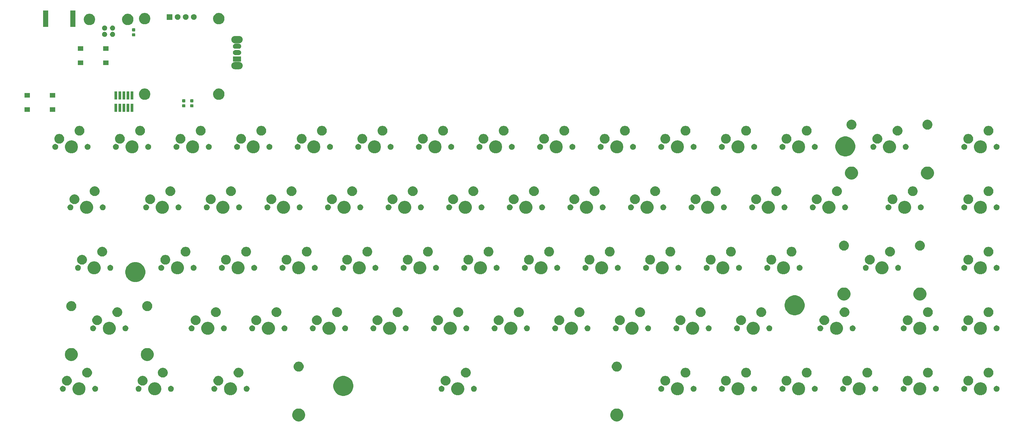
<source format=gbr>
G04 #@! TF.GenerationSoftware,KiCad,Pcbnew,(5.1.5)-3*
G04 #@! TF.CreationDate,2020-05-26T07:58:25-06:00*
G04 #@! TF.ProjectId,keeb,6b656562-2e6b-4696-9361-645f70636258,rev?*
G04 #@! TF.SameCoordinates,Original*
G04 #@! TF.FileFunction,Soldermask,Top*
G04 #@! TF.FilePolarity,Negative*
%FSLAX46Y46*%
G04 Gerber Fmt 4.6, Leading zero omitted, Abs format (unit mm)*
G04 Created by KiCad (PCBNEW (5.1.5)-3) date 2020-05-26 07:58:25*
%MOMM*%
%LPD*%
G04 APERTURE LIST*
%ADD10C,0.150000*%
G04 APERTURE END LIST*
D10*
G36*
X228296208Y-166791464D02*
G01*
X228427835Y-166817646D01*
X228613817Y-166894683D01*
X228799800Y-166971719D01*
X229134561Y-167195399D01*
X229419251Y-167480089D01*
X229642931Y-167814850D01*
X229797004Y-168186816D01*
X229875550Y-168581693D01*
X229875550Y-168984307D01*
X229797004Y-169379184D01*
X229642931Y-169751150D01*
X229419251Y-170085911D01*
X229134561Y-170370601D01*
X228799800Y-170594281D01*
X228613817Y-170671318D01*
X228427835Y-170748354D01*
X228296208Y-170774536D01*
X228032957Y-170826900D01*
X227630343Y-170826900D01*
X227367092Y-170774536D01*
X227235465Y-170748354D01*
X227049483Y-170671318D01*
X226863500Y-170594281D01*
X226528739Y-170370601D01*
X226244049Y-170085911D01*
X226020369Y-169751150D01*
X225866296Y-169379184D01*
X225787750Y-168984307D01*
X225787750Y-168581693D01*
X225866296Y-168186816D01*
X226020369Y-167814850D01*
X226244049Y-167480089D01*
X226528739Y-167195399D01*
X226863500Y-166971719D01*
X227049483Y-166894683D01*
X227235465Y-166817646D01*
X227367092Y-166791464D01*
X227630343Y-166739100D01*
X228032957Y-166739100D01*
X228296208Y-166791464D01*
G37*
G36*
X128296408Y-166791464D02*
G01*
X128428035Y-166817646D01*
X128614017Y-166894683D01*
X128800000Y-166971719D01*
X129134761Y-167195399D01*
X129419451Y-167480089D01*
X129643131Y-167814850D01*
X129797204Y-168186816D01*
X129875750Y-168581693D01*
X129875750Y-168984307D01*
X129797204Y-169379184D01*
X129643131Y-169751150D01*
X129419451Y-170085911D01*
X129134761Y-170370601D01*
X128800000Y-170594281D01*
X128614017Y-170671318D01*
X128428035Y-170748354D01*
X128296408Y-170774536D01*
X128033157Y-170826900D01*
X127630543Y-170826900D01*
X127367292Y-170774536D01*
X127235665Y-170748354D01*
X127049683Y-170671318D01*
X126863700Y-170594281D01*
X126528939Y-170370601D01*
X126244249Y-170085911D01*
X126020569Y-169751150D01*
X125866496Y-169379184D01*
X125787950Y-168984307D01*
X125787950Y-168581693D01*
X125866496Y-168186816D01*
X126020569Y-167814850D01*
X126244249Y-167480089D01*
X126528939Y-167195399D01*
X126863700Y-166971719D01*
X127049683Y-166894683D01*
X127235665Y-166817646D01*
X127367292Y-166791464D01*
X127630543Y-166739100D01*
X128033157Y-166739100D01*
X128296408Y-166791464D01*
G37*
G36*
X142777821Y-156610052D02*
G01*
X143351085Y-156847506D01*
X143867008Y-157192235D01*
X144305765Y-157630992D01*
X144650494Y-158146915D01*
X144887948Y-158720179D01*
X145009000Y-159328752D01*
X145009000Y-159949248D01*
X144887948Y-160557821D01*
X144650494Y-161131085D01*
X144305765Y-161647008D01*
X143867008Y-162085765D01*
X143351085Y-162430494D01*
X142777821Y-162667948D01*
X142169248Y-162789000D01*
X141548752Y-162789000D01*
X140940179Y-162667948D01*
X140366915Y-162430494D01*
X139850992Y-162085765D01*
X139412235Y-161647008D01*
X139067506Y-161131085D01*
X138830052Y-160557821D01*
X138709000Y-159949248D01*
X138709000Y-159328752D01*
X138830052Y-158720179D01*
X139067506Y-158146915D01*
X139412235Y-157630992D01*
X139850992Y-157192235D01*
X140366915Y-156847506D01*
X140940179Y-156610052D01*
X141548752Y-156489000D01*
X142169248Y-156489000D01*
X142777821Y-156610052D01*
G37*
G36*
X266402558Y-158536464D02*
G01*
X266534185Y-158562646D01*
X266720167Y-158639682D01*
X266906150Y-158716719D01*
X267240911Y-158940399D01*
X267525601Y-159225089D01*
X267749281Y-159559850D01*
X267826318Y-159745833D01*
X267903354Y-159931815D01*
X267929536Y-160063442D01*
X267981900Y-160326693D01*
X267981900Y-160729307D01*
X267903354Y-161124184D01*
X267749281Y-161496150D01*
X267525601Y-161830911D01*
X267240911Y-162115601D01*
X266906150Y-162339281D01*
X266720167Y-162416317D01*
X266534185Y-162493354D01*
X266402558Y-162519536D01*
X266139307Y-162571900D01*
X265736693Y-162571900D01*
X265473442Y-162519536D01*
X265341815Y-162493354D01*
X265155833Y-162416318D01*
X264969850Y-162339281D01*
X264635089Y-162115601D01*
X264350399Y-161830911D01*
X264126719Y-161496150D01*
X263972646Y-161124184D01*
X263894100Y-160729307D01*
X263894100Y-160326693D01*
X263946464Y-160063442D01*
X263972646Y-159931815D01*
X264049683Y-159745833D01*
X264126719Y-159559850D01*
X264350399Y-159225089D01*
X264635089Y-158940399D01*
X264969850Y-158716719D01*
X265155833Y-158639683D01*
X265341815Y-158562646D01*
X265473442Y-158536464D01*
X265736693Y-158484100D01*
X266139307Y-158484100D01*
X266402558Y-158536464D01*
G37*
G36*
X285452558Y-158536464D02*
G01*
X285584185Y-158562646D01*
X285770167Y-158639682D01*
X285956150Y-158716719D01*
X286290911Y-158940399D01*
X286575601Y-159225089D01*
X286799281Y-159559850D01*
X286876318Y-159745833D01*
X286953354Y-159931815D01*
X286979536Y-160063442D01*
X287031900Y-160326693D01*
X287031900Y-160729307D01*
X286953354Y-161124184D01*
X286799281Y-161496150D01*
X286575601Y-161830911D01*
X286290911Y-162115601D01*
X285956150Y-162339281D01*
X285770167Y-162416317D01*
X285584185Y-162493354D01*
X285452558Y-162519536D01*
X285189307Y-162571900D01*
X284786693Y-162571900D01*
X284523442Y-162519536D01*
X284391815Y-162493354D01*
X284205833Y-162416318D01*
X284019850Y-162339281D01*
X283685089Y-162115601D01*
X283400399Y-161830911D01*
X283176719Y-161496150D01*
X283022646Y-161124184D01*
X282944100Y-160729307D01*
X282944100Y-160326693D01*
X282996464Y-160063442D01*
X283022646Y-159931815D01*
X283099683Y-159745833D01*
X283176719Y-159559850D01*
X283400399Y-159225089D01*
X283685089Y-158940399D01*
X284019850Y-158716719D01*
X284205833Y-158639683D01*
X284391815Y-158562646D01*
X284523442Y-158536464D01*
X284786693Y-158484100D01*
X285189307Y-158484100D01*
X285452558Y-158536464D01*
G37*
G36*
X304502558Y-158536464D02*
G01*
X304634185Y-158562646D01*
X304820167Y-158639682D01*
X305006150Y-158716719D01*
X305340911Y-158940399D01*
X305625601Y-159225089D01*
X305849281Y-159559850D01*
X305926318Y-159745833D01*
X306003354Y-159931815D01*
X306029536Y-160063442D01*
X306081900Y-160326693D01*
X306081900Y-160729307D01*
X306003354Y-161124184D01*
X305849281Y-161496150D01*
X305625601Y-161830911D01*
X305340911Y-162115601D01*
X305006150Y-162339281D01*
X304820167Y-162416317D01*
X304634185Y-162493354D01*
X304502558Y-162519536D01*
X304239307Y-162571900D01*
X303836693Y-162571900D01*
X303573442Y-162519536D01*
X303441815Y-162493354D01*
X303255833Y-162416318D01*
X303069850Y-162339281D01*
X302735089Y-162115601D01*
X302450399Y-161830911D01*
X302226719Y-161496150D01*
X302072646Y-161124184D01*
X301994100Y-160729307D01*
X301994100Y-160326693D01*
X302046464Y-160063442D01*
X302072646Y-159931815D01*
X302149683Y-159745833D01*
X302226719Y-159559850D01*
X302450399Y-159225089D01*
X302735089Y-158940399D01*
X303069850Y-158716719D01*
X303255833Y-158639683D01*
X303441815Y-158562646D01*
X303573442Y-158536464D01*
X303836693Y-158484100D01*
X304239307Y-158484100D01*
X304502558Y-158536464D01*
G37*
G36*
X323552558Y-158536464D02*
G01*
X323684185Y-158562646D01*
X323870167Y-158639682D01*
X324056150Y-158716719D01*
X324390911Y-158940399D01*
X324675601Y-159225089D01*
X324899281Y-159559850D01*
X324976318Y-159745833D01*
X325053354Y-159931815D01*
X325079536Y-160063442D01*
X325131900Y-160326693D01*
X325131900Y-160729307D01*
X325053354Y-161124184D01*
X324899281Y-161496150D01*
X324675601Y-161830911D01*
X324390911Y-162115601D01*
X324056150Y-162339281D01*
X323870167Y-162416317D01*
X323684185Y-162493354D01*
X323552558Y-162519536D01*
X323289307Y-162571900D01*
X322886693Y-162571900D01*
X322623442Y-162519536D01*
X322491815Y-162493354D01*
X322305833Y-162416318D01*
X322119850Y-162339281D01*
X321785089Y-162115601D01*
X321500399Y-161830911D01*
X321276719Y-161496150D01*
X321122646Y-161124184D01*
X321044100Y-160729307D01*
X321044100Y-160326693D01*
X321096464Y-160063442D01*
X321122646Y-159931815D01*
X321199683Y-159745833D01*
X321276719Y-159559850D01*
X321500399Y-159225089D01*
X321785089Y-158940399D01*
X322119850Y-158716719D01*
X322305833Y-158639683D01*
X322491815Y-158562646D01*
X322623442Y-158536464D01*
X322886693Y-158484100D01*
X323289307Y-158484100D01*
X323552558Y-158536464D01*
G37*
G36*
X83046308Y-158536464D02*
G01*
X83177935Y-158562646D01*
X83363917Y-158639682D01*
X83549900Y-158716719D01*
X83884661Y-158940399D01*
X84169351Y-159225089D01*
X84393031Y-159559850D01*
X84470068Y-159745833D01*
X84547104Y-159931815D01*
X84573286Y-160063442D01*
X84625650Y-160326693D01*
X84625650Y-160729307D01*
X84547104Y-161124184D01*
X84393031Y-161496150D01*
X84169351Y-161830911D01*
X83884661Y-162115601D01*
X83549900Y-162339281D01*
X83363917Y-162416318D01*
X83177935Y-162493354D01*
X83046308Y-162519536D01*
X82783057Y-162571900D01*
X82380443Y-162571900D01*
X82117192Y-162519536D01*
X81985565Y-162493354D01*
X81799583Y-162416318D01*
X81613600Y-162339281D01*
X81278839Y-162115601D01*
X80994149Y-161830911D01*
X80770469Y-161496150D01*
X80616396Y-161124184D01*
X80537850Y-160729307D01*
X80537850Y-160326693D01*
X80590214Y-160063442D01*
X80616396Y-159931815D01*
X80693432Y-159745833D01*
X80770469Y-159559850D01*
X80994149Y-159225089D01*
X81278839Y-158940399D01*
X81613600Y-158716719D01*
X81799583Y-158639682D01*
X81985565Y-158562646D01*
X82117192Y-158536464D01*
X82380443Y-158484100D01*
X82783057Y-158484100D01*
X83046308Y-158536464D01*
G37*
G36*
X106858808Y-158536464D02*
G01*
X106990435Y-158562646D01*
X107176417Y-158639682D01*
X107362400Y-158716719D01*
X107697161Y-158940399D01*
X107981851Y-159225089D01*
X108205531Y-159559850D01*
X108282568Y-159745833D01*
X108359604Y-159931815D01*
X108385786Y-160063442D01*
X108438150Y-160326693D01*
X108438150Y-160729307D01*
X108359604Y-161124184D01*
X108205531Y-161496150D01*
X107981851Y-161830911D01*
X107697161Y-162115601D01*
X107362400Y-162339281D01*
X107176417Y-162416318D01*
X106990435Y-162493354D01*
X106858808Y-162519536D01*
X106595557Y-162571900D01*
X106192943Y-162571900D01*
X105929692Y-162519536D01*
X105798065Y-162493354D01*
X105612083Y-162416318D01*
X105426100Y-162339281D01*
X105091339Y-162115601D01*
X104806649Y-161830911D01*
X104582969Y-161496150D01*
X104428896Y-161124184D01*
X104350350Y-160729307D01*
X104350350Y-160326693D01*
X104402714Y-160063442D01*
X104428896Y-159931815D01*
X104505932Y-159745833D01*
X104582969Y-159559850D01*
X104806649Y-159225089D01*
X105091339Y-158940399D01*
X105426100Y-158716719D01*
X105612083Y-158639682D01*
X105798065Y-158562646D01*
X105929692Y-158536464D01*
X106192943Y-158484100D01*
X106595557Y-158484100D01*
X106858808Y-158536464D01*
G37*
G36*
X247352558Y-158536464D02*
G01*
X247484185Y-158562646D01*
X247670167Y-158639682D01*
X247856150Y-158716719D01*
X248190911Y-158940399D01*
X248475601Y-159225089D01*
X248699281Y-159559850D01*
X248776318Y-159745833D01*
X248853354Y-159931815D01*
X248879536Y-160063442D01*
X248931900Y-160326693D01*
X248931900Y-160729307D01*
X248853354Y-161124184D01*
X248699281Y-161496150D01*
X248475601Y-161830911D01*
X248190911Y-162115601D01*
X247856150Y-162339281D01*
X247670167Y-162416317D01*
X247484185Y-162493354D01*
X247352558Y-162519536D01*
X247089307Y-162571900D01*
X246686693Y-162571900D01*
X246423442Y-162519536D01*
X246291815Y-162493354D01*
X246105833Y-162416318D01*
X245919850Y-162339281D01*
X245585089Y-162115601D01*
X245300399Y-161830911D01*
X245076719Y-161496150D01*
X244922646Y-161124184D01*
X244844100Y-160729307D01*
X244844100Y-160326693D01*
X244896464Y-160063442D01*
X244922646Y-159931815D01*
X244999683Y-159745833D01*
X245076719Y-159559850D01*
X245300399Y-159225089D01*
X245585089Y-158940399D01*
X245919850Y-158716719D01*
X246105833Y-158639683D01*
X246291815Y-158562646D01*
X246423442Y-158536464D01*
X246686693Y-158484100D01*
X247089307Y-158484100D01*
X247352558Y-158536464D01*
G37*
G36*
X178296308Y-158536464D02*
G01*
X178427935Y-158562646D01*
X178613917Y-158639682D01*
X178799900Y-158716719D01*
X179134661Y-158940399D01*
X179419351Y-159225089D01*
X179643031Y-159559850D01*
X179720068Y-159745833D01*
X179797104Y-159931815D01*
X179823286Y-160063442D01*
X179875650Y-160326693D01*
X179875650Y-160729307D01*
X179797104Y-161124184D01*
X179643031Y-161496150D01*
X179419351Y-161830911D01*
X179134661Y-162115601D01*
X178799900Y-162339281D01*
X178613917Y-162416317D01*
X178427935Y-162493354D01*
X178296308Y-162519536D01*
X178033057Y-162571900D01*
X177630443Y-162571900D01*
X177367192Y-162519536D01*
X177235565Y-162493354D01*
X177049583Y-162416318D01*
X176863600Y-162339281D01*
X176528839Y-162115601D01*
X176244149Y-161830911D01*
X176020469Y-161496150D01*
X175866396Y-161124184D01*
X175787850Y-160729307D01*
X175787850Y-160326693D01*
X175840214Y-160063442D01*
X175866396Y-159931815D01*
X175943432Y-159745833D01*
X176020469Y-159559850D01*
X176244149Y-159225089D01*
X176528839Y-158940399D01*
X176863600Y-158716719D01*
X177049583Y-158639683D01*
X177235565Y-158562646D01*
X177367192Y-158536464D01*
X177630443Y-158484100D01*
X178033057Y-158484100D01*
X178296308Y-158536464D01*
G37*
G36*
X342602558Y-158536464D02*
G01*
X342734185Y-158562646D01*
X342920167Y-158639682D01*
X343106150Y-158716719D01*
X343440911Y-158940399D01*
X343725601Y-159225089D01*
X343949281Y-159559850D01*
X344026317Y-159745833D01*
X344103354Y-159931815D01*
X344129536Y-160063442D01*
X344181900Y-160326693D01*
X344181900Y-160729307D01*
X344103354Y-161124184D01*
X343949281Y-161496150D01*
X343725601Y-161830911D01*
X343440911Y-162115601D01*
X343106150Y-162339281D01*
X342920167Y-162416317D01*
X342734185Y-162493354D01*
X342602558Y-162519536D01*
X342339307Y-162571900D01*
X341936693Y-162571900D01*
X341673442Y-162519536D01*
X341541815Y-162493354D01*
X341355833Y-162416318D01*
X341169850Y-162339281D01*
X340835089Y-162115601D01*
X340550399Y-161830911D01*
X340326719Y-161496150D01*
X340172646Y-161124184D01*
X340094100Y-160729307D01*
X340094100Y-160326693D01*
X340146464Y-160063442D01*
X340172646Y-159931815D01*
X340249683Y-159745833D01*
X340326719Y-159559850D01*
X340550399Y-159225089D01*
X340835089Y-158940399D01*
X341169850Y-158716719D01*
X341355833Y-158639683D01*
X341541815Y-158562646D01*
X341673442Y-158536464D01*
X341936693Y-158484100D01*
X342339307Y-158484100D01*
X342602558Y-158536464D01*
G37*
G36*
X59233808Y-158536464D02*
G01*
X59365435Y-158562646D01*
X59551417Y-158639682D01*
X59737400Y-158716719D01*
X60072161Y-158940399D01*
X60356851Y-159225089D01*
X60580531Y-159559850D01*
X60657568Y-159745833D01*
X60734604Y-159931815D01*
X60760786Y-160063442D01*
X60813150Y-160326693D01*
X60813150Y-160729307D01*
X60734604Y-161124184D01*
X60580531Y-161496150D01*
X60356851Y-161830911D01*
X60072161Y-162115601D01*
X59737400Y-162339281D01*
X59551417Y-162416318D01*
X59365435Y-162493354D01*
X59233808Y-162519536D01*
X58970557Y-162571900D01*
X58567943Y-162571900D01*
X58304692Y-162519536D01*
X58173065Y-162493354D01*
X57987083Y-162416318D01*
X57801100Y-162339281D01*
X57466339Y-162115601D01*
X57181649Y-161830911D01*
X56957969Y-161496150D01*
X56803896Y-161124184D01*
X56725350Y-160729307D01*
X56725350Y-160326693D01*
X56777714Y-160063442D01*
X56803896Y-159931815D01*
X56880932Y-159745833D01*
X56957969Y-159559850D01*
X57181649Y-159225089D01*
X57466339Y-158940399D01*
X57801100Y-158716719D01*
X57987083Y-158639682D01*
X58173065Y-158562646D01*
X58304692Y-158536464D01*
X58567943Y-158484100D01*
X58970557Y-158484100D01*
X59233808Y-158536464D01*
G37*
G36*
X290337813Y-159638547D02*
G01*
X290506152Y-159708275D01*
X290657653Y-159809505D01*
X290786495Y-159938347D01*
X290887725Y-160089848D01*
X290957453Y-160258187D01*
X290993000Y-160436895D01*
X290993000Y-160619105D01*
X290957453Y-160797813D01*
X290887725Y-160966152D01*
X290786495Y-161117653D01*
X290657653Y-161246495D01*
X290506152Y-161347725D01*
X290337813Y-161417453D01*
X290159105Y-161453000D01*
X289976895Y-161453000D01*
X289798187Y-161417453D01*
X289629848Y-161347725D01*
X289478347Y-161246495D01*
X289349505Y-161117653D01*
X289248275Y-160966152D01*
X289178547Y-160797813D01*
X289143000Y-160619105D01*
X289143000Y-160436895D01*
X289178547Y-160258187D01*
X289248275Y-160089848D01*
X289349505Y-159938347D01*
X289478347Y-159809505D01*
X289629848Y-159708275D01*
X289798187Y-159638547D01*
X289976895Y-159603000D01*
X290159105Y-159603000D01*
X290337813Y-159638547D01*
G37*
G36*
X328437813Y-159638547D02*
G01*
X328606152Y-159708275D01*
X328757653Y-159809505D01*
X328886495Y-159938347D01*
X328987725Y-160089848D01*
X329057453Y-160258187D01*
X329093000Y-160436895D01*
X329093000Y-160619105D01*
X329057453Y-160797813D01*
X328987725Y-160966152D01*
X328886495Y-161117653D01*
X328757653Y-161246495D01*
X328606152Y-161347725D01*
X328437813Y-161417453D01*
X328259105Y-161453000D01*
X328076895Y-161453000D01*
X327898187Y-161417453D01*
X327729848Y-161347725D01*
X327578347Y-161246495D01*
X327449505Y-161117653D01*
X327348275Y-160966152D01*
X327278547Y-160797813D01*
X327243000Y-160619105D01*
X327243000Y-160436895D01*
X327278547Y-160258187D01*
X327348275Y-160089848D01*
X327449505Y-159938347D01*
X327578347Y-159809505D01*
X327729848Y-159708275D01*
X327898187Y-159638547D01*
X328076895Y-159603000D01*
X328259105Y-159603000D01*
X328437813Y-159638547D01*
G37*
G36*
X318277813Y-159638547D02*
G01*
X318446152Y-159708275D01*
X318597653Y-159809505D01*
X318726495Y-159938347D01*
X318827725Y-160089848D01*
X318897453Y-160258187D01*
X318933000Y-160436895D01*
X318933000Y-160619105D01*
X318897453Y-160797813D01*
X318827725Y-160966152D01*
X318726495Y-161117653D01*
X318597653Y-161246495D01*
X318446152Y-161347725D01*
X318277813Y-161417453D01*
X318099105Y-161453000D01*
X317916895Y-161453000D01*
X317738187Y-161417453D01*
X317569848Y-161347725D01*
X317418347Y-161246495D01*
X317289505Y-161117653D01*
X317188275Y-160966152D01*
X317118547Y-160797813D01*
X317083000Y-160619105D01*
X317083000Y-160436895D01*
X317118547Y-160258187D01*
X317188275Y-160089848D01*
X317289505Y-159938347D01*
X317418347Y-159809505D01*
X317569848Y-159708275D01*
X317738187Y-159638547D01*
X317916895Y-159603000D01*
X318099105Y-159603000D01*
X318277813Y-159638547D01*
G37*
G36*
X337327813Y-159638547D02*
G01*
X337496152Y-159708275D01*
X337647653Y-159809505D01*
X337776495Y-159938347D01*
X337877725Y-160089848D01*
X337947453Y-160258187D01*
X337983000Y-160436895D01*
X337983000Y-160619105D01*
X337947453Y-160797813D01*
X337877725Y-160966152D01*
X337776495Y-161117653D01*
X337647653Y-161246495D01*
X337496152Y-161347725D01*
X337327813Y-161417453D01*
X337149105Y-161453000D01*
X336966895Y-161453000D01*
X336788187Y-161417453D01*
X336619848Y-161347725D01*
X336468347Y-161246495D01*
X336339505Y-161117653D01*
X336238275Y-160966152D01*
X336168547Y-160797813D01*
X336133000Y-160619105D01*
X336133000Y-160436895D01*
X336168547Y-160258187D01*
X336238275Y-160089848D01*
X336339505Y-159938347D01*
X336468347Y-159809505D01*
X336619848Y-159708275D01*
X336788187Y-159638547D01*
X336966895Y-159603000D01*
X337149105Y-159603000D01*
X337327813Y-159638547D01*
G37*
G36*
X347487813Y-159638547D02*
G01*
X347656152Y-159708275D01*
X347807653Y-159809505D01*
X347936495Y-159938347D01*
X348037725Y-160089848D01*
X348107453Y-160258187D01*
X348143000Y-160436895D01*
X348143000Y-160619105D01*
X348107453Y-160797813D01*
X348037725Y-160966152D01*
X347936495Y-161117653D01*
X347807653Y-161246495D01*
X347656152Y-161347725D01*
X347487813Y-161417453D01*
X347309105Y-161453000D01*
X347126895Y-161453000D01*
X346948187Y-161417453D01*
X346779848Y-161347725D01*
X346628347Y-161246495D01*
X346499505Y-161117653D01*
X346398275Y-160966152D01*
X346328547Y-160797813D01*
X346293000Y-160619105D01*
X346293000Y-160436895D01*
X346328547Y-160258187D01*
X346398275Y-160089848D01*
X346499505Y-159938347D01*
X346628347Y-159809505D01*
X346779848Y-159708275D01*
X346948187Y-159638547D01*
X347126895Y-159603000D01*
X347309105Y-159603000D01*
X347487813Y-159638547D01*
G37*
G36*
X53959063Y-159638547D02*
G01*
X54127402Y-159708275D01*
X54278903Y-159809505D01*
X54407745Y-159938347D01*
X54508975Y-160089848D01*
X54578703Y-160258187D01*
X54614250Y-160436895D01*
X54614250Y-160619105D01*
X54578703Y-160797813D01*
X54508975Y-160966152D01*
X54407745Y-161117653D01*
X54278903Y-161246495D01*
X54127402Y-161347725D01*
X53959063Y-161417453D01*
X53780355Y-161453000D01*
X53598145Y-161453000D01*
X53419437Y-161417453D01*
X53251098Y-161347725D01*
X53099597Y-161246495D01*
X52970755Y-161117653D01*
X52869525Y-160966152D01*
X52799797Y-160797813D01*
X52764250Y-160619105D01*
X52764250Y-160436895D01*
X52799797Y-160258187D01*
X52869525Y-160089848D01*
X52970755Y-159938347D01*
X53099597Y-159809505D01*
X53251098Y-159708275D01*
X53419437Y-159638547D01*
X53598145Y-159603000D01*
X53780355Y-159603000D01*
X53959063Y-159638547D01*
G37*
G36*
X64119063Y-159638547D02*
G01*
X64287402Y-159708275D01*
X64438903Y-159809505D01*
X64567745Y-159938347D01*
X64668975Y-160089848D01*
X64738703Y-160258187D01*
X64774250Y-160436895D01*
X64774250Y-160619105D01*
X64738703Y-160797813D01*
X64668975Y-160966152D01*
X64567745Y-161117653D01*
X64438903Y-161246495D01*
X64287402Y-161347725D01*
X64119063Y-161417453D01*
X63940355Y-161453000D01*
X63758145Y-161453000D01*
X63579437Y-161417453D01*
X63411098Y-161347725D01*
X63259597Y-161246495D01*
X63130755Y-161117653D01*
X63029525Y-160966152D01*
X62959797Y-160797813D01*
X62924250Y-160619105D01*
X62924250Y-160436895D01*
X62959797Y-160258187D01*
X63029525Y-160089848D01*
X63130755Y-159938347D01*
X63259597Y-159809505D01*
X63411098Y-159708275D01*
X63579437Y-159638547D01*
X63758145Y-159603000D01*
X63940355Y-159603000D01*
X64119063Y-159638547D01*
G37*
G36*
X77771563Y-159638547D02*
G01*
X77939902Y-159708275D01*
X78091403Y-159809505D01*
X78220245Y-159938347D01*
X78321475Y-160089848D01*
X78391203Y-160258187D01*
X78426750Y-160436895D01*
X78426750Y-160619105D01*
X78391203Y-160797813D01*
X78321475Y-160966152D01*
X78220245Y-161117653D01*
X78091403Y-161246495D01*
X77939902Y-161347725D01*
X77771563Y-161417453D01*
X77592855Y-161453000D01*
X77410645Y-161453000D01*
X77231937Y-161417453D01*
X77063598Y-161347725D01*
X76912097Y-161246495D01*
X76783255Y-161117653D01*
X76682025Y-160966152D01*
X76612297Y-160797813D01*
X76576750Y-160619105D01*
X76576750Y-160436895D01*
X76612297Y-160258187D01*
X76682025Y-160089848D01*
X76783255Y-159938347D01*
X76912097Y-159809505D01*
X77063598Y-159708275D01*
X77231937Y-159638547D01*
X77410645Y-159603000D01*
X77592855Y-159603000D01*
X77771563Y-159638547D01*
G37*
G36*
X87931563Y-159638547D02*
G01*
X88099902Y-159708275D01*
X88251403Y-159809505D01*
X88380245Y-159938347D01*
X88481475Y-160089848D01*
X88551203Y-160258187D01*
X88586750Y-160436895D01*
X88586750Y-160619105D01*
X88551203Y-160797813D01*
X88481475Y-160966152D01*
X88380245Y-161117653D01*
X88251403Y-161246495D01*
X88099902Y-161347725D01*
X87931563Y-161417453D01*
X87752855Y-161453000D01*
X87570645Y-161453000D01*
X87391937Y-161417453D01*
X87223598Y-161347725D01*
X87072097Y-161246495D01*
X86943255Y-161117653D01*
X86842025Y-160966152D01*
X86772297Y-160797813D01*
X86736750Y-160619105D01*
X86736750Y-160436895D01*
X86772297Y-160258187D01*
X86842025Y-160089848D01*
X86943255Y-159938347D01*
X87072097Y-159809505D01*
X87223598Y-159708275D01*
X87391937Y-159638547D01*
X87570645Y-159603000D01*
X87752855Y-159603000D01*
X87931563Y-159638547D01*
G37*
G36*
X101584063Y-159638547D02*
G01*
X101752402Y-159708275D01*
X101903903Y-159809505D01*
X102032745Y-159938347D01*
X102133975Y-160089848D01*
X102203703Y-160258187D01*
X102239250Y-160436895D01*
X102239250Y-160619105D01*
X102203703Y-160797813D01*
X102133975Y-160966152D01*
X102032745Y-161117653D01*
X101903903Y-161246495D01*
X101752402Y-161347725D01*
X101584063Y-161417453D01*
X101405355Y-161453000D01*
X101223145Y-161453000D01*
X101044437Y-161417453D01*
X100876098Y-161347725D01*
X100724597Y-161246495D01*
X100595755Y-161117653D01*
X100494525Y-160966152D01*
X100424797Y-160797813D01*
X100389250Y-160619105D01*
X100389250Y-160436895D01*
X100424797Y-160258187D01*
X100494525Y-160089848D01*
X100595755Y-159938347D01*
X100724597Y-159809505D01*
X100876098Y-159708275D01*
X101044437Y-159638547D01*
X101223145Y-159603000D01*
X101405355Y-159603000D01*
X101584063Y-159638547D01*
G37*
G36*
X111744063Y-159638547D02*
G01*
X111912402Y-159708275D01*
X112063903Y-159809505D01*
X112192745Y-159938347D01*
X112293975Y-160089848D01*
X112363703Y-160258187D01*
X112399250Y-160436895D01*
X112399250Y-160619105D01*
X112363703Y-160797813D01*
X112293975Y-160966152D01*
X112192745Y-161117653D01*
X112063903Y-161246495D01*
X111912402Y-161347725D01*
X111744063Y-161417453D01*
X111565355Y-161453000D01*
X111383145Y-161453000D01*
X111204437Y-161417453D01*
X111036098Y-161347725D01*
X110884597Y-161246495D01*
X110755755Y-161117653D01*
X110654525Y-160966152D01*
X110584797Y-160797813D01*
X110549250Y-160619105D01*
X110549250Y-160436895D01*
X110584797Y-160258187D01*
X110654525Y-160089848D01*
X110755755Y-159938347D01*
X110884597Y-159809505D01*
X111036098Y-159708275D01*
X111204437Y-159638547D01*
X111383145Y-159603000D01*
X111565355Y-159603000D01*
X111744063Y-159638547D01*
G37*
G36*
X173021563Y-159638547D02*
G01*
X173189902Y-159708275D01*
X173341403Y-159809505D01*
X173470245Y-159938347D01*
X173571475Y-160089848D01*
X173641203Y-160258187D01*
X173676750Y-160436895D01*
X173676750Y-160619105D01*
X173641203Y-160797813D01*
X173571475Y-160966152D01*
X173470245Y-161117653D01*
X173341403Y-161246495D01*
X173189902Y-161347725D01*
X173021563Y-161417453D01*
X172842855Y-161453000D01*
X172660645Y-161453000D01*
X172481937Y-161417453D01*
X172313598Y-161347725D01*
X172162097Y-161246495D01*
X172033255Y-161117653D01*
X171932025Y-160966152D01*
X171862297Y-160797813D01*
X171826750Y-160619105D01*
X171826750Y-160436895D01*
X171862297Y-160258187D01*
X171932025Y-160089848D01*
X172033255Y-159938347D01*
X172162097Y-159809505D01*
X172313598Y-159708275D01*
X172481937Y-159638547D01*
X172660645Y-159603000D01*
X172842855Y-159603000D01*
X173021563Y-159638547D01*
G37*
G36*
X183181563Y-159638547D02*
G01*
X183349902Y-159708275D01*
X183501403Y-159809505D01*
X183630245Y-159938347D01*
X183731475Y-160089848D01*
X183801203Y-160258187D01*
X183836750Y-160436895D01*
X183836750Y-160619105D01*
X183801203Y-160797813D01*
X183731475Y-160966152D01*
X183630245Y-161117653D01*
X183501403Y-161246495D01*
X183349902Y-161347725D01*
X183181563Y-161417453D01*
X183002855Y-161453000D01*
X182820645Y-161453000D01*
X182641937Y-161417453D01*
X182473598Y-161347725D01*
X182322097Y-161246495D01*
X182193255Y-161117653D01*
X182092025Y-160966152D01*
X182022297Y-160797813D01*
X181986750Y-160619105D01*
X181986750Y-160436895D01*
X182022297Y-160258187D01*
X182092025Y-160089848D01*
X182193255Y-159938347D01*
X182322097Y-159809505D01*
X182473598Y-159708275D01*
X182641937Y-159638547D01*
X182820645Y-159603000D01*
X183002855Y-159603000D01*
X183181563Y-159638547D01*
G37*
G36*
X261127813Y-159638547D02*
G01*
X261296152Y-159708275D01*
X261447653Y-159809505D01*
X261576495Y-159938347D01*
X261677725Y-160089848D01*
X261747453Y-160258187D01*
X261783000Y-160436895D01*
X261783000Y-160619105D01*
X261747453Y-160797813D01*
X261677725Y-160966152D01*
X261576495Y-161117653D01*
X261447653Y-161246495D01*
X261296152Y-161347725D01*
X261127813Y-161417453D01*
X260949105Y-161453000D01*
X260766895Y-161453000D01*
X260588187Y-161417453D01*
X260419848Y-161347725D01*
X260268347Y-161246495D01*
X260139505Y-161117653D01*
X260038275Y-160966152D01*
X259968547Y-160797813D01*
X259933000Y-160619105D01*
X259933000Y-160436895D01*
X259968547Y-160258187D01*
X260038275Y-160089848D01*
X260139505Y-159938347D01*
X260268347Y-159809505D01*
X260419848Y-159708275D01*
X260588187Y-159638547D01*
X260766895Y-159603000D01*
X260949105Y-159603000D01*
X261127813Y-159638547D01*
G37*
G36*
X280177813Y-159638547D02*
G01*
X280346152Y-159708275D01*
X280497653Y-159809505D01*
X280626495Y-159938347D01*
X280727725Y-160089848D01*
X280797453Y-160258187D01*
X280833000Y-160436895D01*
X280833000Y-160619105D01*
X280797453Y-160797813D01*
X280727725Y-160966152D01*
X280626495Y-161117653D01*
X280497653Y-161246495D01*
X280346152Y-161347725D01*
X280177813Y-161417453D01*
X279999105Y-161453000D01*
X279816895Y-161453000D01*
X279638187Y-161417453D01*
X279469848Y-161347725D01*
X279318347Y-161246495D01*
X279189505Y-161117653D01*
X279088275Y-160966152D01*
X279018547Y-160797813D01*
X278983000Y-160619105D01*
X278983000Y-160436895D01*
X279018547Y-160258187D01*
X279088275Y-160089848D01*
X279189505Y-159938347D01*
X279318347Y-159809505D01*
X279469848Y-159708275D01*
X279638187Y-159638547D01*
X279816895Y-159603000D01*
X279999105Y-159603000D01*
X280177813Y-159638547D01*
G37*
G36*
X271287813Y-159638547D02*
G01*
X271456152Y-159708275D01*
X271607653Y-159809505D01*
X271736495Y-159938347D01*
X271837725Y-160089848D01*
X271907453Y-160258187D01*
X271943000Y-160436895D01*
X271943000Y-160619105D01*
X271907453Y-160797813D01*
X271837725Y-160966152D01*
X271736495Y-161117653D01*
X271607653Y-161246495D01*
X271456152Y-161347725D01*
X271287813Y-161417453D01*
X271109105Y-161453000D01*
X270926895Y-161453000D01*
X270748187Y-161417453D01*
X270579848Y-161347725D01*
X270428347Y-161246495D01*
X270299505Y-161117653D01*
X270198275Y-160966152D01*
X270128547Y-160797813D01*
X270093000Y-160619105D01*
X270093000Y-160436895D01*
X270128547Y-160258187D01*
X270198275Y-160089848D01*
X270299505Y-159938347D01*
X270428347Y-159809505D01*
X270579848Y-159708275D01*
X270748187Y-159638547D01*
X270926895Y-159603000D01*
X271109105Y-159603000D01*
X271287813Y-159638547D01*
G37*
G36*
X242077813Y-159638547D02*
G01*
X242246152Y-159708275D01*
X242397653Y-159809505D01*
X242526495Y-159938347D01*
X242627725Y-160089848D01*
X242697453Y-160258187D01*
X242733000Y-160436895D01*
X242733000Y-160619105D01*
X242697453Y-160797813D01*
X242627725Y-160966152D01*
X242526495Y-161117653D01*
X242397653Y-161246495D01*
X242246152Y-161347725D01*
X242077813Y-161417453D01*
X241899105Y-161453000D01*
X241716895Y-161453000D01*
X241538187Y-161417453D01*
X241369848Y-161347725D01*
X241218347Y-161246495D01*
X241089505Y-161117653D01*
X240988275Y-160966152D01*
X240918547Y-160797813D01*
X240883000Y-160619105D01*
X240883000Y-160436895D01*
X240918547Y-160258187D01*
X240988275Y-160089848D01*
X241089505Y-159938347D01*
X241218347Y-159809505D01*
X241369848Y-159708275D01*
X241538187Y-159638547D01*
X241716895Y-159603000D01*
X241899105Y-159603000D01*
X242077813Y-159638547D01*
G37*
G36*
X299227813Y-159638547D02*
G01*
X299396152Y-159708275D01*
X299547653Y-159809505D01*
X299676495Y-159938347D01*
X299777725Y-160089848D01*
X299847453Y-160258187D01*
X299883000Y-160436895D01*
X299883000Y-160619105D01*
X299847453Y-160797813D01*
X299777725Y-160966152D01*
X299676495Y-161117653D01*
X299547653Y-161246495D01*
X299396152Y-161347725D01*
X299227813Y-161417453D01*
X299049105Y-161453000D01*
X298866895Y-161453000D01*
X298688187Y-161417453D01*
X298519848Y-161347725D01*
X298368347Y-161246495D01*
X298239505Y-161117653D01*
X298138275Y-160966152D01*
X298068547Y-160797813D01*
X298033000Y-160619105D01*
X298033000Y-160436895D01*
X298068547Y-160258187D01*
X298138275Y-160089848D01*
X298239505Y-159938347D01*
X298368347Y-159809505D01*
X298519848Y-159708275D01*
X298688187Y-159638547D01*
X298866895Y-159603000D01*
X299049105Y-159603000D01*
X299227813Y-159638547D01*
G37*
G36*
X309387813Y-159638547D02*
G01*
X309556152Y-159708275D01*
X309707653Y-159809505D01*
X309836495Y-159938347D01*
X309937725Y-160089848D01*
X310007453Y-160258187D01*
X310043000Y-160436895D01*
X310043000Y-160619105D01*
X310007453Y-160797813D01*
X309937725Y-160966152D01*
X309836495Y-161117653D01*
X309707653Y-161246495D01*
X309556152Y-161347725D01*
X309387813Y-161417453D01*
X309209105Y-161453000D01*
X309026895Y-161453000D01*
X308848187Y-161417453D01*
X308679848Y-161347725D01*
X308528347Y-161246495D01*
X308399505Y-161117653D01*
X308298275Y-160966152D01*
X308228547Y-160797813D01*
X308193000Y-160619105D01*
X308193000Y-160436895D01*
X308228547Y-160258187D01*
X308298275Y-160089848D01*
X308399505Y-159938347D01*
X308528347Y-159809505D01*
X308679848Y-159708275D01*
X308848187Y-159638547D01*
X309026895Y-159603000D01*
X309209105Y-159603000D01*
X309387813Y-159638547D01*
G37*
G36*
X252237813Y-159638547D02*
G01*
X252406152Y-159708275D01*
X252557653Y-159809505D01*
X252686495Y-159938347D01*
X252787725Y-160089848D01*
X252857453Y-160258187D01*
X252893000Y-160436895D01*
X252893000Y-160619105D01*
X252857453Y-160797813D01*
X252787725Y-160966152D01*
X252686495Y-161117653D01*
X252557653Y-161246495D01*
X252406152Y-161347725D01*
X252237813Y-161417453D01*
X252059105Y-161453000D01*
X251876895Y-161453000D01*
X251698187Y-161417453D01*
X251529848Y-161347725D01*
X251378347Y-161246495D01*
X251249505Y-161117653D01*
X251148275Y-160966152D01*
X251078547Y-160797813D01*
X251043000Y-160619105D01*
X251043000Y-160436895D01*
X251078547Y-160258187D01*
X251148275Y-160089848D01*
X251249505Y-159938347D01*
X251378347Y-159809505D01*
X251529848Y-159708275D01*
X251698187Y-159638547D01*
X251876895Y-159603000D01*
X252059105Y-159603000D01*
X252237813Y-159638547D01*
G37*
G36*
X262580118Y-156497565D02*
G01*
X262862200Y-156614408D01*
X263116068Y-156784036D01*
X263331964Y-156999932D01*
X263501592Y-157253800D01*
X263618435Y-157535882D01*
X263678000Y-157835338D01*
X263678000Y-158140662D01*
X263618435Y-158440118D01*
X263501592Y-158722200D01*
X263331964Y-158976068D01*
X263116068Y-159191964D01*
X262862200Y-159361592D01*
X262580118Y-159478435D01*
X262280662Y-159538000D01*
X261975338Y-159538000D01*
X261675882Y-159478435D01*
X261393800Y-159361592D01*
X261139932Y-159191964D01*
X260924036Y-158976068D01*
X260754408Y-158722200D01*
X260637565Y-158440118D01*
X260578000Y-158140662D01*
X260578000Y-157835338D01*
X260637565Y-157535882D01*
X260754408Y-157253800D01*
X260924036Y-156999932D01*
X261139932Y-156784036D01*
X261393800Y-156614408D01*
X261675882Y-156497565D01*
X261975338Y-156438000D01*
X262280662Y-156438000D01*
X262580118Y-156497565D01*
G37*
G36*
X79223868Y-156497565D02*
G01*
X79505950Y-156614408D01*
X79759818Y-156784036D01*
X79975714Y-156999932D01*
X80145342Y-157253800D01*
X80262185Y-157535882D01*
X80321750Y-157835338D01*
X80321750Y-158140662D01*
X80262185Y-158440118D01*
X80145342Y-158722200D01*
X79975714Y-158976068D01*
X79759818Y-159191964D01*
X79505950Y-159361592D01*
X79223868Y-159478435D01*
X78924412Y-159538000D01*
X78619088Y-159538000D01*
X78319632Y-159478435D01*
X78037550Y-159361592D01*
X77783682Y-159191964D01*
X77567786Y-158976068D01*
X77398158Y-158722200D01*
X77281315Y-158440118D01*
X77221750Y-158140662D01*
X77221750Y-157835338D01*
X77281315Y-157535882D01*
X77398158Y-157253800D01*
X77567786Y-156999932D01*
X77783682Y-156784036D01*
X78037550Y-156614408D01*
X78319632Y-156497565D01*
X78619088Y-156438000D01*
X78924412Y-156438000D01*
X79223868Y-156497565D01*
G37*
G36*
X243530118Y-156497565D02*
G01*
X243812200Y-156614408D01*
X244066068Y-156784036D01*
X244281964Y-156999932D01*
X244451592Y-157253800D01*
X244568435Y-157535882D01*
X244628000Y-157835338D01*
X244628000Y-158140662D01*
X244568435Y-158440118D01*
X244451592Y-158722200D01*
X244281964Y-158976068D01*
X244066068Y-159191964D01*
X243812200Y-159361592D01*
X243530118Y-159478435D01*
X243230662Y-159538000D01*
X242925338Y-159538000D01*
X242625882Y-159478435D01*
X242343800Y-159361592D01*
X242089932Y-159191964D01*
X241874036Y-158976068D01*
X241704408Y-158722200D01*
X241587565Y-158440118D01*
X241528000Y-158140662D01*
X241528000Y-157835338D01*
X241587565Y-157535882D01*
X241704408Y-157253800D01*
X241874036Y-156999932D01*
X242089932Y-156784036D01*
X242343800Y-156614408D01*
X242625882Y-156497565D01*
X242925338Y-156438000D01*
X243230662Y-156438000D01*
X243530118Y-156497565D01*
G37*
G36*
X281630118Y-156497565D02*
G01*
X281912200Y-156614408D01*
X282166068Y-156784036D01*
X282381964Y-156999932D01*
X282551592Y-157253800D01*
X282668435Y-157535882D01*
X282728000Y-157835338D01*
X282728000Y-158140662D01*
X282668435Y-158440118D01*
X282551592Y-158722200D01*
X282381964Y-158976068D01*
X282166068Y-159191964D01*
X281912200Y-159361592D01*
X281630118Y-159478435D01*
X281330662Y-159538000D01*
X281025338Y-159538000D01*
X280725882Y-159478435D01*
X280443800Y-159361592D01*
X280189932Y-159191964D01*
X279974036Y-158976068D01*
X279804408Y-158722200D01*
X279687565Y-158440118D01*
X279628000Y-158140662D01*
X279628000Y-157835338D01*
X279687565Y-157535882D01*
X279804408Y-157253800D01*
X279974036Y-156999932D01*
X280189932Y-156784036D01*
X280443800Y-156614408D01*
X280725882Y-156497565D01*
X281025338Y-156438000D01*
X281330662Y-156438000D01*
X281630118Y-156497565D01*
G37*
G36*
X300680118Y-156497565D02*
G01*
X300962200Y-156614408D01*
X301216068Y-156784036D01*
X301431964Y-156999932D01*
X301601592Y-157253800D01*
X301718435Y-157535882D01*
X301778000Y-157835338D01*
X301778000Y-158140662D01*
X301718435Y-158440118D01*
X301601592Y-158722200D01*
X301431964Y-158976068D01*
X301216068Y-159191964D01*
X300962200Y-159361592D01*
X300680118Y-159478435D01*
X300380662Y-159538000D01*
X300075338Y-159538000D01*
X299775882Y-159478435D01*
X299493800Y-159361592D01*
X299239932Y-159191964D01*
X299024036Y-158976068D01*
X298854408Y-158722200D01*
X298737565Y-158440118D01*
X298678000Y-158140662D01*
X298678000Y-157835338D01*
X298737565Y-157535882D01*
X298854408Y-157253800D01*
X299024036Y-156999932D01*
X299239932Y-156784036D01*
X299493800Y-156614408D01*
X299775882Y-156497565D01*
X300075338Y-156438000D01*
X300380662Y-156438000D01*
X300680118Y-156497565D01*
G37*
G36*
X338780118Y-156497565D02*
G01*
X339062200Y-156614408D01*
X339316068Y-156784036D01*
X339531964Y-156999932D01*
X339701592Y-157253800D01*
X339818435Y-157535882D01*
X339878000Y-157835338D01*
X339878000Y-158140662D01*
X339818435Y-158440118D01*
X339701592Y-158722200D01*
X339531964Y-158976068D01*
X339316068Y-159191964D01*
X339062200Y-159361592D01*
X338780118Y-159478435D01*
X338480662Y-159538000D01*
X338175338Y-159538000D01*
X337875882Y-159478435D01*
X337593800Y-159361592D01*
X337339932Y-159191964D01*
X337124036Y-158976068D01*
X336954408Y-158722200D01*
X336837565Y-158440118D01*
X336778000Y-158140662D01*
X336778000Y-157835338D01*
X336837565Y-157535882D01*
X336954408Y-157253800D01*
X337124036Y-156999932D01*
X337339932Y-156784036D01*
X337593800Y-156614408D01*
X337875882Y-156497565D01*
X338175338Y-156438000D01*
X338480662Y-156438000D01*
X338780118Y-156497565D01*
G37*
G36*
X174473868Y-156497565D02*
G01*
X174755950Y-156614408D01*
X175009818Y-156784036D01*
X175225714Y-156999932D01*
X175395342Y-157253800D01*
X175512185Y-157535882D01*
X175571750Y-157835338D01*
X175571750Y-158140662D01*
X175512185Y-158440118D01*
X175395342Y-158722200D01*
X175225714Y-158976068D01*
X175009818Y-159191964D01*
X174755950Y-159361592D01*
X174473868Y-159478435D01*
X174174412Y-159538000D01*
X173869088Y-159538000D01*
X173569632Y-159478435D01*
X173287550Y-159361592D01*
X173033682Y-159191964D01*
X172817786Y-158976068D01*
X172648158Y-158722200D01*
X172531315Y-158440118D01*
X172471750Y-158140662D01*
X172471750Y-157835338D01*
X172531315Y-157535882D01*
X172648158Y-157253800D01*
X172817786Y-156999932D01*
X173033682Y-156784036D01*
X173287550Y-156614408D01*
X173569632Y-156497565D01*
X173869088Y-156438000D01*
X174174412Y-156438000D01*
X174473868Y-156497565D01*
G37*
G36*
X103036368Y-156497565D02*
G01*
X103318450Y-156614408D01*
X103572318Y-156784036D01*
X103788214Y-156999932D01*
X103957842Y-157253800D01*
X104074685Y-157535882D01*
X104134250Y-157835338D01*
X104134250Y-158140662D01*
X104074685Y-158440118D01*
X103957842Y-158722200D01*
X103788214Y-158976068D01*
X103572318Y-159191964D01*
X103318450Y-159361592D01*
X103036368Y-159478435D01*
X102736912Y-159538000D01*
X102431588Y-159538000D01*
X102132132Y-159478435D01*
X101850050Y-159361592D01*
X101596182Y-159191964D01*
X101380286Y-158976068D01*
X101210658Y-158722200D01*
X101093815Y-158440118D01*
X101034250Y-158140662D01*
X101034250Y-157835338D01*
X101093815Y-157535882D01*
X101210658Y-157253800D01*
X101380286Y-156999932D01*
X101596182Y-156784036D01*
X101850050Y-156614408D01*
X102132132Y-156497565D01*
X102431588Y-156438000D01*
X102736912Y-156438000D01*
X103036368Y-156497565D01*
G37*
G36*
X55411368Y-156497565D02*
G01*
X55693450Y-156614408D01*
X55947318Y-156784036D01*
X56163214Y-156999932D01*
X56332842Y-157253800D01*
X56449685Y-157535882D01*
X56509250Y-157835338D01*
X56509250Y-158140662D01*
X56449685Y-158440118D01*
X56332842Y-158722200D01*
X56163214Y-158976068D01*
X55947318Y-159191964D01*
X55693450Y-159361592D01*
X55411368Y-159478435D01*
X55111912Y-159538000D01*
X54806588Y-159538000D01*
X54507132Y-159478435D01*
X54225050Y-159361592D01*
X53971182Y-159191964D01*
X53755286Y-158976068D01*
X53585658Y-158722200D01*
X53468815Y-158440118D01*
X53409250Y-158140662D01*
X53409250Y-157835338D01*
X53468815Y-157535882D01*
X53585658Y-157253800D01*
X53755286Y-156999932D01*
X53971182Y-156784036D01*
X54225050Y-156614408D01*
X54507132Y-156497565D01*
X54806588Y-156438000D01*
X55111912Y-156438000D01*
X55411368Y-156497565D01*
G37*
G36*
X319730118Y-156497565D02*
G01*
X320012200Y-156614408D01*
X320266068Y-156784036D01*
X320481964Y-156999932D01*
X320651592Y-157253800D01*
X320768435Y-157535882D01*
X320828000Y-157835338D01*
X320828000Y-158140662D01*
X320768435Y-158440118D01*
X320651592Y-158722200D01*
X320481964Y-158976068D01*
X320266068Y-159191964D01*
X320012200Y-159361592D01*
X319730118Y-159478435D01*
X319430662Y-159538000D01*
X319125338Y-159538000D01*
X318825882Y-159478435D01*
X318543800Y-159361592D01*
X318289932Y-159191964D01*
X318074036Y-158976068D01*
X317904408Y-158722200D01*
X317787565Y-158440118D01*
X317728000Y-158140662D01*
X317728000Y-157835338D01*
X317787565Y-157535882D01*
X317904408Y-157253800D01*
X318074036Y-156999932D01*
X318289932Y-156784036D01*
X318543800Y-156614408D01*
X318825882Y-156497565D01*
X319125338Y-156438000D01*
X319430662Y-156438000D01*
X319730118Y-156497565D01*
G37*
G36*
X287980118Y-153957565D02*
G01*
X288262200Y-154074408D01*
X288516068Y-154244036D01*
X288731964Y-154459932D01*
X288901592Y-154713800D01*
X289018435Y-154995882D01*
X289078000Y-155295338D01*
X289078000Y-155600662D01*
X289018435Y-155900118D01*
X288901592Y-156182200D01*
X288731964Y-156436068D01*
X288516068Y-156651964D01*
X288262200Y-156821592D01*
X287980118Y-156938435D01*
X287680662Y-156998000D01*
X287375338Y-156998000D01*
X287075882Y-156938435D01*
X286793800Y-156821592D01*
X286539932Y-156651964D01*
X286324036Y-156436068D01*
X286154408Y-156182200D01*
X286037565Y-155900118D01*
X285978000Y-155600662D01*
X285978000Y-155295338D01*
X286037565Y-154995882D01*
X286154408Y-154713800D01*
X286324036Y-154459932D01*
X286539932Y-154244036D01*
X286793800Y-154074408D01*
X287075882Y-153957565D01*
X287375338Y-153898000D01*
X287680662Y-153898000D01*
X287980118Y-153957565D01*
G37*
G36*
X249880118Y-153957565D02*
G01*
X250162200Y-154074408D01*
X250416068Y-154244036D01*
X250631964Y-154459932D01*
X250801592Y-154713800D01*
X250918435Y-154995882D01*
X250978000Y-155295338D01*
X250978000Y-155600662D01*
X250918435Y-155900118D01*
X250801592Y-156182200D01*
X250631964Y-156436068D01*
X250416068Y-156651964D01*
X250162200Y-156821592D01*
X249880118Y-156938435D01*
X249580662Y-156998000D01*
X249275338Y-156998000D01*
X248975882Y-156938435D01*
X248693800Y-156821592D01*
X248439932Y-156651964D01*
X248224036Y-156436068D01*
X248054408Y-156182200D01*
X247937565Y-155900118D01*
X247878000Y-155600662D01*
X247878000Y-155295338D01*
X247937565Y-154995882D01*
X248054408Y-154713800D01*
X248224036Y-154459932D01*
X248439932Y-154244036D01*
X248693800Y-154074408D01*
X248975882Y-153957565D01*
X249275338Y-153898000D01*
X249580662Y-153898000D01*
X249880118Y-153957565D01*
G37*
G36*
X307030118Y-153957565D02*
G01*
X307312200Y-154074408D01*
X307566068Y-154244036D01*
X307781964Y-154459932D01*
X307951592Y-154713800D01*
X308068435Y-154995882D01*
X308128000Y-155295338D01*
X308128000Y-155600662D01*
X308068435Y-155900118D01*
X307951592Y-156182200D01*
X307781964Y-156436068D01*
X307566068Y-156651964D01*
X307312200Y-156821592D01*
X307030118Y-156938435D01*
X306730662Y-156998000D01*
X306425338Y-156998000D01*
X306125882Y-156938435D01*
X305843800Y-156821592D01*
X305589932Y-156651964D01*
X305374036Y-156436068D01*
X305204408Y-156182200D01*
X305087565Y-155900118D01*
X305028000Y-155600662D01*
X305028000Y-155295338D01*
X305087565Y-154995882D01*
X305204408Y-154713800D01*
X305374036Y-154459932D01*
X305589932Y-154244036D01*
X305843800Y-154074408D01*
X306125882Y-153957565D01*
X306425338Y-153898000D01*
X306730662Y-153898000D01*
X307030118Y-153957565D01*
G37*
G36*
X180823868Y-153957565D02*
G01*
X181105950Y-154074408D01*
X181359818Y-154244036D01*
X181575714Y-154459932D01*
X181745342Y-154713800D01*
X181862185Y-154995882D01*
X181921750Y-155295338D01*
X181921750Y-155600662D01*
X181862185Y-155900118D01*
X181745342Y-156182200D01*
X181575714Y-156436068D01*
X181359818Y-156651964D01*
X181105950Y-156821592D01*
X180823868Y-156938435D01*
X180524412Y-156998000D01*
X180219088Y-156998000D01*
X179919632Y-156938435D01*
X179637550Y-156821592D01*
X179383682Y-156651964D01*
X179167786Y-156436068D01*
X178998158Y-156182200D01*
X178881315Y-155900118D01*
X178821750Y-155600662D01*
X178821750Y-155295338D01*
X178881315Y-154995882D01*
X178998158Y-154713800D01*
X179167786Y-154459932D01*
X179383682Y-154244036D01*
X179637550Y-154074408D01*
X179919632Y-153957565D01*
X180219088Y-153898000D01*
X180524412Y-153898000D01*
X180823868Y-153957565D01*
G37*
G36*
X61761368Y-153957565D02*
G01*
X62043450Y-154074408D01*
X62297318Y-154244036D01*
X62513214Y-154459932D01*
X62682842Y-154713800D01*
X62799685Y-154995882D01*
X62859250Y-155295338D01*
X62859250Y-155600662D01*
X62799685Y-155900118D01*
X62682842Y-156182200D01*
X62513214Y-156436068D01*
X62297318Y-156651964D01*
X62043450Y-156821592D01*
X61761368Y-156938435D01*
X61461912Y-156998000D01*
X61156588Y-156998000D01*
X60857132Y-156938435D01*
X60575050Y-156821592D01*
X60321182Y-156651964D01*
X60105286Y-156436068D01*
X59935658Y-156182200D01*
X59818815Y-155900118D01*
X59759250Y-155600662D01*
X59759250Y-155295338D01*
X59818815Y-154995882D01*
X59935658Y-154713800D01*
X60105286Y-154459932D01*
X60321182Y-154244036D01*
X60575050Y-154074408D01*
X60857132Y-153957565D01*
X61156588Y-153898000D01*
X61461912Y-153898000D01*
X61761368Y-153957565D01*
G37*
G36*
X109386368Y-153957565D02*
G01*
X109668450Y-154074408D01*
X109922318Y-154244036D01*
X110138214Y-154459932D01*
X110307842Y-154713800D01*
X110424685Y-154995882D01*
X110484250Y-155295338D01*
X110484250Y-155600662D01*
X110424685Y-155900118D01*
X110307842Y-156182200D01*
X110138214Y-156436068D01*
X109922318Y-156651964D01*
X109668450Y-156821592D01*
X109386368Y-156938435D01*
X109086912Y-156998000D01*
X108781588Y-156998000D01*
X108482132Y-156938435D01*
X108200050Y-156821592D01*
X107946182Y-156651964D01*
X107730286Y-156436068D01*
X107560658Y-156182200D01*
X107443815Y-155900118D01*
X107384250Y-155600662D01*
X107384250Y-155295338D01*
X107443815Y-154995882D01*
X107560658Y-154713800D01*
X107730286Y-154459932D01*
X107946182Y-154244036D01*
X108200050Y-154074408D01*
X108482132Y-153957565D01*
X108781588Y-153898000D01*
X109086912Y-153898000D01*
X109386368Y-153957565D01*
G37*
G36*
X85573868Y-153957565D02*
G01*
X85855950Y-154074408D01*
X86109818Y-154244036D01*
X86325714Y-154459932D01*
X86495342Y-154713800D01*
X86612185Y-154995882D01*
X86671750Y-155295338D01*
X86671750Y-155600662D01*
X86612185Y-155900118D01*
X86495342Y-156182200D01*
X86325714Y-156436068D01*
X86109818Y-156651964D01*
X85855950Y-156821592D01*
X85573868Y-156938435D01*
X85274412Y-156998000D01*
X84969088Y-156998000D01*
X84669632Y-156938435D01*
X84387550Y-156821592D01*
X84133682Y-156651964D01*
X83917786Y-156436068D01*
X83748158Y-156182200D01*
X83631315Y-155900118D01*
X83571750Y-155600662D01*
X83571750Y-155295338D01*
X83631315Y-154995882D01*
X83748158Y-154713800D01*
X83917786Y-154459932D01*
X84133682Y-154244036D01*
X84387550Y-154074408D01*
X84669632Y-153957565D01*
X84969088Y-153898000D01*
X85274412Y-153898000D01*
X85573868Y-153957565D01*
G37*
G36*
X345130118Y-153957565D02*
G01*
X345412200Y-154074408D01*
X345666068Y-154244036D01*
X345881964Y-154459932D01*
X346051592Y-154713800D01*
X346168435Y-154995882D01*
X346228000Y-155295338D01*
X346228000Y-155600662D01*
X346168435Y-155900118D01*
X346051592Y-156182200D01*
X345881964Y-156436068D01*
X345666068Y-156651964D01*
X345412200Y-156821592D01*
X345130118Y-156938435D01*
X344830662Y-156998000D01*
X344525338Y-156998000D01*
X344225882Y-156938435D01*
X343943800Y-156821592D01*
X343689932Y-156651964D01*
X343474036Y-156436068D01*
X343304408Y-156182200D01*
X343187565Y-155900118D01*
X343128000Y-155600662D01*
X343128000Y-155295338D01*
X343187565Y-154995882D01*
X343304408Y-154713800D01*
X343474036Y-154459932D01*
X343689932Y-154244036D01*
X343943800Y-154074408D01*
X344225882Y-153957565D01*
X344525338Y-153898000D01*
X344830662Y-153898000D01*
X345130118Y-153957565D01*
G37*
G36*
X326080118Y-153957565D02*
G01*
X326362200Y-154074408D01*
X326616068Y-154244036D01*
X326831964Y-154459932D01*
X327001592Y-154713800D01*
X327118435Y-154995882D01*
X327178000Y-155295338D01*
X327178000Y-155600662D01*
X327118435Y-155900118D01*
X327001592Y-156182200D01*
X326831964Y-156436068D01*
X326616068Y-156651964D01*
X326362200Y-156821592D01*
X326080118Y-156938435D01*
X325780662Y-156998000D01*
X325475338Y-156998000D01*
X325175882Y-156938435D01*
X324893800Y-156821592D01*
X324639932Y-156651964D01*
X324424036Y-156436068D01*
X324254408Y-156182200D01*
X324137565Y-155900118D01*
X324078000Y-155600662D01*
X324078000Y-155295338D01*
X324137565Y-154995882D01*
X324254408Y-154713800D01*
X324424036Y-154459932D01*
X324639932Y-154244036D01*
X324893800Y-154074408D01*
X325175882Y-153957565D01*
X325475338Y-153898000D01*
X325780662Y-153898000D01*
X326080118Y-153957565D01*
G37*
G36*
X268930118Y-153957565D02*
G01*
X269212200Y-154074408D01*
X269466068Y-154244036D01*
X269681964Y-154459932D01*
X269851592Y-154713800D01*
X269968435Y-154995882D01*
X270028000Y-155295338D01*
X270028000Y-155600662D01*
X269968435Y-155900118D01*
X269851592Y-156182200D01*
X269681964Y-156436068D01*
X269466068Y-156651964D01*
X269212200Y-156821592D01*
X268930118Y-156938435D01*
X268630662Y-156998000D01*
X268325338Y-156998000D01*
X268025882Y-156938435D01*
X267743800Y-156821592D01*
X267489932Y-156651964D01*
X267274036Y-156436068D01*
X267104408Y-156182200D01*
X266987565Y-155900118D01*
X266928000Y-155600662D01*
X266928000Y-155295338D01*
X266987565Y-154995882D01*
X267104408Y-154713800D01*
X267274036Y-154459932D01*
X267489932Y-154244036D01*
X267743800Y-154074408D01*
X268025882Y-153957565D01*
X268325338Y-153898000D01*
X268630662Y-153898000D01*
X268930118Y-153957565D01*
G37*
G36*
X128290969Y-152029488D02*
G01*
X128577419Y-152148139D01*
X128835217Y-152320394D01*
X129054456Y-152539633D01*
X129226711Y-152797431D01*
X129345362Y-153083881D01*
X129405850Y-153387975D01*
X129405850Y-153698025D01*
X129345362Y-154002119D01*
X129226711Y-154288569D01*
X129054456Y-154546367D01*
X128835217Y-154765606D01*
X128577419Y-154937861D01*
X128290969Y-155056512D01*
X127986875Y-155117000D01*
X127676825Y-155117000D01*
X127372731Y-155056512D01*
X127086281Y-154937861D01*
X126828483Y-154765606D01*
X126609244Y-154546367D01*
X126436989Y-154288569D01*
X126318338Y-154002119D01*
X126257850Y-153698025D01*
X126257850Y-153387975D01*
X126318338Y-153083881D01*
X126436989Y-152797431D01*
X126609244Y-152539633D01*
X126828483Y-152320394D01*
X127086281Y-152148139D01*
X127372731Y-152029488D01*
X127676825Y-151969000D01*
X127986875Y-151969000D01*
X128290969Y-152029488D01*
G37*
G36*
X228290769Y-152029488D02*
G01*
X228577219Y-152148139D01*
X228835017Y-152320394D01*
X229054256Y-152539633D01*
X229226511Y-152797431D01*
X229345162Y-153083881D01*
X229405650Y-153387975D01*
X229405650Y-153698025D01*
X229345162Y-154002119D01*
X229226511Y-154288569D01*
X229054256Y-154546367D01*
X228835017Y-154765606D01*
X228577219Y-154937861D01*
X228290769Y-155056512D01*
X227986675Y-155117000D01*
X227676625Y-155117000D01*
X227372531Y-155056512D01*
X227086081Y-154937861D01*
X226828283Y-154765606D01*
X226609044Y-154546367D01*
X226436789Y-154288569D01*
X226318138Y-154002119D01*
X226257650Y-153698025D01*
X226257650Y-153387975D01*
X226318138Y-153083881D01*
X226436789Y-152797431D01*
X226609044Y-152539633D01*
X226828283Y-152320394D01*
X227086081Y-152148139D01*
X227372531Y-152029488D01*
X227676625Y-151969000D01*
X227986675Y-151969000D01*
X228290769Y-152029488D01*
G37*
G36*
X56820808Y-147741464D02*
G01*
X56952435Y-147767646D01*
X57138417Y-147844682D01*
X57324400Y-147921719D01*
X57659161Y-148145399D01*
X57943851Y-148430089D01*
X58167531Y-148764850D01*
X58321604Y-149136816D01*
X58400150Y-149531693D01*
X58400150Y-149934307D01*
X58321604Y-150329184D01*
X58167531Y-150701150D01*
X57943851Y-151035911D01*
X57659161Y-151320601D01*
X57324400Y-151544281D01*
X57138417Y-151621317D01*
X56952435Y-151698354D01*
X56820808Y-151724536D01*
X56557557Y-151776900D01*
X56154943Y-151776900D01*
X55891692Y-151724536D01*
X55760065Y-151698354D01*
X55574083Y-151621317D01*
X55388100Y-151544281D01*
X55053339Y-151320601D01*
X54768649Y-151035911D01*
X54544969Y-150701150D01*
X54390896Y-150329184D01*
X54312350Y-149934307D01*
X54312350Y-149531693D01*
X54390896Y-149136816D01*
X54544969Y-148764850D01*
X54768649Y-148430089D01*
X55053339Y-148145399D01*
X55388100Y-147921719D01*
X55574083Y-147844682D01*
X55760065Y-147767646D01*
X55891692Y-147741464D01*
X56154943Y-147689100D01*
X56557557Y-147689100D01*
X56820808Y-147741464D01*
G37*
G36*
X80696808Y-147741464D02*
G01*
X80828435Y-147767646D01*
X81014417Y-147844682D01*
X81200400Y-147921719D01*
X81535161Y-148145399D01*
X81819851Y-148430089D01*
X82043531Y-148764850D01*
X82197604Y-149136816D01*
X82276150Y-149531693D01*
X82276150Y-149934307D01*
X82197604Y-150329184D01*
X82043531Y-150701150D01*
X81819851Y-151035911D01*
X81535161Y-151320601D01*
X81200400Y-151544281D01*
X81014417Y-151621317D01*
X80828435Y-151698354D01*
X80696808Y-151724536D01*
X80433557Y-151776900D01*
X80030943Y-151776900D01*
X79767692Y-151724536D01*
X79636065Y-151698354D01*
X79450083Y-151621317D01*
X79264100Y-151544281D01*
X78929339Y-151320601D01*
X78644649Y-151035911D01*
X78420969Y-150701150D01*
X78266896Y-150329184D01*
X78188350Y-149934307D01*
X78188350Y-149531693D01*
X78266896Y-149136816D01*
X78420969Y-148764850D01*
X78644649Y-148430089D01*
X78929339Y-148145399D01*
X79264100Y-147921719D01*
X79450083Y-147844682D01*
X79636065Y-147767646D01*
X79767692Y-147741464D01*
X80030943Y-147689100D01*
X80433557Y-147689100D01*
X80696808Y-147741464D01*
G37*
G36*
X99715058Y-139486464D02*
G01*
X99846685Y-139512646D01*
X100032667Y-139589683D01*
X100218650Y-139666719D01*
X100553411Y-139890399D01*
X100838101Y-140175089D01*
X101061781Y-140509850D01*
X101215854Y-140881816D01*
X101294400Y-141276693D01*
X101294400Y-141679307D01*
X101215854Y-142074184D01*
X101061781Y-142446150D01*
X100838101Y-142780911D01*
X100553411Y-143065601D01*
X100218650Y-143289281D01*
X100032667Y-143366317D01*
X99846685Y-143443354D01*
X99715058Y-143469536D01*
X99451807Y-143521900D01*
X99049193Y-143521900D01*
X98785942Y-143469536D01*
X98654315Y-143443354D01*
X98468333Y-143366317D01*
X98282350Y-143289281D01*
X97947589Y-143065601D01*
X97662899Y-142780911D01*
X97439219Y-142446150D01*
X97285146Y-142074184D01*
X97206600Y-141679307D01*
X97206600Y-141276693D01*
X97285146Y-140881816D01*
X97439219Y-140509850D01*
X97662899Y-140175089D01*
X97947589Y-139890399D01*
X98282350Y-139666719D01*
X98468333Y-139589683D01*
X98654315Y-139512646D01*
X98785942Y-139486464D01*
X99049193Y-139434100D01*
X99451807Y-139434100D01*
X99715058Y-139486464D01*
G37*
G36*
X271165058Y-139486464D02*
G01*
X271296685Y-139512646D01*
X271482667Y-139589683D01*
X271668650Y-139666719D01*
X272003411Y-139890399D01*
X272288101Y-140175089D01*
X272511781Y-140509850D01*
X272665854Y-140881816D01*
X272744400Y-141276693D01*
X272744400Y-141679307D01*
X272665854Y-142074184D01*
X272511781Y-142446150D01*
X272288101Y-142780911D01*
X272003411Y-143065601D01*
X271668650Y-143289281D01*
X271482667Y-143366318D01*
X271296685Y-143443354D01*
X271165058Y-143469536D01*
X270901807Y-143521900D01*
X270499193Y-143521900D01*
X270235942Y-143469536D01*
X270104315Y-143443354D01*
X269918333Y-143366317D01*
X269732350Y-143289281D01*
X269397589Y-143065601D01*
X269112899Y-142780911D01*
X268889219Y-142446150D01*
X268735146Y-142074184D01*
X268656600Y-141679307D01*
X268656600Y-141276693D01*
X268735146Y-140881816D01*
X268889219Y-140509850D01*
X269112899Y-140175089D01*
X269397589Y-139890399D01*
X269732350Y-139666719D01*
X269918333Y-139589683D01*
X270104315Y-139512646D01*
X270235942Y-139486464D01*
X270499193Y-139434100D01*
X270901807Y-139434100D01*
X271165058Y-139486464D01*
G37*
G36*
X297358808Y-139486464D02*
G01*
X297490435Y-139512646D01*
X297676417Y-139589683D01*
X297862400Y-139666719D01*
X298197161Y-139890399D01*
X298481851Y-140175089D01*
X298705531Y-140509850D01*
X298859604Y-140881816D01*
X298938150Y-141276693D01*
X298938150Y-141679307D01*
X298859604Y-142074184D01*
X298705531Y-142446150D01*
X298481851Y-142780911D01*
X298197161Y-143065601D01*
X297862400Y-143289281D01*
X297676417Y-143366318D01*
X297490435Y-143443354D01*
X297358808Y-143469536D01*
X297095557Y-143521900D01*
X296692943Y-143521900D01*
X296429692Y-143469536D01*
X296298065Y-143443354D01*
X296112083Y-143366317D01*
X295926100Y-143289281D01*
X295591339Y-143065601D01*
X295306649Y-142780911D01*
X295082969Y-142446150D01*
X294928896Y-142074184D01*
X294850350Y-141679307D01*
X294850350Y-141276693D01*
X294928896Y-140881816D01*
X295082969Y-140509850D01*
X295306649Y-140175089D01*
X295591339Y-139890399D01*
X295926100Y-139666719D01*
X296112083Y-139589683D01*
X296298065Y-139512646D01*
X296429692Y-139486464D01*
X296692943Y-139434100D01*
X297095557Y-139434100D01*
X297358808Y-139486464D01*
G37*
G36*
X323552558Y-139486464D02*
G01*
X323684185Y-139512646D01*
X323870167Y-139589683D01*
X324056150Y-139666719D01*
X324390911Y-139890399D01*
X324675601Y-140175089D01*
X324899281Y-140509850D01*
X325053354Y-140881816D01*
X325131900Y-141276693D01*
X325131900Y-141679307D01*
X325053354Y-142074184D01*
X324899281Y-142446150D01*
X324675601Y-142780911D01*
X324390911Y-143065601D01*
X324056150Y-143289281D01*
X323870167Y-143366318D01*
X323684185Y-143443354D01*
X323552558Y-143469536D01*
X323289307Y-143521900D01*
X322886693Y-143521900D01*
X322623442Y-143469536D01*
X322491815Y-143443354D01*
X322305833Y-143366317D01*
X322119850Y-143289281D01*
X321785089Y-143065601D01*
X321500399Y-142780911D01*
X321276719Y-142446150D01*
X321122646Y-142074184D01*
X321044100Y-141679307D01*
X321044100Y-141276693D01*
X321122646Y-140881816D01*
X321276719Y-140509850D01*
X321500399Y-140175089D01*
X321785089Y-139890399D01*
X322119850Y-139666719D01*
X322305833Y-139589683D01*
X322491815Y-139512646D01*
X322623442Y-139486464D01*
X322886693Y-139434100D01*
X323289307Y-139434100D01*
X323552558Y-139486464D01*
G37*
G36*
X342602558Y-139486464D02*
G01*
X342734185Y-139512646D01*
X342920167Y-139589683D01*
X343106150Y-139666719D01*
X343440911Y-139890399D01*
X343725601Y-140175089D01*
X343949281Y-140509850D01*
X344103354Y-140881816D01*
X344181900Y-141276693D01*
X344181900Y-141679307D01*
X344103354Y-142074184D01*
X343949281Y-142446150D01*
X343725601Y-142780911D01*
X343440911Y-143065601D01*
X343106150Y-143289281D01*
X342920167Y-143366318D01*
X342734185Y-143443354D01*
X342602558Y-143469536D01*
X342339307Y-143521900D01*
X341936693Y-143521900D01*
X341673442Y-143469536D01*
X341541815Y-143443354D01*
X341355833Y-143366317D01*
X341169850Y-143289281D01*
X340835089Y-143065601D01*
X340550399Y-142780911D01*
X340326719Y-142446150D01*
X340172646Y-142074184D01*
X340094100Y-141679307D01*
X340094100Y-141276693D01*
X340172646Y-140881816D01*
X340326719Y-140509850D01*
X340550399Y-140175089D01*
X340835089Y-139890399D01*
X341169850Y-139666719D01*
X341355833Y-139589683D01*
X341541815Y-139512646D01*
X341673442Y-139486464D01*
X341936693Y-139434100D01*
X342339307Y-139434100D01*
X342602558Y-139486464D01*
G37*
G36*
X233065058Y-139486464D02*
G01*
X233196685Y-139512646D01*
X233382667Y-139589683D01*
X233568650Y-139666719D01*
X233903411Y-139890399D01*
X234188101Y-140175089D01*
X234411781Y-140509850D01*
X234565854Y-140881816D01*
X234644400Y-141276693D01*
X234644400Y-141679307D01*
X234565854Y-142074184D01*
X234411781Y-142446150D01*
X234188101Y-142780911D01*
X233903411Y-143065601D01*
X233568650Y-143289281D01*
X233382667Y-143366318D01*
X233196685Y-143443354D01*
X233065058Y-143469536D01*
X232801807Y-143521900D01*
X232399193Y-143521900D01*
X232135942Y-143469536D01*
X232004315Y-143443354D01*
X231818333Y-143366317D01*
X231632350Y-143289281D01*
X231297589Y-143065601D01*
X231012899Y-142780911D01*
X230789219Y-142446150D01*
X230635146Y-142074184D01*
X230556600Y-141679307D01*
X230556600Y-141276693D01*
X230635146Y-140881816D01*
X230789219Y-140509850D01*
X231012899Y-140175089D01*
X231297589Y-139890399D01*
X231632350Y-139666719D01*
X231818333Y-139589683D01*
X232004315Y-139512646D01*
X232135942Y-139486464D01*
X232399193Y-139434100D01*
X232801807Y-139434100D01*
X233065058Y-139486464D01*
G37*
G36*
X118765058Y-139486464D02*
G01*
X118896685Y-139512646D01*
X119082667Y-139589683D01*
X119268650Y-139666719D01*
X119603411Y-139890399D01*
X119888101Y-140175089D01*
X120111781Y-140509850D01*
X120265854Y-140881816D01*
X120344400Y-141276693D01*
X120344400Y-141679307D01*
X120265854Y-142074184D01*
X120111781Y-142446150D01*
X119888101Y-142780911D01*
X119603411Y-143065601D01*
X119268650Y-143289281D01*
X119082667Y-143366317D01*
X118896685Y-143443354D01*
X118765058Y-143469536D01*
X118501807Y-143521900D01*
X118099193Y-143521900D01*
X117835942Y-143469536D01*
X117704315Y-143443354D01*
X117518333Y-143366317D01*
X117332350Y-143289281D01*
X116997589Y-143065601D01*
X116712899Y-142780911D01*
X116489219Y-142446150D01*
X116335146Y-142074184D01*
X116256600Y-141679307D01*
X116256600Y-141276693D01*
X116335146Y-140881816D01*
X116489219Y-140509850D01*
X116712899Y-140175089D01*
X116997589Y-139890399D01*
X117332350Y-139666719D01*
X117518333Y-139589683D01*
X117704315Y-139512646D01*
X117835942Y-139486464D01*
X118099193Y-139434100D01*
X118501807Y-139434100D01*
X118765058Y-139486464D01*
G37*
G36*
X175915058Y-139486464D02*
G01*
X176046685Y-139512646D01*
X176232667Y-139589683D01*
X176418650Y-139666719D01*
X176753411Y-139890399D01*
X177038101Y-140175089D01*
X177261781Y-140509850D01*
X177415854Y-140881816D01*
X177494400Y-141276693D01*
X177494400Y-141679307D01*
X177415854Y-142074184D01*
X177261781Y-142446150D01*
X177038101Y-142780911D01*
X176753411Y-143065601D01*
X176418650Y-143289281D01*
X176232667Y-143366317D01*
X176046685Y-143443354D01*
X175915058Y-143469536D01*
X175651807Y-143521900D01*
X175249193Y-143521900D01*
X174985942Y-143469536D01*
X174854315Y-143443354D01*
X174668333Y-143366317D01*
X174482350Y-143289281D01*
X174147589Y-143065601D01*
X173862899Y-142780911D01*
X173639219Y-142446150D01*
X173485146Y-142074184D01*
X173406600Y-141679307D01*
X173406600Y-141276693D01*
X173485146Y-140881816D01*
X173639219Y-140509850D01*
X173862899Y-140175089D01*
X174147589Y-139890399D01*
X174482350Y-139666719D01*
X174668333Y-139589683D01*
X174854315Y-139512646D01*
X174985942Y-139486464D01*
X175249193Y-139434100D01*
X175651807Y-139434100D01*
X175915058Y-139486464D01*
G37*
G36*
X214015058Y-139486464D02*
G01*
X214146685Y-139512646D01*
X214332667Y-139589683D01*
X214518650Y-139666719D01*
X214853411Y-139890399D01*
X215138101Y-140175089D01*
X215361781Y-140509850D01*
X215515854Y-140881816D01*
X215594400Y-141276693D01*
X215594400Y-141679307D01*
X215515854Y-142074184D01*
X215361781Y-142446150D01*
X215138101Y-142780911D01*
X214853411Y-143065601D01*
X214518650Y-143289281D01*
X214332667Y-143366318D01*
X214146685Y-143443354D01*
X214015058Y-143469536D01*
X213751807Y-143521900D01*
X213349193Y-143521900D01*
X213085942Y-143469536D01*
X212954315Y-143443354D01*
X212768333Y-143366317D01*
X212582350Y-143289281D01*
X212247589Y-143065601D01*
X211962899Y-142780911D01*
X211739219Y-142446150D01*
X211585146Y-142074184D01*
X211506600Y-141679307D01*
X211506600Y-141276693D01*
X211585146Y-140881816D01*
X211739219Y-140509850D01*
X211962899Y-140175089D01*
X212247589Y-139890399D01*
X212582350Y-139666719D01*
X212768333Y-139589683D01*
X212954315Y-139512646D01*
X213085942Y-139486464D01*
X213349193Y-139434100D01*
X213751807Y-139434100D01*
X214015058Y-139486464D01*
G37*
G36*
X194965058Y-139486464D02*
G01*
X195096685Y-139512646D01*
X195282667Y-139589683D01*
X195468650Y-139666719D01*
X195803411Y-139890399D01*
X196088101Y-140175089D01*
X196311781Y-140509850D01*
X196465854Y-140881816D01*
X196544400Y-141276693D01*
X196544400Y-141679307D01*
X196465854Y-142074184D01*
X196311781Y-142446150D01*
X196088101Y-142780911D01*
X195803411Y-143065601D01*
X195468650Y-143289281D01*
X195282667Y-143366318D01*
X195096685Y-143443354D01*
X194965058Y-143469536D01*
X194701807Y-143521900D01*
X194299193Y-143521900D01*
X194035942Y-143469536D01*
X193904315Y-143443354D01*
X193718333Y-143366317D01*
X193532350Y-143289281D01*
X193197589Y-143065601D01*
X192912899Y-142780911D01*
X192689219Y-142446150D01*
X192535146Y-142074184D01*
X192456600Y-141679307D01*
X192456600Y-141276693D01*
X192535146Y-140881816D01*
X192689219Y-140509850D01*
X192912899Y-140175089D01*
X193197589Y-139890399D01*
X193532350Y-139666719D01*
X193718333Y-139589683D01*
X193904315Y-139512646D01*
X194035942Y-139486464D01*
X194299193Y-139434100D01*
X194701807Y-139434100D01*
X194965058Y-139486464D01*
G37*
G36*
X68758808Y-139486464D02*
G01*
X68890435Y-139512646D01*
X69076417Y-139589683D01*
X69262400Y-139666719D01*
X69597161Y-139890399D01*
X69881851Y-140175089D01*
X70105531Y-140509850D01*
X70259604Y-140881816D01*
X70338150Y-141276693D01*
X70338150Y-141679307D01*
X70259604Y-142074184D01*
X70105531Y-142446150D01*
X69881851Y-142780911D01*
X69597161Y-143065601D01*
X69262400Y-143289281D01*
X69076417Y-143366317D01*
X68890435Y-143443354D01*
X68758808Y-143469536D01*
X68495557Y-143521900D01*
X68092943Y-143521900D01*
X67829692Y-143469536D01*
X67698065Y-143443354D01*
X67512083Y-143366317D01*
X67326100Y-143289281D01*
X66991339Y-143065601D01*
X66706649Y-142780911D01*
X66482969Y-142446150D01*
X66328896Y-142074184D01*
X66250350Y-141679307D01*
X66250350Y-141276693D01*
X66328896Y-140881816D01*
X66482969Y-140509850D01*
X66706649Y-140175089D01*
X66991339Y-139890399D01*
X67326100Y-139666719D01*
X67512083Y-139589683D01*
X67698065Y-139512646D01*
X67829692Y-139486464D01*
X68092943Y-139434100D01*
X68495557Y-139434100D01*
X68758808Y-139486464D01*
G37*
G36*
X252115058Y-139486464D02*
G01*
X252246685Y-139512646D01*
X252432667Y-139589683D01*
X252618650Y-139666719D01*
X252953411Y-139890399D01*
X253238101Y-140175089D01*
X253461781Y-140509850D01*
X253615854Y-140881816D01*
X253694400Y-141276693D01*
X253694400Y-141679307D01*
X253615854Y-142074184D01*
X253461781Y-142446150D01*
X253238101Y-142780911D01*
X252953411Y-143065601D01*
X252618650Y-143289281D01*
X252432667Y-143366318D01*
X252246685Y-143443354D01*
X252115058Y-143469536D01*
X251851807Y-143521900D01*
X251449193Y-143521900D01*
X251185942Y-143469536D01*
X251054315Y-143443354D01*
X250868333Y-143366317D01*
X250682350Y-143289281D01*
X250347589Y-143065601D01*
X250062899Y-142780911D01*
X249839219Y-142446150D01*
X249685146Y-142074184D01*
X249606600Y-141679307D01*
X249606600Y-141276693D01*
X249685146Y-140881816D01*
X249839219Y-140509850D01*
X250062899Y-140175089D01*
X250347589Y-139890399D01*
X250682350Y-139666719D01*
X250868333Y-139589683D01*
X251054315Y-139512646D01*
X251185942Y-139486464D01*
X251449193Y-139434100D01*
X251851807Y-139434100D01*
X252115058Y-139486464D01*
G37*
G36*
X137815058Y-139486464D02*
G01*
X137946685Y-139512646D01*
X138132667Y-139589683D01*
X138318650Y-139666719D01*
X138653411Y-139890399D01*
X138938101Y-140175089D01*
X139161781Y-140509850D01*
X139315854Y-140881816D01*
X139394400Y-141276693D01*
X139394400Y-141679307D01*
X139315854Y-142074184D01*
X139161781Y-142446150D01*
X138938101Y-142780911D01*
X138653411Y-143065601D01*
X138318650Y-143289281D01*
X138132667Y-143366317D01*
X137946685Y-143443354D01*
X137815058Y-143469536D01*
X137551807Y-143521900D01*
X137149193Y-143521900D01*
X136885942Y-143469536D01*
X136754315Y-143443354D01*
X136568333Y-143366317D01*
X136382350Y-143289281D01*
X136047589Y-143065601D01*
X135762899Y-142780911D01*
X135539219Y-142446150D01*
X135385146Y-142074184D01*
X135306600Y-141679307D01*
X135306600Y-141276693D01*
X135385146Y-140881816D01*
X135539219Y-140509850D01*
X135762899Y-140175089D01*
X136047589Y-139890399D01*
X136382350Y-139666719D01*
X136568333Y-139589683D01*
X136754315Y-139512646D01*
X136885942Y-139486464D01*
X137149193Y-139434100D01*
X137551807Y-139434100D01*
X137815058Y-139486464D01*
G37*
G36*
X156865058Y-139486464D02*
G01*
X156996685Y-139512646D01*
X157182667Y-139589683D01*
X157368650Y-139666719D01*
X157703411Y-139890399D01*
X157988101Y-140175089D01*
X158211781Y-140509850D01*
X158365854Y-140881816D01*
X158444400Y-141276693D01*
X158444400Y-141679307D01*
X158365854Y-142074184D01*
X158211781Y-142446150D01*
X157988101Y-142780911D01*
X157703411Y-143065601D01*
X157368650Y-143289281D01*
X157182667Y-143366317D01*
X156996685Y-143443354D01*
X156865058Y-143469536D01*
X156601807Y-143521900D01*
X156199193Y-143521900D01*
X155935942Y-143469536D01*
X155804315Y-143443354D01*
X155618333Y-143366317D01*
X155432350Y-143289281D01*
X155097589Y-143065601D01*
X154812899Y-142780911D01*
X154589219Y-142446150D01*
X154435146Y-142074184D01*
X154356600Y-141679307D01*
X154356600Y-141276693D01*
X154435146Y-140881816D01*
X154589219Y-140509850D01*
X154812899Y-140175089D01*
X155097589Y-139890399D01*
X155432350Y-139666719D01*
X155618333Y-139589683D01*
X155804315Y-139512646D01*
X155935942Y-139486464D01*
X156199193Y-139434100D01*
X156601807Y-139434100D01*
X156865058Y-139486464D01*
G37*
G36*
X318277813Y-140588547D02*
G01*
X318446152Y-140658275D01*
X318597653Y-140759505D01*
X318726495Y-140888347D01*
X318827725Y-141039848D01*
X318897453Y-141208187D01*
X318933000Y-141386895D01*
X318933000Y-141569105D01*
X318897453Y-141747813D01*
X318827725Y-141916152D01*
X318726495Y-142067653D01*
X318597653Y-142196495D01*
X318446152Y-142297725D01*
X318277813Y-142367453D01*
X318099105Y-142403000D01*
X317916895Y-142403000D01*
X317738187Y-142367453D01*
X317569848Y-142297725D01*
X317418347Y-142196495D01*
X317289505Y-142067653D01*
X317188275Y-141916152D01*
X317118547Y-141747813D01*
X317083000Y-141569105D01*
X317083000Y-141386895D01*
X317118547Y-141208187D01*
X317188275Y-141039848D01*
X317289505Y-140888347D01*
X317418347Y-140759505D01*
X317569848Y-140658275D01*
X317738187Y-140588547D01*
X317916895Y-140553000D01*
X318099105Y-140553000D01*
X318277813Y-140588547D01*
G37*
G36*
X328437813Y-140588547D02*
G01*
X328606152Y-140658275D01*
X328757653Y-140759505D01*
X328886495Y-140888347D01*
X328987725Y-141039848D01*
X329057453Y-141208187D01*
X329093000Y-141386895D01*
X329093000Y-141569105D01*
X329057453Y-141747813D01*
X328987725Y-141916152D01*
X328886495Y-142067653D01*
X328757653Y-142196495D01*
X328606152Y-142297725D01*
X328437813Y-142367453D01*
X328259105Y-142403000D01*
X328076895Y-142403000D01*
X327898187Y-142367453D01*
X327729848Y-142297725D01*
X327578347Y-142196495D01*
X327449505Y-142067653D01*
X327348275Y-141916152D01*
X327278547Y-141747813D01*
X327243000Y-141569105D01*
X327243000Y-141386895D01*
X327278547Y-141208187D01*
X327348275Y-141039848D01*
X327449505Y-140888347D01*
X327578347Y-140759505D01*
X327729848Y-140658275D01*
X327898187Y-140588547D01*
X328076895Y-140553000D01*
X328259105Y-140553000D01*
X328437813Y-140588547D01*
G37*
G36*
X337327813Y-140588547D02*
G01*
X337496152Y-140658275D01*
X337647653Y-140759505D01*
X337776495Y-140888347D01*
X337877725Y-141039848D01*
X337947453Y-141208187D01*
X337983000Y-141386895D01*
X337983000Y-141569105D01*
X337947453Y-141747813D01*
X337877725Y-141916152D01*
X337776495Y-142067653D01*
X337647653Y-142196495D01*
X337496152Y-142297725D01*
X337327813Y-142367453D01*
X337149105Y-142403000D01*
X336966895Y-142403000D01*
X336788187Y-142367453D01*
X336619848Y-142297725D01*
X336468347Y-142196495D01*
X336339505Y-142067653D01*
X336238275Y-141916152D01*
X336168547Y-141747813D01*
X336133000Y-141569105D01*
X336133000Y-141386895D01*
X336168547Y-141208187D01*
X336238275Y-141039848D01*
X336339505Y-140888347D01*
X336468347Y-140759505D01*
X336619848Y-140658275D01*
X336788187Y-140588547D01*
X336966895Y-140553000D01*
X337149105Y-140553000D01*
X337327813Y-140588547D01*
G37*
G36*
X347487813Y-140588547D02*
G01*
X347656152Y-140658275D01*
X347807653Y-140759505D01*
X347936495Y-140888347D01*
X348037725Y-141039848D01*
X348107453Y-141208187D01*
X348143000Y-141386895D01*
X348143000Y-141569105D01*
X348107453Y-141747813D01*
X348037725Y-141916152D01*
X347936495Y-142067653D01*
X347807653Y-142196495D01*
X347656152Y-142297725D01*
X347487813Y-142367453D01*
X347309105Y-142403000D01*
X347126895Y-142403000D01*
X346948187Y-142367453D01*
X346779848Y-142297725D01*
X346628347Y-142196495D01*
X346499505Y-142067653D01*
X346398275Y-141916152D01*
X346328547Y-141747813D01*
X346293000Y-141569105D01*
X346293000Y-141386895D01*
X346328547Y-141208187D01*
X346398275Y-141039848D01*
X346499505Y-140888347D01*
X346628347Y-140759505D01*
X346779848Y-140658275D01*
X346948187Y-140588547D01*
X347126895Y-140553000D01*
X347309105Y-140553000D01*
X347487813Y-140588547D01*
G37*
G36*
X170640313Y-140588547D02*
G01*
X170808652Y-140658275D01*
X170960153Y-140759505D01*
X171088995Y-140888347D01*
X171190225Y-141039848D01*
X171259953Y-141208187D01*
X171295500Y-141386895D01*
X171295500Y-141569105D01*
X171259953Y-141747813D01*
X171190225Y-141916152D01*
X171088995Y-142067653D01*
X170960153Y-142196495D01*
X170808652Y-142297725D01*
X170640313Y-142367453D01*
X170461605Y-142403000D01*
X170279395Y-142403000D01*
X170100687Y-142367453D01*
X169932348Y-142297725D01*
X169780847Y-142196495D01*
X169652005Y-142067653D01*
X169550775Y-141916152D01*
X169481047Y-141747813D01*
X169445500Y-141569105D01*
X169445500Y-141386895D01*
X169481047Y-141208187D01*
X169550775Y-141039848D01*
X169652005Y-140888347D01*
X169780847Y-140759505D01*
X169932348Y-140658275D01*
X170100687Y-140588547D01*
X170279395Y-140553000D01*
X170461605Y-140553000D01*
X170640313Y-140588547D01*
G37*
G36*
X189690313Y-140588547D02*
G01*
X189858652Y-140658275D01*
X190010153Y-140759505D01*
X190138995Y-140888347D01*
X190240225Y-141039848D01*
X190309953Y-141208187D01*
X190345500Y-141386895D01*
X190345500Y-141569105D01*
X190309953Y-141747813D01*
X190240225Y-141916152D01*
X190138995Y-142067653D01*
X190010153Y-142196495D01*
X189858652Y-142297725D01*
X189690313Y-142367453D01*
X189511605Y-142403000D01*
X189329395Y-142403000D01*
X189150687Y-142367453D01*
X188982348Y-142297725D01*
X188830847Y-142196495D01*
X188702005Y-142067653D01*
X188600775Y-141916152D01*
X188531047Y-141747813D01*
X188495500Y-141569105D01*
X188495500Y-141386895D01*
X188531047Y-141208187D01*
X188600775Y-141039848D01*
X188702005Y-140888347D01*
X188830847Y-140759505D01*
X188982348Y-140658275D01*
X189150687Y-140588547D01*
X189329395Y-140553000D01*
X189511605Y-140553000D01*
X189690313Y-140588547D01*
G37*
G36*
X73644063Y-140588547D02*
G01*
X73812402Y-140658275D01*
X73963903Y-140759505D01*
X74092745Y-140888347D01*
X74193975Y-141039848D01*
X74263703Y-141208187D01*
X74299250Y-141386895D01*
X74299250Y-141569105D01*
X74263703Y-141747813D01*
X74193975Y-141916152D01*
X74092745Y-142067653D01*
X73963903Y-142196495D01*
X73812402Y-142297725D01*
X73644063Y-142367453D01*
X73465355Y-142403000D01*
X73283145Y-142403000D01*
X73104437Y-142367453D01*
X72936098Y-142297725D01*
X72784597Y-142196495D01*
X72655755Y-142067653D01*
X72554525Y-141916152D01*
X72484797Y-141747813D01*
X72449250Y-141569105D01*
X72449250Y-141386895D01*
X72484797Y-141208187D01*
X72554525Y-141039848D01*
X72655755Y-140888347D01*
X72784597Y-140759505D01*
X72936098Y-140658275D01*
X73104437Y-140588547D01*
X73283145Y-140553000D01*
X73465355Y-140553000D01*
X73644063Y-140588547D01*
G37*
G36*
X63484063Y-140588547D02*
G01*
X63652402Y-140658275D01*
X63803903Y-140759505D01*
X63932745Y-140888347D01*
X64033975Y-141039848D01*
X64103703Y-141208187D01*
X64139250Y-141386895D01*
X64139250Y-141569105D01*
X64103703Y-141747813D01*
X64033975Y-141916152D01*
X63932745Y-142067653D01*
X63803903Y-142196495D01*
X63652402Y-142297725D01*
X63484063Y-142367453D01*
X63305355Y-142403000D01*
X63123145Y-142403000D01*
X62944437Y-142367453D01*
X62776098Y-142297725D01*
X62624597Y-142196495D01*
X62495755Y-142067653D01*
X62394525Y-141916152D01*
X62324797Y-141747813D01*
X62289250Y-141569105D01*
X62289250Y-141386895D01*
X62324797Y-141208187D01*
X62394525Y-141039848D01*
X62495755Y-140888347D01*
X62624597Y-140759505D01*
X62776098Y-140658275D01*
X62944437Y-140588547D01*
X63123145Y-140553000D01*
X63305355Y-140553000D01*
X63484063Y-140588547D01*
G37*
G36*
X104600313Y-140588547D02*
G01*
X104768652Y-140658275D01*
X104920153Y-140759505D01*
X105048995Y-140888347D01*
X105150225Y-141039848D01*
X105219953Y-141208187D01*
X105255500Y-141386895D01*
X105255500Y-141569105D01*
X105219953Y-141747813D01*
X105150225Y-141916152D01*
X105048995Y-142067653D01*
X104920153Y-142196495D01*
X104768652Y-142297725D01*
X104600313Y-142367453D01*
X104421605Y-142403000D01*
X104239395Y-142403000D01*
X104060687Y-142367453D01*
X103892348Y-142297725D01*
X103740847Y-142196495D01*
X103612005Y-142067653D01*
X103510775Y-141916152D01*
X103441047Y-141747813D01*
X103405500Y-141569105D01*
X103405500Y-141386895D01*
X103441047Y-141208187D01*
X103510775Y-141039848D01*
X103612005Y-140888347D01*
X103740847Y-140759505D01*
X103892348Y-140658275D01*
X104060687Y-140588547D01*
X104239395Y-140553000D01*
X104421605Y-140553000D01*
X104600313Y-140588547D01*
G37*
G36*
X94440313Y-140588547D02*
G01*
X94608652Y-140658275D01*
X94760153Y-140759505D01*
X94888995Y-140888347D01*
X94990225Y-141039848D01*
X95059953Y-141208187D01*
X95095500Y-141386895D01*
X95095500Y-141569105D01*
X95059953Y-141747813D01*
X94990225Y-141916152D01*
X94888995Y-142067653D01*
X94760153Y-142196495D01*
X94608652Y-142297725D01*
X94440313Y-142367453D01*
X94261605Y-142403000D01*
X94079395Y-142403000D01*
X93900687Y-142367453D01*
X93732348Y-142297725D01*
X93580847Y-142196495D01*
X93452005Y-142067653D01*
X93350775Y-141916152D01*
X93281047Y-141747813D01*
X93245500Y-141569105D01*
X93245500Y-141386895D01*
X93281047Y-141208187D01*
X93350775Y-141039848D01*
X93452005Y-140888347D01*
X93580847Y-140759505D01*
X93732348Y-140658275D01*
X93900687Y-140588547D01*
X94079395Y-140553000D01*
X94261605Y-140553000D01*
X94440313Y-140588547D01*
G37*
G36*
X142700313Y-140588547D02*
G01*
X142868652Y-140658275D01*
X143020153Y-140759505D01*
X143148995Y-140888347D01*
X143250225Y-141039848D01*
X143319953Y-141208187D01*
X143355500Y-141386895D01*
X143355500Y-141569105D01*
X143319953Y-141747813D01*
X143250225Y-141916152D01*
X143148995Y-142067653D01*
X143020153Y-142196495D01*
X142868652Y-142297725D01*
X142700313Y-142367453D01*
X142521605Y-142403000D01*
X142339395Y-142403000D01*
X142160687Y-142367453D01*
X141992348Y-142297725D01*
X141840847Y-142196495D01*
X141712005Y-142067653D01*
X141610775Y-141916152D01*
X141541047Y-141747813D01*
X141505500Y-141569105D01*
X141505500Y-141386895D01*
X141541047Y-141208187D01*
X141610775Y-141039848D01*
X141712005Y-140888347D01*
X141840847Y-140759505D01*
X141992348Y-140658275D01*
X142160687Y-140588547D01*
X142339395Y-140553000D01*
X142521605Y-140553000D01*
X142700313Y-140588547D01*
G37*
G36*
X132540313Y-140588547D02*
G01*
X132708652Y-140658275D01*
X132860153Y-140759505D01*
X132988995Y-140888347D01*
X133090225Y-141039848D01*
X133159953Y-141208187D01*
X133195500Y-141386895D01*
X133195500Y-141569105D01*
X133159953Y-141747813D01*
X133090225Y-141916152D01*
X132988995Y-142067653D01*
X132860153Y-142196495D01*
X132708652Y-142297725D01*
X132540313Y-142367453D01*
X132361605Y-142403000D01*
X132179395Y-142403000D01*
X132000687Y-142367453D01*
X131832348Y-142297725D01*
X131680847Y-142196495D01*
X131552005Y-142067653D01*
X131450775Y-141916152D01*
X131381047Y-141747813D01*
X131345500Y-141569105D01*
X131345500Y-141386895D01*
X131381047Y-141208187D01*
X131450775Y-141039848D01*
X131552005Y-140888347D01*
X131680847Y-140759505D01*
X131832348Y-140658275D01*
X132000687Y-140588547D01*
X132179395Y-140553000D01*
X132361605Y-140553000D01*
X132540313Y-140588547D01*
G37*
G36*
X123650313Y-140588547D02*
G01*
X123818652Y-140658275D01*
X123970153Y-140759505D01*
X124098995Y-140888347D01*
X124200225Y-141039848D01*
X124269953Y-141208187D01*
X124305500Y-141386895D01*
X124305500Y-141569105D01*
X124269953Y-141747813D01*
X124200225Y-141916152D01*
X124098995Y-142067653D01*
X123970153Y-142196495D01*
X123818652Y-142297725D01*
X123650313Y-142367453D01*
X123471605Y-142403000D01*
X123289395Y-142403000D01*
X123110687Y-142367453D01*
X122942348Y-142297725D01*
X122790847Y-142196495D01*
X122662005Y-142067653D01*
X122560775Y-141916152D01*
X122491047Y-141747813D01*
X122455500Y-141569105D01*
X122455500Y-141386895D01*
X122491047Y-141208187D01*
X122560775Y-141039848D01*
X122662005Y-140888347D01*
X122790847Y-140759505D01*
X122942348Y-140658275D01*
X123110687Y-140588547D01*
X123289395Y-140553000D01*
X123471605Y-140553000D01*
X123650313Y-140588547D01*
G37*
G36*
X113490313Y-140588547D02*
G01*
X113658652Y-140658275D01*
X113810153Y-140759505D01*
X113938995Y-140888347D01*
X114040225Y-141039848D01*
X114109953Y-141208187D01*
X114145500Y-141386895D01*
X114145500Y-141569105D01*
X114109953Y-141747813D01*
X114040225Y-141916152D01*
X113938995Y-142067653D01*
X113810153Y-142196495D01*
X113658652Y-142297725D01*
X113490313Y-142367453D01*
X113311605Y-142403000D01*
X113129395Y-142403000D01*
X112950687Y-142367453D01*
X112782348Y-142297725D01*
X112630847Y-142196495D01*
X112502005Y-142067653D01*
X112400775Y-141916152D01*
X112331047Y-141747813D01*
X112295500Y-141569105D01*
X112295500Y-141386895D01*
X112331047Y-141208187D01*
X112400775Y-141039848D01*
X112502005Y-140888347D01*
X112630847Y-140759505D01*
X112782348Y-140658275D01*
X112950687Y-140588547D01*
X113129395Y-140553000D01*
X113311605Y-140553000D01*
X113490313Y-140588547D01*
G37*
G36*
X292084063Y-140588547D02*
G01*
X292252402Y-140658275D01*
X292403903Y-140759505D01*
X292532745Y-140888347D01*
X292633975Y-141039848D01*
X292703703Y-141208187D01*
X292739250Y-141386895D01*
X292739250Y-141569105D01*
X292703703Y-141747813D01*
X292633975Y-141916152D01*
X292532745Y-142067653D01*
X292403903Y-142196495D01*
X292252402Y-142297725D01*
X292084063Y-142367453D01*
X291905355Y-142403000D01*
X291723145Y-142403000D01*
X291544437Y-142367453D01*
X291376098Y-142297725D01*
X291224597Y-142196495D01*
X291095755Y-142067653D01*
X290994525Y-141916152D01*
X290924797Y-141747813D01*
X290889250Y-141569105D01*
X290889250Y-141386895D01*
X290924797Y-141208187D01*
X290994525Y-141039848D01*
X291095755Y-140888347D01*
X291224597Y-140759505D01*
X291376098Y-140658275D01*
X291544437Y-140588547D01*
X291723145Y-140553000D01*
X291905355Y-140553000D01*
X292084063Y-140588547D01*
G37*
G36*
X302244063Y-140588547D02*
G01*
X302412402Y-140658275D01*
X302563903Y-140759505D01*
X302692745Y-140888347D01*
X302793975Y-141039848D01*
X302863703Y-141208187D01*
X302899250Y-141386895D01*
X302899250Y-141569105D01*
X302863703Y-141747813D01*
X302793975Y-141916152D01*
X302692745Y-142067653D01*
X302563903Y-142196495D01*
X302412402Y-142297725D01*
X302244063Y-142367453D01*
X302065355Y-142403000D01*
X301883145Y-142403000D01*
X301704437Y-142367453D01*
X301536098Y-142297725D01*
X301384597Y-142196495D01*
X301255755Y-142067653D01*
X301154525Y-141916152D01*
X301084797Y-141747813D01*
X301049250Y-141569105D01*
X301049250Y-141386895D01*
X301084797Y-141208187D01*
X301154525Y-141039848D01*
X301255755Y-140888347D01*
X301384597Y-140759505D01*
X301536098Y-140658275D01*
X301704437Y-140588547D01*
X301883145Y-140553000D01*
X302065355Y-140553000D01*
X302244063Y-140588547D01*
G37*
G36*
X265890313Y-140588547D02*
G01*
X266058652Y-140658275D01*
X266210153Y-140759505D01*
X266338995Y-140888347D01*
X266440225Y-141039848D01*
X266509953Y-141208187D01*
X266545500Y-141386895D01*
X266545500Y-141569105D01*
X266509953Y-141747813D01*
X266440225Y-141916152D01*
X266338995Y-142067653D01*
X266210153Y-142196495D01*
X266058652Y-142297725D01*
X265890313Y-142367453D01*
X265711605Y-142403000D01*
X265529395Y-142403000D01*
X265350687Y-142367453D01*
X265182348Y-142297725D01*
X265030847Y-142196495D01*
X264902005Y-142067653D01*
X264800775Y-141916152D01*
X264731047Y-141747813D01*
X264695500Y-141569105D01*
X264695500Y-141386895D01*
X264731047Y-141208187D01*
X264800775Y-141039848D01*
X264902005Y-140888347D01*
X265030847Y-140759505D01*
X265182348Y-140658275D01*
X265350687Y-140588547D01*
X265529395Y-140553000D01*
X265711605Y-140553000D01*
X265890313Y-140588547D01*
G37*
G36*
X161750313Y-140588547D02*
G01*
X161918652Y-140658275D01*
X162070153Y-140759505D01*
X162198995Y-140888347D01*
X162300225Y-141039848D01*
X162369953Y-141208187D01*
X162405500Y-141386895D01*
X162405500Y-141569105D01*
X162369953Y-141747813D01*
X162300225Y-141916152D01*
X162198995Y-142067653D01*
X162070153Y-142196495D01*
X161918652Y-142297725D01*
X161750313Y-142367453D01*
X161571605Y-142403000D01*
X161389395Y-142403000D01*
X161210687Y-142367453D01*
X161042348Y-142297725D01*
X160890847Y-142196495D01*
X160762005Y-142067653D01*
X160660775Y-141916152D01*
X160591047Y-141747813D01*
X160555500Y-141569105D01*
X160555500Y-141386895D01*
X160591047Y-141208187D01*
X160660775Y-141039848D01*
X160762005Y-140888347D01*
X160890847Y-140759505D01*
X161042348Y-140658275D01*
X161210687Y-140588547D01*
X161389395Y-140553000D01*
X161571605Y-140553000D01*
X161750313Y-140588547D01*
G37*
G36*
X276050313Y-140588547D02*
G01*
X276218652Y-140658275D01*
X276370153Y-140759505D01*
X276498995Y-140888347D01*
X276600225Y-141039848D01*
X276669953Y-141208187D01*
X276705500Y-141386895D01*
X276705500Y-141569105D01*
X276669953Y-141747813D01*
X276600225Y-141916152D01*
X276498995Y-142067653D01*
X276370153Y-142196495D01*
X276218652Y-142297725D01*
X276050313Y-142367453D01*
X275871605Y-142403000D01*
X275689395Y-142403000D01*
X275510687Y-142367453D01*
X275342348Y-142297725D01*
X275190847Y-142196495D01*
X275062005Y-142067653D01*
X274960775Y-141916152D01*
X274891047Y-141747813D01*
X274855500Y-141569105D01*
X274855500Y-141386895D01*
X274891047Y-141208187D01*
X274960775Y-141039848D01*
X275062005Y-140888347D01*
X275190847Y-140759505D01*
X275342348Y-140658275D01*
X275510687Y-140588547D01*
X275689395Y-140553000D01*
X275871605Y-140553000D01*
X276050313Y-140588547D01*
G37*
G36*
X151590313Y-140588547D02*
G01*
X151758652Y-140658275D01*
X151910153Y-140759505D01*
X152038995Y-140888347D01*
X152140225Y-141039848D01*
X152209953Y-141208187D01*
X152245500Y-141386895D01*
X152245500Y-141569105D01*
X152209953Y-141747813D01*
X152140225Y-141916152D01*
X152038995Y-142067653D01*
X151910153Y-142196495D01*
X151758652Y-142297725D01*
X151590313Y-142367453D01*
X151411605Y-142403000D01*
X151229395Y-142403000D01*
X151050687Y-142367453D01*
X150882348Y-142297725D01*
X150730847Y-142196495D01*
X150602005Y-142067653D01*
X150500775Y-141916152D01*
X150431047Y-141747813D01*
X150395500Y-141569105D01*
X150395500Y-141386895D01*
X150431047Y-141208187D01*
X150500775Y-141039848D01*
X150602005Y-140888347D01*
X150730847Y-140759505D01*
X150882348Y-140658275D01*
X151050687Y-140588547D01*
X151229395Y-140553000D01*
X151411605Y-140553000D01*
X151590313Y-140588547D01*
G37*
G36*
X257000313Y-140588547D02*
G01*
X257168652Y-140658275D01*
X257320153Y-140759505D01*
X257448995Y-140888347D01*
X257550225Y-141039848D01*
X257619953Y-141208187D01*
X257655500Y-141386895D01*
X257655500Y-141569105D01*
X257619953Y-141747813D01*
X257550225Y-141916152D01*
X257448995Y-142067653D01*
X257320153Y-142196495D01*
X257168652Y-142297725D01*
X257000313Y-142367453D01*
X256821605Y-142403000D01*
X256639395Y-142403000D01*
X256460687Y-142367453D01*
X256292348Y-142297725D01*
X256140847Y-142196495D01*
X256012005Y-142067653D01*
X255910775Y-141916152D01*
X255841047Y-141747813D01*
X255805500Y-141569105D01*
X255805500Y-141386895D01*
X255841047Y-141208187D01*
X255910775Y-141039848D01*
X256012005Y-140888347D01*
X256140847Y-140759505D01*
X256292348Y-140658275D01*
X256460687Y-140588547D01*
X256639395Y-140553000D01*
X256821605Y-140553000D01*
X257000313Y-140588547D01*
G37*
G36*
X180800313Y-140588547D02*
G01*
X180968652Y-140658275D01*
X181120153Y-140759505D01*
X181248995Y-140888347D01*
X181350225Y-141039848D01*
X181419953Y-141208187D01*
X181455500Y-141386895D01*
X181455500Y-141569105D01*
X181419953Y-141747813D01*
X181350225Y-141916152D01*
X181248995Y-142067653D01*
X181120153Y-142196495D01*
X180968652Y-142297725D01*
X180800313Y-142367453D01*
X180621605Y-142403000D01*
X180439395Y-142403000D01*
X180260687Y-142367453D01*
X180092348Y-142297725D01*
X179940847Y-142196495D01*
X179812005Y-142067653D01*
X179710775Y-141916152D01*
X179641047Y-141747813D01*
X179605500Y-141569105D01*
X179605500Y-141386895D01*
X179641047Y-141208187D01*
X179710775Y-141039848D01*
X179812005Y-140888347D01*
X179940847Y-140759505D01*
X180092348Y-140658275D01*
X180260687Y-140588547D01*
X180439395Y-140553000D01*
X180621605Y-140553000D01*
X180800313Y-140588547D01*
G37*
G36*
X237950313Y-140588547D02*
G01*
X238118652Y-140658275D01*
X238270153Y-140759505D01*
X238398995Y-140888347D01*
X238500225Y-141039848D01*
X238569953Y-141208187D01*
X238605500Y-141386895D01*
X238605500Y-141569105D01*
X238569953Y-141747813D01*
X238500225Y-141916152D01*
X238398995Y-142067653D01*
X238270153Y-142196495D01*
X238118652Y-142297725D01*
X237950313Y-142367453D01*
X237771605Y-142403000D01*
X237589395Y-142403000D01*
X237410687Y-142367453D01*
X237242348Y-142297725D01*
X237090847Y-142196495D01*
X236962005Y-142067653D01*
X236860775Y-141916152D01*
X236791047Y-141747813D01*
X236755500Y-141569105D01*
X236755500Y-141386895D01*
X236791047Y-141208187D01*
X236860775Y-141039848D01*
X236962005Y-140888347D01*
X237090847Y-140759505D01*
X237242348Y-140658275D01*
X237410687Y-140588547D01*
X237589395Y-140553000D01*
X237771605Y-140553000D01*
X237950313Y-140588547D01*
G37*
G36*
X227790313Y-140588547D02*
G01*
X227958652Y-140658275D01*
X228110153Y-140759505D01*
X228238995Y-140888347D01*
X228340225Y-141039848D01*
X228409953Y-141208187D01*
X228445500Y-141386895D01*
X228445500Y-141569105D01*
X228409953Y-141747813D01*
X228340225Y-141916152D01*
X228238995Y-142067653D01*
X228110153Y-142196495D01*
X227958652Y-142297725D01*
X227790313Y-142367453D01*
X227611605Y-142403000D01*
X227429395Y-142403000D01*
X227250687Y-142367453D01*
X227082348Y-142297725D01*
X226930847Y-142196495D01*
X226802005Y-142067653D01*
X226700775Y-141916152D01*
X226631047Y-141747813D01*
X226595500Y-141569105D01*
X226595500Y-141386895D01*
X226631047Y-141208187D01*
X226700775Y-141039848D01*
X226802005Y-140888347D01*
X226930847Y-140759505D01*
X227082348Y-140658275D01*
X227250687Y-140588547D01*
X227429395Y-140553000D01*
X227611605Y-140553000D01*
X227790313Y-140588547D01*
G37*
G36*
X218900313Y-140588547D02*
G01*
X219068652Y-140658275D01*
X219220153Y-140759505D01*
X219348995Y-140888347D01*
X219450225Y-141039848D01*
X219519953Y-141208187D01*
X219555500Y-141386895D01*
X219555500Y-141569105D01*
X219519953Y-141747813D01*
X219450225Y-141916152D01*
X219348995Y-142067653D01*
X219220153Y-142196495D01*
X219068652Y-142297725D01*
X218900313Y-142367453D01*
X218721605Y-142403000D01*
X218539395Y-142403000D01*
X218360687Y-142367453D01*
X218192348Y-142297725D01*
X218040847Y-142196495D01*
X217912005Y-142067653D01*
X217810775Y-141916152D01*
X217741047Y-141747813D01*
X217705500Y-141569105D01*
X217705500Y-141386895D01*
X217741047Y-141208187D01*
X217810775Y-141039848D01*
X217912005Y-140888347D01*
X218040847Y-140759505D01*
X218192348Y-140658275D01*
X218360687Y-140588547D01*
X218539395Y-140553000D01*
X218721605Y-140553000D01*
X218900313Y-140588547D01*
G37*
G36*
X208740313Y-140588547D02*
G01*
X208908652Y-140658275D01*
X209060153Y-140759505D01*
X209188995Y-140888347D01*
X209290225Y-141039848D01*
X209359953Y-141208187D01*
X209395500Y-141386895D01*
X209395500Y-141569105D01*
X209359953Y-141747813D01*
X209290225Y-141916152D01*
X209188995Y-142067653D01*
X209060153Y-142196495D01*
X208908652Y-142297725D01*
X208740313Y-142367453D01*
X208561605Y-142403000D01*
X208379395Y-142403000D01*
X208200687Y-142367453D01*
X208032348Y-142297725D01*
X207880847Y-142196495D01*
X207752005Y-142067653D01*
X207650775Y-141916152D01*
X207581047Y-141747813D01*
X207545500Y-141569105D01*
X207545500Y-141386895D01*
X207581047Y-141208187D01*
X207650775Y-141039848D01*
X207752005Y-140888347D01*
X207880847Y-140759505D01*
X208032348Y-140658275D01*
X208200687Y-140588547D01*
X208379395Y-140553000D01*
X208561605Y-140553000D01*
X208740313Y-140588547D01*
G37*
G36*
X199850313Y-140588547D02*
G01*
X200018652Y-140658275D01*
X200170153Y-140759505D01*
X200298995Y-140888347D01*
X200400225Y-141039848D01*
X200469953Y-141208187D01*
X200505500Y-141386895D01*
X200505500Y-141569105D01*
X200469953Y-141747813D01*
X200400225Y-141916152D01*
X200298995Y-142067653D01*
X200170153Y-142196495D01*
X200018652Y-142297725D01*
X199850313Y-142367453D01*
X199671605Y-142403000D01*
X199489395Y-142403000D01*
X199310687Y-142367453D01*
X199142348Y-142297725D01*
X198990847Y-142196495D01*
X198862005Y-142067653D01*
X198760775Y-141916152D01*
X198691047Y-141747813D01*
X198655500Y-141569105D01*
X198655500Y-141386895D01*
X198691047Y-141208187D01*
X198760775Y-141039848D01*
X198862005Y-140888347D01*
X198990847Y-140759505D01*
X199142348Y-140658275D01*
X199310687Y-140588547D01*
X199489395Y-140553000D01*
X199671605Y-140553000D01*
X199850313Y-140588547D01*
G37*
G36*
X246840313Y-140588547D02*
G01*
X247008652Y-140658275D01*
X247160153Y-140759505D01*
X247288995Y-140888347D01*
X247390225Y-141039848D01*
X247459953Y-141208187D01*
X247495500Y-141386895D01*
X247495500Y-141569105D01*
X247459953Y-141747813D01*
X247390225Y-141916152D01*
X247288995Y-142067653D01*
X247160153Y-142196495D01*
X247008652Y-142297725D01*
X246840313Y-142367453D01*
X246661605Y-142403000D01*
X246479395Y-142403000D01*
X246300687Y-142367453D01*
X246132348Y-142297725D01*
X245980847Y-142196495D01*
X245852005Y-142067653D01*
X245750775Y-141916152D01*
X245681047Y-141747813D01*
X245645500Y-141569105D01*
X245645500Y-141386895D01*
X245681047Y-141208187D01*
X245750775Y-141039848D01*
X245852005Y-140888347D01*
X245980847Y-140759505D01*
X246132348Y-140658275D01*
X246300687Y-140588547D01*
X246479395Y-140553000D01*
X246661605Y-140553000D01*
X246840313Y-140588547D01*
G37*
G36*
X210192618Y-137447565D02*
G01*
X210474700Y-137564408D01*
X210728568Y-137734036D01*
X210944464Y-137949932D01*
X211114092Y-138203800D01*
X211230935Y-138485882D01*
X211290500Y-138785338D01*
X211290500Y-139090662D01*
X211230935Y-139390118D01*
X211114092Y-139672200D01*
X210944464Y-139926068D01*
X210728568Y-140141964D01*
X210474700Y-140311592D01*
X210192618Y-140428435D01*
X209893162Y-140488000D01*
X209587838Y-140488000D01*
X209288382Y-140428435D01*
X209006300Y-140311592D01*
X208752432Y-140141964D01*
X208536536Y-139926068D01*
X208366908Y-139672200D01*
X208250065Y-139390118D01*
X208190500Y-139090662D01*
X208190500Y-138785338D01*
X208250065Y-138485882D01*
X208366908Y-138203800D01*
X208536536Y-137949932D01*
X208752432Y-137734036D01*
X209006300Y-137564408D01*
X209288382Y-137447565D01*
X209587838Y-137388000D01*
X209893162Y-137388000D01*
X210192618Y-137447565D01*
G37*
G36*
X191142618Y-137447565D02*
G01*
X191424700Y-137564408D01*
X191678568Y-137734036D01*
X191894464Y-137949932D01*
X192064092Y-138203800D01*
X192180935Y-138485882D01*
X192240500Y-138785338D01*
X192240500Y-139090662D01*
X192180935Y-139390118D01*
X192064092Y-139672200D01*
X191894464Y-139926068D01*
X191678568Y-140141964D01*
X191424700Y-140311592D01*
X191142618Y-140428435D01*
X190843162Y-140488000D01*
X190537838Y-140488000D01*
X190238382Y-140428435D01*
X189956300Y-140311592D01*
X189702432Y-140141964D01*
X189486536Y-139926068D01*
X189316908Y-139672200D01*
X189200065Y-139390118D01*
X189140500Y-139090662D01*
X189140500Y-138785338D01*
X189200065Y-138485882D01*
X189316908Y-138203800D01*
X189486536Y-137949932D01*
X189702432Y-137734036D01*
X189956300Y-137564408D01*
X190238382Y-137447565D01*
X190537838Y-137388000D01*
X190843162Y-137388000D01*
X191142618Y-137447565D01*
G37*
G36*
X172092618Y-137447565D02*
G01*
X172374700Y-137564408D01*
X172628568Y-137734036D01*
X172844464Y-137949932D01*
X173014092Y-138203800D01*
X173130935Y-138485882D01*
X173190500Y-138785338D01*
X173190500Y-139090662D01*
X173130935Y-139390118D01*
X173014092Y-139672200D01*
X172844464Y-139926068D01*
X172628568Y-140141964D01*
X172374700Y-140311592D01*
X172092618Y-140428435D01*
X171793162Y-140488000D01*
X171487838Y-140488000D01*
X171188382Y-140428435D01*
X170906300Y-140311592D01*
X170652432Y-140141964D01*
X170436536Y-139926068D01*
X170266908Y-139672200D01*
X170150065Y-139390118D01*
X170090500Y-139090662D01*
X170090500Y-138785338D01*
X170150065Y-138485882D01*
X170266908Y-138203800D01*
X170436536Y-137949932D01*
X170652432Y-137734036D01*
X170906300Y-137564408D01*
X171188382Y-137447565D01*
X171487838Y-137388000D01*
X171793162Y-137388000D01*
X172092618Y-137447565D01*
G37*
G36*
X153042618Y-137447565D02*
G01*
X153324700Y-137564408D01*
X153578568Y-137734036D01*
X153794464Y-137949932D01*
X153964092Y-138203800D01*
X154080935Y-138485882D01*
X154140500Y-138785338D01*
X154140500Y-139090662D01*
X154080935Y-139390118D01*
X153964092Y-139672200D01*
X153794464Y-139926068D01*
X153578568Y-140141964D01*
X153324700Y-140311592D01*
X153042618Y-140428435D01*
X152743162Y-140488000D01*
X152437838Y-140488000D01*
X152138382Y-140428435D01*
X151856300Y-140311592D01*
X151602432Y-140141964D01*
X151386536Y-139926068D01*
X151216908Y-139672200D01*
X151100065Y-139390118D01*
X151040500Y-139090662D01*
X151040500Y-138785338D01*
X151100065Y-138485882D01*
X151216908Y-138203800D01*
X151386536Y-137949932D01*
X151602432Y-137734036D01*
X151856300Y-137564408D01*
X152138382Y-137447565D01*
X152437838Y-137388000D01*
X152743162Y-137388000D01*
X153042618Y-137447565D01*
G37*
G36*
X133992618Y-137447565D02*
G01*
X134274700Y-137564408D01*
X134528568Y-137734036D01*
X134744464Y-137949932D01*
X134914092Y-138203800D01*
X135030935Y-138485882D01*
X135090500Y-138785338D01*
X135090500Y-139090662D01*
X135030935Y-139390118D01*
X134914092Y-139672200D01*
X134744464Y-139926068D01*
X134528568Y-140141964D01*
X134274700Y-140311592D01*
X133992618Y-140428435D01*
X133693162Y-140488000D01*
X133387838Y-140488000D01*
X133088382Y-140428435D01*
X132806300Y-140311592D01*
X132552432Y-140141964D01*
X132336536Y-139926068D01*
X132166908Y-139672200D01*
X132050065Y-139390118D01*
X131990500Y-139090662D01*
X131990500Y-138785338D01*
X132050065Y-138485882D01*
X132166908Y-138203800D01*
X132336536Y-137949932D01*
X132552432Y-137734036D01*
X132806300Y-137564408D01*
X133088382Y-137447565D01*
X133387838Y-137388000D01*
X133693162Y-137388000D01*
X133992618Y-137447565D01*
G37*
G36*
X114942618Y-137447565D02*
G01*
X115224700Y-137564408D01*
X115478568Y-137734036D01*
X115694464Y-137949932D01*
X115864092Y-138203800D01*
X115980935Y-138485882D01*
X116040500Y-138785338D01*
X116040500Y-139090662D01*
X115980935Y-139390118D01*
X115864092Y-139672200D01*
X115694464Y-139926068D01*
X115478568Y-140141964D01*
X115224700Y-140311592D01*
X114942618Y-140428435D01*
X114643162Y-140488000D01*
X114337838Y-140488000D01*
X114038382Y-140428435D01*
X113756300Y-140311592D01*
X113502432Y-140141964D01*
X113286536Y-139926068D01*
X113116908Y-139672200D01*
X113000065Y-139390118D01*
X112940500Y-139090662D01*
X112940500Y-138785338D01*
X113000065Y-138485882D01*
X113116908Y-138203800D01*
X113286536Y-137949932D01*
X113502432Y-137734036D01*
X113756300Y-137564408D01*
X114038382Y-137447565D01*
X114337838Y-137388000D01*
X114643162Y-137388000D01*
X114942618Y-137447565D01*
G37*
G36*
X95892618Y-137447565D02*
G01*
X96174700Y-137564408D01*
X96428568Y-137734036D01*
X96644464Y-137949932D01*
X96814092Y-138203800D01*
X96930935Y-138485882D01*
X96990500Y-138785338D01*
X96990500Y-139090662D01*
X96930935Y-139390118D01*
X96814092Y-139672200D01*
X96644464Y-139926068D01*
X96428568Y-140141964D01*
X96174700Y-140311592D01*
X95892618Y-140428435D01*
X95593162Y-140488000D01*
X95287838Y-140488000D01*
X94988382Y-140428435D01*
X94706300Y-140311592D01*
X94452432Y-140141964D01*
X94236536Y-139926068D01*
X94066908Y-139672200D01*
X93950065Y-139390118D01*
X93890500Y-139090662D01*
X93890500Y-138785338D01*
X93950065Y-138485882D01*
X94066908Y-138203800D01*
X94236536Y-137949932D01*
X94452432Y-137734036D01*
X94706300Y-137564408D01*
X94988382Y-137447565D01*
X95287838Y-137388000D01*
X95593162Y-137388000D01*
X95892618Y-137447565D01*
G37*
G36*
X338780118Y-137447565D02*
G01*
X339062200Y-137564408D01*
X339316068Y-137734036D01*
X339531964Y-137949932D01*
X339701592Y-138203800D01*
X339818435Y-138485882D01*
X339878000Y-138785338D01*
X339878000Y-139090662D01*
X339818435Y-139390118D01*
X339701592Y-139672200D01*
X339531964Y-139926068D01*
X339316068Y-140141964D01*
X339062200Y-140311592D01*
X338780118Y-140428435D01*
X338480662Y-140488000D01*
X338175338Y-140488000D01*
X337875882Y-140428435D01*
X337593800Y-140311592D01*
X337339932Y-140141964D01*
X337124036Y-139926068D01*
X336954408Y-139672200D01*
X336837565Y-139390118D01*
X336778000Y-139090662D01*
X336778000Y-138785338D01*
X336837565Y-138485882D01*
X336954408Y-138203800D01*
X337124036Y-137949932D01*
X337339932Y-137734036D01*
X337593800Y-137564408D01*
X337875882Y-137447565D01*
X338175338Y-137388000D01*
X338480662Y-137388000D01*
X338780118Y-137447565D01*
G37*
G36*
X319730118Y-137447565D02*
G01*
X320012200Y-137564408D01*
X320266068Y-137734036D01*
X320481964Y-137949932D01*
X320651592Y-138203800D01*
X320768435Y-138485882D01*
X320828000Y-138785338D01*
X320828000Y-139090662D01*
X320768435Y-139390118D01*
X320651592Y-139672200D01*
X320481964Y-139926068D01*
X320266068Y-140141964D01*
X320012200Y-140311592D01*
X319730118Y-140428435D01*
X319430662Y-140488000D01*
X319125338Y-140488000D01*
X318825882Y-140428435D01*
X318543800Y-140311592D01*
X318289932Y-140141964D01*
X318074036Y-139926068D01*
X317904408Y-139672200D01*
X317787565Y-139390118D01*
X317728000Y-139090662D01*
X317728000Y-138785338D01*
X317787565Y-138485882D01*
X317904408Y-138203800D01*
X318074036Y-137949932D01*
X318289932Y-137734036D01*
X318543800Y-137564408D01*
X318825882Y-137447565D01*
X319125338Y-137388000D01*
X319430662Y-137388000D01*
X319730118Y-137447565D01*
G37*
G36*
X229242618Y-137447565D02*
G01*
X229524700Y-137564408D01*
X229778568Y-137734036D01*
X229994464Y-137949932D01*
X230164092Y-138203800D01*
X230280935Y-138485882D01*
X230340500Y-138785338D01*
X230340500Y-139090662D01*
X230280935Y-139390118D01*
X230164092Y-139672200D01*
X229994464Y-139926068D01*
X229778568Y-140141964D01*
X229524700Y-140311592D01*
X229242618Y-140428435D01*
X228943162Y-140488000D01*
X228637838Y-140488000D01*
X228338382Y-140428435D01*
X228056300Y-140311592D01*
X227802432Y-140141964D01*
X227586536Y-139926068D01*
X227416908Y-139672200D01*
X227300065Y-139390118D01*
X227240500Y-139090662D01*
X227240500Y-138785338D01*
X227300065Y-138485882D01*
X227416908Y-138203800D01*
X227586536Y-137949932D01*
X227802432Y-137734036D01*
X228056300Y-137564408D01*
X228338382Y-137447565D01*
X228637838Y-137388000D01*
X228943162Y-137388000D01*
X229242618Y-137447565D01*
G37*
G36*
X293536368Y-137447565D02*
G01*
X293818450Y-137564408D01*
X294072318Y-137734036D01*
X294288214Y-137949932D01*
X294457842Y-138203800D01*
X294574685Y-138485882D01*
X294634250Y-138785338D01*
X294634250Y-139090662D01*
X294574685Y-139390118D01*
X294457842Y-139672200D01*
X294288214Y-139926068D01*
X294072318Y-140141964D01*
X293818450Y-140311592D01*
X293536368Y-140428435D01*
X293236912Y-140488000D01*
X292931588Y-140488000D01*
X292632132Y-140428435D01*
X292350050Y-140311592D01*
X292096182Y-140141964D01*
X291880286Y-139926068D01*
X291710658Y-139672200D01*
X291593815Y-139390118D01*
X291534250Y-139090662D01*
X291534250Y-138785338D01*
X291593815Y-138485882D01*
X291710658Y-138203800D01*
X291880286Y-137949932D01*
X292096182Y-137734036D01*
X292350050Y-137564408D01*
X292632132Y-137447565D01*
X292931588Y-137388000D01*
X293236912Y-137388000D01*
X293536368Y-137447565D01*
G37*
G36*
X267342618Y-137447565D02*
G01*
X267624700Y-137564408D01*
X267878568Y-137734036D01*
X268094464Y-137949932D01*
X268264092Y-138203800D01*
X268380935Y-138485882D01*
X268440500Y-138785338D01*
X268440500Y-139090662D01*
X268380935Y-139390118D01*
X268264092Y-139672200D01*
X268094464Y-139926068D01*
X267878568Y-140141964D01*
X267624700Y-140311592D01*
X267342618Y-140428435D01*
X267043162Y-140488000D01*
X266737838Y-140488000D01*
X266438382Y-140428435D01*
X266156300Y-140311592D01*
X265902432Y-140141964D01*
X265686536Y-139926068D01*
X265516908Y-139672200D01*
X265400065Y-139390118D01*
X265340500Y-139090662D01*
X265340500Y-138785338D01*
X265400065Y-138485882D01*
X265516908Y-138203800D01*
X265686536Y-137949932D01*
X265902432Y-137734036D01*
X266156300Y-137564408D01*
X266438382Y-137447565D01*
X266737838Y-137388000D01*
X267043162Y-137388000D01*
X267342618Y-137447565D01*
G37*
G36*
X248292618Y-137447565D02*
G01*
X248574700Y-137564408D01*
X248828568Y-137734036D01*
X249044464Y-137949932D01*
X249214092Y-138203800D01*
X249330935Y-138485882D01*
X249390500Y-138785338D01*
X249390500Y-139090662D01*
X249330935Y-139390118D01*
X249214092Y-139672200D01*
X249044464Y-139926068D01*
X248828568Y-140141964D01*
X248574700Y-140311592D01*
X248292618Y-140428435D01*
X247993162Y-140488000D01*
X247687838Y-140488000D01*
X247388382Y-140428435D01*
X247106300Y-140311592D01*
X246852432Y-140141964D01*
X246636536Y-139926068D01*
X246466908Y-139672200D01*
X246350065Y-139390118D01*
X246290500Y-139090662D01*
X246290500Y-138785338D01*
X246350065Y-138485882D01*
X246466908Y-138203800D01*
X246636536Y-137949932D01*
X246852432Y-137734036D01*
X247106300Y-137564408D01*
X247388382Y-137447565D01*
X247687838Y-137388000D01*
X247993162Y-137388000D01*
X248292618Y-137447565D01*
G37*
G36*
X64936368Y-137447565D02*
G01*
X65218450Y-137564408D01*
X65472318Y-137734036D01*
X65688214Y-137949932D01*
X65857842Y-138203800D01*
X65974685Y-138485882D01*
X66034250Y-138785338D01*
X66034250Y-139090662D01*
X65974685Y-139390118D01*
X65857842Y-139672200D01*
X65688214Y-139926068D01*
X65472318Y-140141964D01*
X65218450Y-140311592D01*
X64936368Y-140428435D01*
X64636912Y-140488000D01*
X64331588Y-140488000D01*
X64032132Y-140428435D01*
X63750050Y-140311592D01*
X63496182Y-140141964D01*
X63280286Y-139926068D01*
X63110658Y-139672200D01*
X62993815Y-139390118D01*
X62934250Y-139090662D01*
X62934250Y-138785338D01*
X62993815Y-138485882D01*
X63110658Y-138203800D01*
X63280286Y-137949932D01*
X63496182Y-137734036D01*
X63750050Y-137564408D01*
X64032132Y-137447565D01*
X64331588Y-137388000D01*
X64636912Y-137388000D01*
X64936368Y-137447565D01*
G37*
G36*
X216542618Y-134907565D02*
G01*
X216824700Y-135024408D01*
X217078568Y-135194036D01*
X217294464Y-135409932D01*
X217464092Y-135663800D01*
X217580935Y-135945882D01*
X217640500Y-136245338D01*
X217640500Y-136550662D01*
X217580935Y-136850118D01*
X217464092Y-137132200D01*
X217294464Y-137386068D01*
X217078568Y-137601964D01*
X216824700Y-137771592D01*
X216542618Y-137888435D01*
X216243162Y-137948000D01*
X215937838Y-137948000D01*
X215638382Y-137888435D01*
X215356300Y-137771592D01*
X215102432Y-137601964D01*
X214886536Y-137386068D01*
X214716908Y-137132200D01*
X214600065Y-136850118D01*
X214540500Y-136550662D01*
X214540500Y-136245338D01*
X214600065Y-135945882D01*
X214716908Y-135663800D01*
X214886536Y-135409932D01*
X215102432Y-135194036D01*
X215356300Y-135024408D01*
X215638382Y-134907565D01*
X215937838Y-134848000D01*
X216243162Y-134848000D01*
X216542618Y-134907565D01*
G37*
G36*
X254642618Y-134907565D02*
G01*
X254924700Y-135024408D01*
X255178568Y-135194036D01*
X255394464Y-135409932D01*
X255564092Y-135663800D01*
X255680935Y-135945882D01*
X255740500Y-136245338D01*
X255740500Y-136550662D01*
X255680935Y-136850118D01*
X255564092Y-137132200D01*
X255394464Y-137386068D01*
X255178568Y-137601964D01*
X254924700Y-137771592D01*
X254642618Y-137888435D01*
X254343162Y-137948000D01*
X254037838Y-137948000D01*
X253738382Y-137888435D01*
X253456300Y-137771592D01*
X253202432Y-137601964D01*
X252986536Y-137386068D01*
X252816908Y-137132200D01*
X252700065Y-136850118D01*
X252640500Y-136550662D01*
X252640500Y-136245338D01*
X252700065Y-135945882D01*
X252816908Y-135663800D01*
X252986536Y-135409932D01*
X253202432Y-135194036D01*
X253456300Y-135024408D01*
X253738382Y-134907565D01*
X254037838Y-134848000D01*
X254343162Y-134848000D01*
X254642618Y-134907565D01*
G37*
G36*
X71286368Y-134907565D02*
G01*
X71568450Y-135024408D01*
X71822318Y-135194036D01*
X72038214Y-135409932D01*
X72207842Y-135663800D01*
X72324685Y-135945882D01*
X72384250Y-136245338D01*
X72384250Y-136550662D01*
X72324685Y-136850118D01*
X72207842Y-137132200D01*
X72038214Y-137386068D01*
X71822318Y-137601964D01*
X71568450Y-137771592D01*
X71286368Y-137888435D01*
X70986912Y-137948000D01*
X70681588Y-137948000D01*
X70382132Y-137888435D01*
X70100050Y-137771592D01*
X69846182Y-137601964D01*
X69630286Y-137386068D01*
X69460658Y-137132200D01*
X69343815Y-136850118D01*
X69284250Y-136550662D01*
X69284250Y-136245338D01*
X69343815Y-135945882D01*
X69460658Y-135663800D01*
X69630286Y-135409932D01*
X69846182Y-135194036D01*
X70100050Y-135024408D01*
X70382132Y-134907565D01*
X70681588Y-134848000D01*
X70986912Y-134848000D01*
X71286368Y-134907565D01*
G37*
G36*
X102242618Y-134907565D02*
G01*
X102524700Y-135024408D01*
X102778568Y-135194036D01*
X102994464Y-135409932D01*
X103164092Y-135663800D01*
X103280935Y-135945882D01*
X103340500Y-136245338D01*
X103340500Y-136550662D01*
X103280935Y-136850118D01*
X103164092Y-137132200D01*
X102994464Y-137386068D01*
X102778568Y-137601964D01*
X102524700Y-137771592D01*
X102242618Y-137888435D01*
X101943162Y-137948000D01*
X101637838Y-137948000D01*
X101338382Y-137888435D01*
X101056300Y-137771592D01*
X100802432Y-137601964D01*
X100586536Y-137386068D01*
X100416908Y-137132200D01*
X100300065Y-136850118D01*
X100240500Y-136550662D01*
X100240500Y-136245338D01*
X100300065Y-135945882D01*
X100416908Y-135663800D01*
X100586536Y-135409932D01*
X100802432Y-135194036D01*
X101056300Y-135024408D01*
X101338382Y-134907565D01*
X101637838Y-134848000D01*
X101943162Y-134848000D01*
X102242618Y-134907565D01*
G37*
G36*
X121292618Y-134907565D02*
G01*
X121574700Y-135024408D01*
X121828568Y-135194036D01*
X122044464Y-135409932D01*
X122214092Y-135663800D01*
X122330935Y-135945882D01*
X122390500Y-136245338D01*
X122390500Y-136550662D01*
X122330935Y-136850118D01*
X122214092Y-137132200D01*
X122044464Y-137386068D01*
X121828568Y-137601964D01*
X121574700Y-137771592D01*
X121292618Y-137888435D01*
X120993162Y-137948000D01*
X120687838Y-137948000D01*
X120388382Y-137888435D01*
X120106300Y-137771592D01*
X119852432Y-137601964D01*
X119636536Y-137386068D01*
X119466908Y-137132200D01*
X119350065Y-136850118D01*
X119290500Y-136550662D01*
X119290500Y-136245338D01*
X119350065Y-135945882D01*
X119466908Y-135663800D01*
X119636536Y-135409932D01*
X119852432Y-135194036D01*
X120106300Y-135024408D01*
X120388382Y-134907565D01*
X120687838Y-134848000D01*
X120993162Y-134848000D01*
X121292618Y-134907565D01*
G37*
G36*
X140342618Y-134907565D02*
G01*
X140624700Y-135024408D01*
X140878568Y-135194036D01*
X141094464Y-135409932D01*
X141264092Y-135663800D01*
X141380935Y-135945882D01*
X141440500Y-136245338D01*
X141440500Y-136550662D01*
X141380935Y-136850118D01*
X141264092Y-137132200D01*
X141094464Y-137386068D01*
X140878568Y-137601964D01*
X140624700Y-137771592D01*
X140342618Y-137888435D01*
X140043162Y-137948000D01*
X139737838Y-137948000D01*
X139438382Y-137888435D01*
X139156300Y-137771592D01*
X138902432Y-137601964D01*
X138686536Y-137386068D01*
X138516908Y-137132200D01*
X138400065Y-136850118D01*
X138340500Y-136550662D01*
X138340500Y-136245338D01*
X138400065Y-135945882D01*
X138516908Y-135663800D01*
X138686536Y-135409932D01*
X138902432Y-135194036D01*
X139156300Y-135024408D01*
X139438382Y-134907565D01*
X139737838Y-134848000D01*
X140043162Y-134848000D01*
X140342618Y-134907565D01*
G37*
G36*
X235592618Y-134907565D02*
G01*
X235874700Y-135024408D01*
X236128568Y-135194036D01*
X236344464Y-135409932D01*
X236514092Y-135663800D01*
X236630935Y-135945882D01*
X236690500Y-136245338D01*
X236690500Y-136550662D01*
X236630935Y-136850118D01*
X236514092Y-137132200D01*
X236344464Y-137386068D01*
X236128568Y-137601964D01*
X235874700Y-137771592D01*
X235592618Y-137888435D01*
X235293162Y-137948000D01*
X234987838Y-137948000D01*
X234688382Y-137888435D01*
X234406300Y-137771592D01*
X234152432Y-137601964D01*
X233936536Y-137386068D01*
X233766908Y-137132200D01*
X233650065Y-136850118D01*
X233590500Y-136550662D01*
X233590500Y-136245338D01*
X233650065Y-135945882D01*
X233766908Y-135663800D01*
X233936536Y-135409932D01*
X234152432Y-135194036D01*
X234406300Y-135024408D01*
X234688382Y-134907565D01*
X234987838Y-134848000D01*
X235293162Y-134848000D01*
X235592618Y-134907565D01*
G37*
G36*
X178442618Y-134907565D02*
G01*
X178724700Y-135024408D01*
X178978568Y-135194036D01*
X179194464Y-135409932D01*
X179364092Y-135663800D01*
X179480935Y-135945882D01*
X179540500Y-136245338D01*
X179540500Y-136550662D01*
X179480935Y-136850118D01*
X179364092Y-137132200D01*
X179194464Y-137386068D01*
X178978568Y-137601964D01*
X178724700Y-137771592D01*
X178442618Y-137888435D01*
X178143162Y-137948000D01*
X177837838Y-137948000D01*
X177538382Y-137888435D01*
X177256300Y-137771592D01*
X177002432Y-137601964D01*
X176786536Y-137386068D01*
X176616908Y-137132200D01*
X176500065Y-136850118D01*
X176440500Y-136550662D01*
X176440500Y-136245338D01*
X176500065Y-135945882D01*
X176616908Y-135663800D01*
X176786536Y-135409932D01*
X177002432Y-135194036D01*
X177256300Y-135024408D01*
X177538382Y-134907565D01*
X177837838Y-134848000D01*
X178143162Y-134848000D01*
X178442618Y-134907565D01*
G37*
G36*
X197492618Y-134907565D02*
G01*
X197774700Y-135024408D01*
X198028568Y-135194036D01*
X198244464Y-135409932D01*
X198414092Y-135663800D01*
X198530935Y-135945882D01*
X198590500Y-136245338D01*
X198590500Y-136550662D01*
X198530935Y-136850118D01*
X198414092Y-137132200D01*
X198244464Y-137386068D01*
X198028568Y-137601964D01*
X197774700Y-137771592D01*
X197492618Y-137888435D01*
X197193162Y-137948000D01*
X196887838Y-137948000D01*
X196588382Y-137888435D01*
X196306300Y-137771592D01*
X196052432Y-137601964D01*
X195836536Y-137386068D01*
X195666908Y-137132200D01*
X195550065Y-136850118D01*
X195490500Y-136550662D01*
X195490500Y-136245338D01*
X195550065Y-135945882D01*
X195666908Y-135663800D01*
X195836536Y-135409932D01*
X196052432Y-135194036D01*
X196306300Y-135024408D01*
X196588382Y-134907565D01*
X196887838Y-134848000D01*
X197193162Y-134848000D01*
X197492618Y-134907565D01*
G37*
G36*
X273692618Y-134907565D02*
G01*
X273974700Y-135024408D01*
X274228568Y-135194036D01*
X274444464Y-135409932D01*
X274614092Y-135663800D01*
X274730935Y-135945882D01*
X274790500Y-136245338D01*
X274790500Y-136550662D01*
X274730935Y-136850118D01*
X274614092Y-137132200D01*
X274444464Y-137386068D01*
X274228568Y-137601964D01*
X273974700Y-137771592D01*
X273692618Y-137888435D01*
X273393162Y-137948000D01*
X273087838Y-137948000D01*
X272788382Y-137888435D01*
X272506300Y-137771592D01*
X272252432Y-137601964D01*
X272036536Y-137386068D01*
X271866908Y-137132200D01*
X271750065Y-136850118D01*
X271690500Y-136550662D01*
X271690500Y-136245338D01*
X271750065Y-135945882D01*
X271866908Y-135663800D01*
X272036536Y-135409932D01*
X272252432Y-135194036D01*
X272506300Y-135024408D01*
X272788382Y-134907565D01*
X273087838Y-134848000D01*
X273393162Y-134848000D01*
X273692618Y-134907565D01*
G37*
G36*
X345130118Y-134907565D02*
G01*
X345412200Y-135024408D01*
X345666068Y-135194036D01*
X345881964Y-135409932D01*
X346051592Y-135663800D01*
X346168435Y-135945882D01*
X346228000Y-136245338D01*
X346228000Y-136550662D01*
X346168435Y-136850118D01*
X346051592Y-137132200D01*
X345881964Y-137386068D01*
X345666068Y-137601964D01*
X345412200Y-137771592D01*
X345130118Y-137888435D01*
X344830662Y-137948000D01*
X344525338Y-137948000D01*
X344225882Y-137888435D01*
X343943800Y-137771592D01*
X343689932Y-137601964D01*
X343474036Y-137386068D01*
X343304408Y-137132200D01*
X343187565Y-136850118D01*
X343128000Y-136550662D01*
X343128000Y-136245338D01*
X343187565Y-135945882D01*
X343304408Y-135663800D01*
X343474036Y-135409932D01*
X343689932Y-135194036D01*
X343943800Y-135024408D01*
X344225882Y-134907565D01*
X344525338Y-134848000D01*
X344830662Y-134848000D01*
X345130118Y-134907565D01*
G37*
G36*
X326080118Y-134907565D02*
G01*
X326362200Y-135024408D01*
X326616068Y-135194036D01*
X326831964Y-135409932D01*
X327001592Y-135663800D01*
X327118435Y-135945882D01*
X327178000Y-136245338D01*
X327178000Y-136550662D01*
X327118435Y-136850118D01*
X327001592Y-137132200D01*
X326831964Y-137386068D01*
X326616068Y-137601964D01*
X326362200Y-137771592D01*
X326080118Y-137888435D01*
X325780662Y-137948000D01*
X325475338Y-137948000D01*
X325175882Y-137888435D01*
X324893800Y-137771592D01*
X324639932Y-137601964D01*
X324424036Y-137386068D01*
X324254408Y-137132200D01*
X324137565Y-136850118D01*
X324078000Y-136550662D01*
X324078000Y-136245338D01*
X324137565Y-135945882D01*
X324254408Y-135663800D01*
X324424036Y-135409932D01*
X324639932Y-135194036D01*
X324893800Y-135024408D01*
X325175882Y-134907565D01*
X325475338Y-134848000D01*
X325780662Y-134848000D01*
X326080118Y-134907565D01*
G37*
G36*
X299886368Y-134907565D02*
G01*
X300168450Y-135024408D01*
X300422318Y-135194036D01*
X300638214Y-135409932D01*
X300807842Y-135663800D01*
X300924685Y-135945882D01*
X300984250Y-136245338D01*
X300984250Y-136550662D01*
X300924685Y-136850118D01*
X300807842Y-137132200D01*
X300638214Y-137386068D01*
X300422318Y-137601964D01*
X300168450Y-137771592D01*
X299886368Y-137888435D01*
X299586912Y-137948000D01*
X299281588Y-137948000D01*
X298982132Y-137888435D01*
X298700050Y-137771592D01*
X298446182Y-137601964D01*
X298230286Y-137386068D01*
X298060658Y-137132200D01*
X297943815Y-136850118D01*
X297884250Y-136550662D01*
X297884250Y-136245338D01*
X297943815Y-135945882D01*
X298060658Y-135663800D01*
X298230286Y-135409932D01*
X298446182Y-135194036D01*
X298700050Y-135024408D01*
X298982132Y-134907565D01*
X299281588Y-134848000D01*
X299586912Y-134848000D01*
X299886368Y-134907565D01*
G37*
G36*
X159392618Y-134907565D02*
G01*
X159674700Y-135024408D01*
X159928568Y-135194036D01*
X160144464Y-135409932D01*
X160314092Y-135663800D01*
X160430935Y-135945882D01*
X160490500Y-136245338D01*
X160490500Y-136550662D01*
X160430935Y-136850118D01*
X160314092Y-137132200D01*
X160144464Y-137386068D01*
X159928568Y-137601964D01*
X159674700Y-137771592D01*
X159392618Y-137888435D01*
X159093162Y-137948000D01*
X158787838Y-137948000D01*
X158488382Y-137888435D01*
X158206300Y-137771592D01*
X157952432Y-137601964D01*
X157736536Y-137386068D01*
X157566908Y-137132200D01*
X157450065Y-136850118D01*
X157390500Y-136550662D01*
X157390500Y-136245338D01*
X157450065Y-135945882D01*
X157566908Y-135663800D01*
X157736536Y-135409932D01*
X157952432Y-135194036D01*
X158206300Y-135024408D01*
X158488382Y-134907565D01*
X158787838Y-134848000D01*
X159093162Y-134848000D01*
X159392618Y-134907565D01*
G37*
G36*
X284662221Y-131210052D02*
G01*
X285235485Y-131447506D01*
X285751408Y-131792235D01*
X286190165Y-132230992D01*
X286534894Y-132746915D01*
X286772348Y-133320179D01*
X286893400Y-133928752D01*
X286893400Y-134549248D01*
X286772348Y-135157821D01*
X286534894Y-135731085D01*
X286190165Y-136247008D01*
X285751408Y-136685765D01*
X285235485Y-137030494D01*
X284662221Y-137267948D01*
X284053648Y-137389000D01*
X283433152Y-137389000D01*
X282824579Y-137267948D01*
X282251315Y-137030494D01*
X281735392Y-136685765D01*
X281296635Y-136247008D01*
X280951906Y-135731085D01*
X280714452Y-135157821D01*
X280593400Y-134549248D01*
X280593400Y-133928752D01*
X280714452Y-133320179D01*
X280951906Y-132746915D01*
X281296635Y-132230992D01*
X281735392Y-131792235D01*
X282251315Y-131447506D01*
X282824579Y-131210052D01*
X283433152Y-131089000D01*
X284053648Y-131089000D01*
X284662221Y-131210052D01*
G37*
G36*
X80691369Y-132979488D02*
G01*
X80977819Y-133098139D01*
X81235617Y-133270394D01*
X81454856Y-133489633D01*
X81627111Y-133747431D01*
X81745762Y-134033881D01*
X81806250Y-134337975D01*
X81806250Y-134648025D01*
X81745762Y-134952119D01*
X81627111Y-135238569D01*
X81454856Y-135496367D01*
X81235617Y-135715606D01*
X80977819Y-135887861D01*
X80691369Y-136006512D01*
X80387275Y-136067000D01*
X80077225Y-136067000D01*
X79773131Y-136006512D01*
X79486681Y-135887861D01*
X79228883Y-135715606D01*
X79009644Y-135496367D01*
X78837389Y-135238569D01*
X78718738Y-134952119D01*
X78658250Y-134648025D01*
X78658250Y-134337975D01*
X78718738Y-134033881D01*
X78837389Y-133747431D01*
X79009644Y-133489633D01*
X79228883Y-133270394D01*
X79486681Y-133098139D01*
X79773131Y-132979488D01*
X80077225Y-132919000D01*
X80387275Y-132919000D01*
X80691369Y-132979488D01*
G37*
G36*
X56815369Y-132979488D02*
G01*
X57101819Y-133098139D01*
X57359617Y-133270394D01*
X57578856Y-133489633D01*
X57751111Y-133747431D01*
X57869762Y-134033881D01*
X57930250Y-134337975D01*
X57930250Y-134648025D01*
X57869762Y-134952119D01*
X57751111Y-135238569D01*
X57578856Y-135496367D01*
X57359617Y-135715606D01*
X57101819Y-135887861D01*
X56815369Y-136006512D01*
X56511275Y-136067000D01*
X56201225Y-136067000D01*
X55897131Y-136006512D01*
X55610681Y-135887861D01*
X55352883Y-135715606D01*
X55133644Y-135496367D01*
X54961389Y-135238569D01*
X54842738Y-134952119D01*
X54782250Y-134648025D01*
X54782250Y-134337975D01*
X54842738Y-134033881D01*
X54961389Y-133747431D01*
X55133644Y-133489633D01*
X55352883Y-133270394D01*
X55610681Y-133098139D01*
X55897131Y-132979488D01*
X56201225Y-132919000D01*
X56511275Y-132919000D01*
X56815369Y-132979488D01*
G37*
G36*
X323584308Y-128691464D02*
G01*
X323715935Y-128717646D01*
X323901917Y-128794683D01*
X324087900Y-128871719D01*
X324422661Y-129095399D01*
X324707351Y-129380089D01*
X324931031Y-129714850D01*
X324931031Y-129714851D01*
X325085104Y-130086815D01*
X325163650Y-130481695D01*
X325163650Y-130884305D01*
X325085104Y-131279185D01*
X325008068Y-131465167D01*
X324931031Y-131651150D01*
X324707351Y-131985911D01*
X324422661Y-132270601D01*
X324087900Y-132494281D01*
X323901917Y-132571317D01*
X323715935Y-132648354D01*
X323584308Y-132674536D01*
X323321057Y-132726900D01*
X322918443Y-132726900D01*
X322655192Y-132674536D01*
X322523565Y-132648354D01*
X322337583Y-132571317D01*
X322151600Y-132494281D01*
X321816839Y-132270601D01*
X321532149Y-131985911D01*
X321308469Y-131651150D01*
X321231432Y-131465167D01*
X321154396Y-131279185D01*
X321075850Y-130884305D01*
X321075850Y-130481695D01*
X321154396Y-130086815D01*
X321308469Y-129714851D01*
X321308469Y-129714850D01*
X321532149Y-129380089D01*
X321816839Y-129095399D01*
X322151600Y-128871719D01*
X322337583Y-128794683D01*
X322523565Y-128717646D01*
X322655192Y-128691464D01*
X322918443Y-128639100D01*
X323321057Y-128639100D01*
X323584308Y-128691464D01*
G37*
G36*
X299708308Y-128691464D02*
G01*
X299839935Y-128717646D01*
X300025917Y-128794683D01*
X300211900Y-128871719D01*
X300546661Y-129095399D01*
X300831351Y-129380089D01*
X301055031Y-129714850D01*
X301055031Y-129714851D01*
X301209104Y-130086815D01*
X301287650Y-130481695D01*
X301287650Y-130884305D01*
X301209104Y-131279185D01*
X301132068Y-131465167D01*
X301055031Y-131651150D01*
X300831351Y-131985911D01*
X300546661Y-132270601D01*
X300211900Y-132494281D01*
X300025917Y-132571317D01*
X299839935Y-132648354D01*
X299708308Y-132674536D01*
X299445057Y-132726900D01*
X299042443Y-132726900D01*
X298779192Y-132674536D01*
X298647565Y-132648354D01*
X298461583Y-132571317D01*
X298275600Y-132494281D01*
X297940839Y-132270601D01*
X297656149Y-131985911D01*
X297432469Y-131651150D01*
X297355432Y-131465167D01*
X297278396Y-131279185D01*
X297199850Y-130884305D01*
X297199850Y-130481695D01*
X297278396Y-130086815D01*
X297432469Y-129714851D01*
X297432469Y-129714850D01*
X297656149Y-129380089D01*
X297940839Y-129095399D01*
X298275600Y-128871719D01*
X298461583Y-128794683D01*
X298647565Y-128717646D01*
X298779192Y-128691464D01*
X299042443Y-128639100D01*
X299445057Y-128639100D01*
X299708308Y-128691464D01*
G37*
G36*
X77398221Y-120745252D02*
G01*
X77971485Y-120982706D01*
X78487408Y-121327435D01*
X78926165Y-121766192D01*
X79270894Y-122282115D01*
X79508348Y-122855379D01*
X79629400Y-123463952D01*
X79629400Y-124084448D01*
X79508348Y-124693021D01*
X79270894Y-125266285D01*
X78926165Y-125782208D01*
X78487408Y-126220965D01*
X77971485Y-126565694D01*
X77398221Y-126803148D01*
X76789648Y-126924200D01*
X76169152Y-126924200D01*
X75560579Y-126803148D01*
X74987315Y-126565694D01*
X74471392Y-126220965D01*
X74032635Y-125782208D01*
X73687906Y-125266285D01*
X73450452Y-124693021D01*
X73329400Y-124084448D01*
X73329400Y-123463952D01*
X73450452Y-122855379D01*
X73687906Y-122282115D01*
X74032635Y-121766192D01*
X74471392Y-121327435D01*
X74987315Y-120982706D01*
X75560579Y-120745252D01*
X76169152Y-120624200D01*
X76789648Y-120624200D01*
X77398221Y-120745252D01*
G37*
G36*
X280690058Y-120436464D02*
G01*
X280821685Y-120462646D01*
X281007667Y-120539682D01*
X281193650Y-120616719D01*
X281528411Y-120840399D01*
X281813101Y-121125089D01*
X282036781Y-121459850D01*
X282113817Y-121645833D01*
X282163672Y-121766191D01*
X282190854Y-121831816D01*
X282269400Y-122226693D01*
X282269400Y-122629307D01*
X282190854Y-123024184D01*
X282036781Y-123396150D01*
X281813101Y-123730911D01*
X281528411Y-124015601D01*
X281193650Y-124239281D01*
X281007667Y-124316317D01*
X280821685Y-124393354D01*
X280690058Y-124419536D01*
X280426807Y-124471900D01*
X280024193Y-124471900D01*
X279760942Y-124419536D01*
X279629315Y-124393354D01*
X279443333Y-124316317D01*
X279257350Y-124239281D01*
X278922589Y-124015601D01*
X278637899Y-123730911D01*
X278414219Y-123396150D01*
X278260146Y-123024184D01*
X278181600Y-122629307D01*
X278181600Y-122226693D01*
X278260146Y-121831816D01*
X278287329Y-121766191D01*
X278337183Y-121645833D01*
X278414219Y-121459850D01*
X278637899Y-121125089D01*
X278922589Y-120840399D01*
X279257350Y-120616719D01*
X279443333Y-120539682D01*
X279629315Y-120462646D01*
X279760942Y-120436464D01*
X280024193Y-120384100D01*
X280426807Y-120384100D01*
X280690058Y-120436464D01*
G37*
G36*
X223540058Y-120436464D02*
G01*
X223671685Y-120462646D01*
X223857667Y-120539682D01*
X224043650Y-120616719D01*
X224378411Y-120840399D01*
X224663101Y-121125089D01*
X224886781Y-121459850D01*
X224963817Y-121645833D01*
X225013672Y-121766191D01*
X225040854Y-121831816D01*
X225119400Y-122226693D01*
X225119400Y-122629307D01*
X225040854Y-123024184D01*
X224886781Y-123396150D01*
X224663101Y-123730911D01*
X224378411Y-124015601D01*
X224043650Y-124239281D01*
X223857667Y-124316317D01*
X223671685Y-124393354D01*
X223540058Y-124419536D01*
X223276807Y-124471900D01*
X222874193Y-124471900D01*
X222610942Y-124419536D01*
X222479315Y-124393354D01*
X222293333Y-124316317D01*
X222107350Y-124239281D01*
X221772589Y-124015601D01*
X221487899Y-123730911D01*
X221264219Y-123396150D01*
X221110146Y-123024184D01*
X221031600Y-122629307D01*
X221031600Y-122226693D01*
X221110146Y-121831816D01*
X221137329Y-121766191D01*
X221187183Y-121645833D01*
X221264219Y-121459850D01*
X221487899Y-121125089D01*
X221772589Y-120840399D01*
X222107350Y-120616719D01*
X222293333Y-120539682D01*
X222479315Y-120462646D01*
X222610942Y-120436464D01*
X222874193Y-120384100D01*
X223276807Y-120384100D01*
X223540058Y-120436464D01*
G37*
G36*
X311646308Y-120436464D02*
G01*
X311777935Y-120462646D01*
X311963917Y-120539682D01*
X312149900Y-120616719D01*
X312484661Y-120840399D01*
X312769351Y-121125089D01*
X312993031Y-121459850D01*
X313070067Y-121645833D01*
X313119922Y-121766191D01*
X313147104Y-121831816D01*
X313225650Y-122226693D01*
X313225650Y-122629307D01*
X313147104Y-123024184D01*
X312993031Y-123396150D01*
X312769351Y-123730911D01*
X312484661Y-124015601D01*
X312149900Y-124239281D01*
X311963917Y-124316317D01*
X311777935Y-124393354D01*
X311646308Y-124419536D01*
X311383057Y-124471900D01*
X310980443Y-124471900D01*
X310717192Y-124419536D01*
X310585565Y-124393354D01*
X310399583Y-124316317D01*
X310213600Y-124239281D01*
X309878839Y-124015601D01*
X309594149Y-123730911D01*
X309370469Y-123396150D01*
X309216396Y-123024184D01*
X309137850Y-122629307D01*
X309137850Y-122226693D01*
X309216396Y-121831816D01*
X309243579Y-121766191D01*
X309293433Y-121645833D01*
X309370469Y-121459850D01*
X309594149Y-121125089D01*
X309878839Y-120840399D01*
X310213600Y-120616719D01*
X310399583Y-120539682D01*
X310585565Y-120462646D01*
X310717192Y-120436464D01*
X310980443Y-120384100D01*
X311383057Y-120384100D01*
X311646308Y-120436464D01*
G37*
G36*
X342602558Y-120436464D02*
G01*
X342734185Y-120462646D01*
X342920167Y-120539682D01*
X343106150Y-120616719D01*
X343440911Y-120840399D01*
X343725601Y-121125089D01*
X343949281Y-121459850D01*
X344026317Y-121645833D01*
X344076172Y-121766191D01*
X344103354Y-121831816D01*
X344181900Y-122226693D01*
X344181900Y-122629307D01*
X344103354Y-123024184D01*
X343949281Y-123396150D01*
X343725601Y-123730911D01*
X343440911Y-124015601D01*
X343106150Y-124239281D01*
X342920167Y-124316317D01*
X342734185Y-124393354D01*
X342602558Y-124419536D01*
X342339307Y-124471900D01*
X341936693Y-124471900D01*
X341673442Y-124419536D01*
X341541815Y-124393354D01*
X341355833Y-124316317D01*
X341169850Y-124239281D01*
X340835089Y-124015601D01*
X340550399Y-123730911D01*
X340326719Y-123396150D01*
X340172646Y-123024184D01*
X340094100Y-122629307D01*
X340094100Y-122226693D01*
X340172646Y-121831816D01*
X340199829Y-121766191D01*
X340249683Y-121645833D01*
X340326719Y-121459850D01*
X340550399Y-121125089D01*
X340835089Y-120840399D01*
X341169850Y-120616719D01*
X341355833Y-120539682D01*
X341541815Y-120462646D01*
X341673442Y-120436464D01*
X341936693Y-120384100D01*
X342339307Y-120384100D01*
X342602558Y-120436464D01*
G37*
G36*
X261640058Y-120436464D02*
G01*
X261771685Y-120462646D01*
X261957667Y-120539682D01*
X262143650Y-120616719D01*
X262478411Y-120840399D01*
X262763101Y-121125089D01*
X262986781Y-121459850D01*
X263063817Y-121645833D01*
X263113672Y-121766191D01*
X263140854Y-121831816D01*
X263219400Y-122226693D01*
X263219400Y-122629307D01*
X263140854Y-123024184D01*
X262986781Y-123396150D01*
X262763101Y-123730911D01*
X262478411Y-124015601D01*
X262143650Y-124239281D01*
X261957667Y-124316317D01*
X261771685Y-124393354D01*
X261640058Y-124419536D01*
X261376807Y-124471900D01*
X260974193Y-124471900D01*
X260710942Y-124419536D01*
X260579315Y-124393354D01*
X260393333Y-124316317D01*
X260207350Y-124239281D01*
X259872589Y-124015601D01*
X259587899Y-123730911D01*
X259364219Y-123396150D01*
X259210146Y-123024184D01*
X259131600Y-122629307D01*
X259131600Y-122226693D01*
X259210146Y-121831816D01*
X259237329Y-121766191D01*
X259287183Y-121645833D01*
X259364219Y-121459850D01*
X259587899Y-121125089D01*
X259872589Y-120840399D01*
X260207350Y-120616719D01*
X260393333Y-120539682D01*
X260579315Y-120462646D01*
X260710942Y-120436464D01*
X260974193Y-120384100D01*
X261376807Y-120384100D01*
X261640058Y-120436464D01*
G37*
G36*
X63996308Y-120436464D02*
G01*
X64127935Y-120462646D01*
X64313917Y-120539682D01*
X64499900Y-120616719D01*
X64834661Y-120840399D01*
X65119351Y-121125089D01*
X65343031Y-121459850D01*
X65420067Y-121645833D01*
X65469922Y-121766191D01*
X65497104Y-121831816D01*
X65575650Y-122226693D01*
X65575650Y-122629307D01*
X65497104Y-123024184D01*
X65343031Y-123396150D01*
X65119351Y-123730911D01*
X64834661Y-124015601D01*
X64499900Y-124239281D01*
X64313917Y-124316317D01*
X64127935Y-124393354D01*
X63996308Y-124419536D01*
X63733057Y-124471900D01*
X63330443Y-124471900D01*
X63067192Y-124419536D01*
X62935565Y-124393354D01*
X62749583Y-124316317D01*
X62563600Y-124239281D01*
X62228839Y-124015601D01*
X61944149Y-123730911D01*
X61720469Y-123396150D01*
X61566396Y-123024184D01*
X61487850Y-122629307D01*
X61487850Y-122226693D01*
X61566396Y-121831816D01*
X61593579Y-121766191D01*
X61643433Y-121645833D01*
X61720469Y-121459850D01*
X61944149Y-121125089D01*
X62228839Y-120840399D01*
X62563600Y-120616719D01*
X62749583Y-120539682D01*
X62935565Y-120462646D01*
X63067192Y-120436464D01*
X63330443Y-120384100D01*
X63733057Y-120384100D01*
X63996308Y-120436464D01*
G37*
G36*
X242590058Y-120436464D02*
G01*
X242721685Y-120462646D01*
X242907667Y-120539682D01*
X243093650Y-120616719D01*
X243428411Y-120840399D01*
X243713101Y-121125089D01*
X243936781Y-121459850D01*
X244013817Y-121645833D01*
X244063672Y-121766191D01*
X244090854Y-121831816D01*
X244169400Y-122226693D01*
X244169400Y-122629307D01*
X244090854Y-123024184D01*
X243936781Y-123396150D01*
X243713101Y-123730911D01*
X243428411Y-124015601D01*
X243093650Y-124239281D01*
X242907667Y-124316317D01*
X242721685Y-124393354D01*
X242590058Y-124419536D01*
X242326807Y-124471900D01*
X241924193Y-124471900D01*
X241660942Y-124419536D01*
X241529315Y-124393354D01*
X241343333Y-124316317D01*
X241157350Y-124239281D01*
X240822589Y-124015601D01*
X240537899Y-123730911D01*
X240314219Y-123396150D01*
X240160146Y-123024184D01*
X240081600Y-122629307D01*
X240081600Y-122226693D01*
X240160146Y-121831816D01*
X240187329Y-121766191D01*
X240237183Y-121645833D01*
X240314219Y-121459850D01*
X240537899Y-121125089D01*
X240822589Y-120840399D01*
X241157350Y-120616719D01*
X241343333Y-120539682D01*
X241529315Y-120462646D01*
X241660942Y-120436464D01*
X241924193Y-120384100D01*
X242326807Y-120384100D01*
X242590058Y-120436464D01*
G37*
G36*
X185440058Y-120436464D02*
G01*
X185571685Y-120462646D01*
X185757667Y-120539682D01*
X185943650Y-120616719D01*
X186278411Y-120840399D01*
X186563101Y-121125089D01*
X186786781Y-121459850D01*
X186863817Y-121645833D01*
X186913672Y-121766191D01*
X186940854Y-121831816D01*
X187019400Y-122226693D01*
X187019400Y-122629307D01*
X186940854Y-123024184D01*
X186786781Y-123396150D01*
X186563101Y-123730911D01*
X186278411Y-124015601D01*
X185943650Y-124239281D01*
X185757667Y-124316317D01*
X185571685Y-124393354D01*
X185440058Y-124419536D01*
X185176807Y-124471900D01*
X184774193Y-124471900D01*
X184510942Y-124419536D01*
X184379315Y-124393354D01*
X184193333Y-124316317D01*
X184007350Y-124239281D01*
X183672589Y-124015601D01*
X183387899Y-123730911D01*
X183164219Y-123396150D01*
X183010146Y-123024184D01*
X182931600Y-122629307D01*
X182931600Y-122226693D01*
X183010146Y-121831816D01*
X183037329Y-121766191D01*
X183087183Y-121645833D01*
X183164219Y-121459850D01*
X183387899Y-121125089D01*
X183672589Y-120840399D01*
X184007350Y-120616719D01*
X184193333Y-120539682D01*
X184379315Y-120462646D01*
X184510942Y-120436464D01*
X184774193Y-120384100D01*
X185176807Y-120384100D01*
X185440058Y-120436464D01*
G37*
G36*
X147340058Y-120436464D02*
G01*
X147471685Y-120462646D01*
X147657667Y-120539682D01*
X147843650Y-120616719D01*
X148178411Y-120840399D01*
X148463101Y-121125089D01*
X148686781Y-121459850D01*
X148763817Y-121645833D01*
X148813672Y-121766191D01*
X148840854Y-121831816D01*
X148919400Y-122226693D01*
X148919400Y-122629307D01*
X148840854Y-123024184D01*
X148686781Y-123396150D01*
X148463101Y-123730911D01*
X148178411Y-124015601D01*
X147843650Y-124239281D01*
X147657667Y-124316317D01*
X147471685Y-124393354D01*
X147340058Y-124419536D01*
X147076807Y-124471900D01*
X146674193Y-124471900D01*
X146410942Y-124419536D01*
X146279315Y-124393354D01*
X146093333Y-124316317D01*
X145907350Y-124239281D01*
X145572589Y-124015601D01*
X145287899Y-123730911D01*
X145064219Y-123396150D01*
X144910146Y-123024184D01*
X144831600Y-122629307D01*
X144831600Y-122226693D01*
X144910146Y-121831816D01*
X144937329Y-121766191D01*
X144987183Y-121645833D01*
X145064219Y-121459850D01*
X145287899Y-121125089D01*
X145572589Y-120840399D01*
X145907350Y-120616719D01*
X146093333Y-120539682D01*
X146279315Y-120462646D01*
X146410942Y-120436464D01*
X146674193Y-120384100D01*
X147076807Y-120384100D01*
X147340058Y-120436464D01*
G37*
G36*
X128290058Y-120436464D02*
G01*
X128421685Y-120462646D01*
X128607667Y-120539682D01*
X128793650Y-120616719D01*
X129128411Y-120840399D01*
X129413101Y-121125089D01*
X129636781Y-121459850D01*
X129713817Y-121645833D01*
X129763672Y-121766191D01*
X129790854Y-121831816D01*
X129869400Y-122226693D01*
X129869400Y-122629307D01*
X129790854Y-123024184D01*
X129636781Y-123396150D01*
X129413101Y-123730911D01*
X129128411Y-124015601D01*
X128793650Y-124239281D01*
X128607667Y-124316317D01*
X128421685Y-124393354D01*
X128290058Y-124419536D01*
X128026807Y-124471900D01*
X127624193Y-124471900D01*
X127360942Y-124419536D01*
X127229315Y-124393354D01*
X127043333Y-124316317D01*
X126857350Y-124239281D01*
X126522589Y-124015601D01*
X126237899Y-123730911D01*
X126014219Y-123396150D01*
X125860146Y-123024184D01*
X125781600Y-122629307D01*
X125781600Y-122226693D01*
X125860146Y-121831816D01*
X125887329Y-121766191D01*
X125937183Y-121645833D01*
X126014219Y-121459850D01*
X126237899Y-121125089D01*
X126522589Y-120840399D01*
X126857350Y-120616719D01*
X127043333Y-120539682D01*
X127229315Y-120462646D01*
X127360942Y-120436464D01*
X127624193Y-120384100D01*
X128026807Y-120384100D01*
X128290058Y-120436464D01*
G37*
G36*
X109240058Y-120436464D02*
G01*
X109371685Y-120462646D01*
X109557667Y-120539682D01*
X109743650Y-120616719D01*
X110078411Y-120840399D01*
X110363101Y-121125089D01*
X110586781Y-121459850D01*
X110663817Y-121645833D01*
X110713672Y-121766191D01*
X110740854Y-121831816D01*
X110819400Y-122226693D01*
X110819400Y-122629307D01*
X110740854Y-123024184D01*
X110586781Y-123396150D01*
X110363101Y-123730911D01*
X110078411Y-124015601D01*
X109743650Y-124239281D01*
X109557667Y-124316317D01*
X109371685Y-124393354D01*
X109240058Y-124419536D01*
X108976807Y-124471900D01*
X108574193Y-124471900D01*
X108310942Y-124419536D01*
X108179315Y-124393354D01*
X107993333Y-124316317D01*
X107807350Y-124239281D01*
X107472589Y-124015601D01*
X107187899Y-123730911D01*
X106964219Y-123396150D01*
X106810146Y-123024184D01*
X106731600Y-122629307D01*
X106731600Y-122226693D01*
X106810146Y-121831816D01*
X106837329Y-121766191D01*
X106887183Y-121645833D01*
X106964219Y-121459850D01*
X107187899Y-121125089D01*
X107472589Y-120840399D01*
X107807350Y-120616719D01*
X107993333Y-120539682D01*
X108179315Y-120462646D01*
X108310942Y-120436464D01*
X108574193Y-120384100D01*
X108976807Y-120384100D01*
X109240058Y-120436464D01*
G37*
G36*
X166390058Y-120436464D02*
G01*
X166521685Y-120462646D01*
X166707667Y-120539682D01*
X166893650Y-120616719D01*
X167228411Y-120840399D01*
X167513101Y-121125089D01*
X167736781Y-121459850D01*
X167813817Y-121645833D01*
X167863672Y-121766191D01*
X167890854Y-121831816D01*
X167969400Y-122226693D01*
X167969400Y-122629307D01*
X167890854Y-123024184D01*
X167736781Y-123396150D01*
X167513101Y-123730911D01*
X167228411Y-124015601D01*
X166893650Y-124239281D01*
X166707667Y-124316317D01*
X166521685Y-124393354D01*
X166390058Y-124419536D01*
X166126807Y-124471900D01*
X165724193Y-124471900D01*
X165460942Y-124419536D01*
X165329315Y-124393354D01*
X165143333Y-124316317D01*
X164957350Y-124239281D01*
X164622589Y-124015601D01*
X164337899Y-123730911D01*
X164114219Y-123396150D01*
X163960146Y-123024184D01*
X163881600Y-122629307D01*
X163881600Y-122226693D01*
X163960146Y-121831816D01*
X163987329Y-121766191D01*
X164037183Y-121645833D01*
X164114219Y-121459850D01*
X164337899Y-121125089D01*
X164622589Y-120840399D01*
X164957350Y-120616719D01*
X165143333Y-120539682D01*
X165329315Y-120462646D01*
X165460942Y-120436464D01*
X165724193Y-120384100D01*
X166126807Y-120384100D01*
X166390058Y-120436464D01*
G37*
G36*
X90190058Y-120436464D02*
G01*
X90321685Y-120462646D01*
X90507667Y-120539682D01*
X90693650Y-120616719D01*
X91028411Y-120840399D01*
X91313101Y-121125089D01*
X91536781Y-121459850D01*
X91613817Y-121645833D01*
X91663672Y-121766191D01*
X91690854Y-121831816D01*
X91769400Y-122226693D01*
X91769400Y-122629307D01*
X91690854Y-123024184D01*
X91536781Y-123396150D01*
X91313101Y-123730911D01*
X91028411Y-124015601D01*
X90693650Y-124239281D01*
X90507667Y-124316317D01*
X90321685Y-124393354D01*
X90190058Y-124419536D01*
X89926807Y-124471900D01*
X89524193Y-124471900D01*
X89260942Y-124419536D01*
X89129315Y-124393354D01*
X88943333Y-124316317D01*
X88757350Y-124239281D01*
X88422589Y-124015601D01*
X88137899Y-123730911D01*
X87914219Y-123396150D01*
X87760146Y-123024184D01*
X87681600Y-122629307D01*
X87681600Y-122226693D01*
X87760146Y-121831816D01*
X87787329Y-121766191D01*
X87837183Y-121645833D01*
X87914219Y-121459850D01*
X88137899Y-121125089D01*
X88422589Y-120840399D01*
X88757350Y-120616719D01*
X88943333Y-120539682D01*
X89129315Y-120462646D01*
X89260942Y-120436464D01*
X89524193Y-120384100D01*
X89926807Y-120384100D01*
X90190058Y-120436464D01*
G37*
G36*
X204490058Y-120436464D02*
G01*
X204621685Y-120462646D01*
X204807667Y-120539682D01*
X204993650Y-120616719D01*
X205328411Y-120840399D01*
X205613101Y-121125089D01*
X205836781Y-121459850D01*
X205913817Y-121645833D01*
X205963672Y-121766191D01*
X205990854Y-121831816D01*
X206069400Y-122226693D01*
X206069400Y-122629307D01*
X205990854Y-123024184D01*
X205836781Y-123396150D01*
X205613101Y-123730911D01*
X205328411Y-124015601D01*
X204993650Y-124239281D01*
X204807667Y-124316317D01*
X204621685Y-124393354D01*
X204490058Y-124419536D01*
X204226807Y-124471900D01*
X203824193Y-124471900D01*
X203560942Y-124419536D01*
X203429315Y-124393354D01*
X203243333Y-124316317D01*
X203057350Y-124239281D01*
X202722589Y-124015601D01*
X202437899Y-123730911D01*
X202214219Y-123396150D01*
X202060146Y-123024184D01*
X201981600Y-122629307D01*
X201981600Y-122226693D01*
X202060146Y-121831816D01*
X202087329Y-121766191D01*
X202137183Y-121645833D01*
X202214219Y-121459850D01*
X202437899Y-121125089D01*
X202722589Y-120840399D01*
X203057350Y-120616719D01*
X203243333Y-120539682D01*
X203429315Y-120462646D01*
X203560942Y-120436464D01*
X203824193Y-120384100D01*
X204226807Y-120384100D01*
X204490058Y-120436464D01*
G37*
G36*
X68881563Y-121538547D02*
G01*
X69049902Y-121608275D01*
X69201403Y-121709505D01*
X69330245Y-121838347D01*
X69431475Y-121989848D01*
X69501203Y-122158187D01*
X69536750Y-122336895D01*
X69536750Y-122519105D01*
X69501203Y-122697813D01*
X69431475Y-122866152D01*
X69330245Y-123017653D01*
X69201403Y-123146495D01*
X69049902Y-123247725D01*
X68881563Y-123317453D01*
X68702855Y-123353000D01*
X68520645Y-123353000D01*
X68341937Y-123317453D01*
X68173598Y-123247725D01*
X68022097Y-123146495D01*
X67893255Y-123017653D01*
X67792025Y-122866152D01*
X67722297Y-122697813D01*
X67686750Y-122519105D01*
X67686750Y-122336895D01*
X67722297Y-122158187D01*
X67792025Y-121989848D01*
X67893255Y-121838347D01*
X68022097Y-121709505D01*
X68173598Y-121608275D01*
X68341937Y-121538547D01*
X68520645Y-121503000D01*
X68702855Y-121503000D01*
X68881563Y-121538547D01*
G37*
G36*
X218265313Y-121538547D02*
G01*
X218433652Y-121608275D01*
X218585153Y-121709505D01*
X218713995Y-121838347D01*
X218815225Y-121989848D01*
X218884953Y-122158187D01*
X218920500Y-122336895D01*
X218920500Y-122519105D01*
X218884953Y-122697813D01*
X218815225Y-122866152D01*
X218713995Y-123017653D01*
X218585153Y-123146495D01*
X218433652Y-123247725D01*
X218265313Y-123317453D01*
X218086605Y-123353000D01*
X217904395Y-123353000D01*
X217725687Y-123317453D01*
X217557348Y-123247725D01*
X217405847Y-123146495D01*
X217277005Y-123017653D01*
X217175775Y-122866152D01*
X217106047Y-122697813D01*
X217070500Y-122519105D01*
X217070500Y-122336895D01*
X217106047Y-122158187D01*
X217175775Y-121989848D01*
X217277005Y-121838347D01*
X217405847Y-121709505D01*
X217557348Y-121608275D01*
X217725687Y-121538547D01*
X217904395Y-121503000D01*
X218086605Y-121503000D01*
X218265313Y-121538547D01*
G37*
G36*
X58721563Y-121538547D02*
G01*
X58889902Y-121608275D01*
X59041403Y-121709505D01*
X59170245Y-121838347D01*
X59271475Y-121989848D01*
X59341203Y-122158187D01*
X59376750Y-122336895D01*
X59376750Y-122519105D01*
X59341203Y-122697813D01*
X59271475Y-122866152D01*
X59170245Y-123017653D01*
X59041403Y-123146495D01*
X58889902Y-123247725D01*
X58721563Y-123317453D01*
X58542855Y-123353000D01*
X58360645Y-123353000D01*
X58181937Y-123317453D01*
X58013598Y-123247725D01*
X57862097Y-123146495D01*
X57733255Y-123017653D01*
X57632025Y-122866152D01*
X57562297Y-122697813D01*
X57526750Y-122519105D01*
X57526750Y-122336895D01*
X57562297Y-122158187D01*
X57632025Y-121989848D01*
X57733255Y-121838347D01*
X57862097Y-121709505D01*
X58013598Y-121608275D01*
X58181937Y-121538547D01*
X58360645Y-121503000D01*
X58542855Y-121503000D01*
X58721563Y-121538547D01*
G37*
G36*
X171275313Y-121538547D02*
G01*
X171443652Y-121608275D01*
X171595153Y-121709505D01*
X171723995Y-121838347D01*
X171825225Y-121989848D01*
X171894953Y-122158187D01*
X171930500Y-122336895D01*
X171930500Y-122519105D01*
X171894953Y-122697813D01*
X171825225Y-122866152D01*
X171723995Y-123017653D01*
X171595153Y-123146495D01*
X171443652Y-123247725D01*
X171275313Y-123317453D01*
X171096605Y-123353000D01*
X170914395Y-123353000D01*
X170735687Y-123317453D01*
X170567348Y-123247725D01*
X170415847Y-123146495D01*
X170287005Y-123017653D01*
X170185775Y-122866152D01*
X170116047Y-122697813D01*
X170080500Y-122519105D01*
X170080500Y-122336895D01*
X170116047Y-122158187D01*
X170185775Y-121989848D01*
X170287005Y-121838347D01*
X170415847Y-121709505D01*
X170567348Y-121608275D01*
X170735687Y-121538547D01*
X170914395Y-121503000D01*
X171096605Y-121503000D01*
X171275313Y-121538547D01*
G37*
G36*
X337327813Y-121538547D02*
G01*
X337496152Y-121608275D01*
X337647653Y-121709505D01*
X337776495Y-121838347D01*
X337877725Y-121989848D01*
X337947453Y-122158187D01*
X337983000Y-122336895D01*
X337983000Y-122519105D01*
X337947453Y-122697813D01*
X337877725Y-122866152D01*
X337776495Y-123017653D01*
X337647653Y-123146495D01*
X337496152Y-123247725D01*
X337327813Y-123317453D01*
X337149105Y-123353000D01*
X336966895Y-123353000D01*
X336788187Y-123317453D01*
X336619848Y-123247725D01*
X336468347Y-123146495D01*
X336339505Y-123017653D01*
X336238275Y-122866152D01*
X336168547Y-122697813D01*
X336133000Y-122519105D01*
X336133000Y-122336895D01*
X336168547Y-122158187D01*
X336238275Y-121989848D01*
X336339505Y-121838347D01*
X336468347Y-121709505D01*
X336619848Y-121608275D01*
X336788187Y-121538547D01*
X336966895Y-121503000D01*
X337149105Y-121503000D01*
X337327813Y-121538547D01*
G37*
G36*
X347487813Y-121538547D02*
G01*
X347656152Y-121608275D01*
X347807653Y-121709505D01*
X347936495Y-121838347D01*
X348037725Y-121989848D01*
X348107453Y-122158187D01*
X348143000Y-122336895D01*
X348143000Y-122519105D01*
X348107453Y-122697813D01*
X348037725Y-122866152D01*
X347936495Y-123017653D01*
X347807653Y-123146495D01*
X347656152Y-123247725D01*
X347487813Y-123317453D01*
X347309105Y-123353000D01*
X347126895Y-123353000D01*
X346948187Y-123317453D01*
X346779848Y-123247725D01*
X346628347Y-123146495D01*
X346499505Y-123017653D01*
X346398275Y-122866152D01*
X346328547Y-122697813D01*
X346293000Y-122519105D01*
X346293000Y-122336895D01*
X346328547Y-122158187D01*
X346398275Y-121989848D01*
X346499505Y-121838347D01*
X346628347Y-121709505D01*
X346779848Y-121608275D01*
X346948187Y-121538547D01*
X347126895Y-121503000D01*
X347309105Y-121503000D01*
X347487813Y-121538547D01*
G37*
G36*
X247475313Y-121538547D02*
G01*
X247643652Y-121608275D01*
X247795153Y-121709505D01*
X247923995Y-121838347D01*
X248025225Y-121989848D01*
X248094953Y-122158187D01*
X248130500Y-122336895D01*
X248130500Y-122519105D01*
X248094953Y-122697813D01*
X248025225Y-122866152D01*
X247923995Y-123017653D01*
X247795153Y-123146495D01*
X247643652Y-123247725D01*
X247475313Y-123317453D01*
X247296605Y-123353000D01*
X247114395Y-123353000D01*
X246935687Y-123317453D01*
X246767348Y-123247725D01*
X246615847Y-123146495D01*
X246487005Y-123017653D01*
X246385775Y-122866152D01*
X246316047Y-122697813D01*
X246280500Y-122519105D01*
X246280500Y-122336895D01*
X246316047Y-122158187D01*
X246385775Y-121989848D01*
X246487005Y-121838347D01*
X246615847Y-121709505D01*
X246767348Y-121608275D01*
X246935687Y-121538547D01*
X247114395Y-121503000D01*
X247296605Y-121503000D01*
X247475313Y-121538547D01*
G37*
G36*
X237315313Y-121538547D02*
G01*
X237483652Y-121608275D01*
X237635153Y-121709505D01*
X237763995Y-121838347D01*
X237865225Y-121989848D01*
X237934953Y-122158187D01*
X237970500Y-122336895D01*
X237970500Y-122519105D01*
X237934953Y-122697813D01*
X237865225Y-122866152D01*
X237763995Y-123017653D01*
X237635153Y-123146495D01*
X237483652Y-123247725D01*
X237315313Y-123317453D01*
X237136605Y-123353000D01*
X236954395Y-123353000D01*
X236775687Y-123317453D01*
X236607348Y-123247725D01*
X236455847Y-123146495D01*
X236327005Y-123017653D01*
X236225775Y-122866152D01*
X236156047Y-122697813D01*
X236120500Y-122519105D01*
X236120500Y-122336895D01*
X236156047Y-122158187D01*
X236225775Y-121989848D01*
X236327005Y-121838347D01*
X236455847Y-121709505D01*
X236607348Y-121608275D01*
X236775687Y-121538547D01*
X236954395Y-121503000D01*
X237136605Y-121503000D01*
X237315313Y-121538547D01*
G37*
G36*
X228425313Y-121538547D02*
G01*
X228593652Y-121608275D01*
X228745153Y-121709505D01*
X228873995Y-121838347D01*
X228975225Y-121989848D01*
X229044953Y-122158187D01*
X229080500Y-122336895D01*
X229080500Y-122519105D01*
X229044953Y-122697813D01*
X228975225Y-122866152D01*
X228873995Y-123017653D01*
X228745153Y-123146495D01*
X228593652Y-123247725D01*
X228425313Y-123317453D01*
X228246605Y-123353000D01*
X228064395Y-123353000D01*
X227885687Y-123317453D01*
X227717348Y-123247725D01*
X227565847Y-123146495D01*
X227437005Y-123017653D01*
X227335775Y-122866152D01*
X227266047Y-122697813D01*
X227230500Y-122519105D01*
X227230500Y-122336895D01*
X227266047Y-122158187D01*
X227335775Y-121989848D01*
X227437005Y-121838347D01*
X227565847Y-121709505D01*
X227717348Y-121608275D01*
X227885687Y-121538547D01*
X228064395Y-121503000D01*
X228246605Y-121503000D01*
X228425313Y-121538547D01*
G37*
G36*
X190325313Y-121538547D02*
G01*
X190493652Y-121608275D01*
X190645153Y-121709505D01*
X190773995Y-121838347D01*
X190875225Y-121989848D01*
X190944953Y-122158187D01*
X190980500Y-122336895D01*
X190980500Y-122519105D01*
X190944953Y-122697813D01*
X190875225Y-122866152D01*
X190773995Y-123017653D01*
X190645153Y-123146495D01*
X190493652Y-123247725D01*
X190325313Y-123317453D01*
X190146605Y-123353000D01*
X189964395Y-123353000D01*
X189785687Y-123317453D01*
X189617348Y-123247725D01*
X189465847Y-123146495D01*
X189337005Y-123017653D01*
X189235775Y-122866152D01*
X189166047Y-122697813D01*
X189130500Y-122519105D01*
X189130500Y-122336895D01*
X189166047Y-122158187D01*
X189235775Y-121989848D01*
X189337005Y-121838347D01*
X189465847Y-121709505D01*
X189617348Y-121608275D01*
X189785687Y-121538547D01*
X189964395Y-121503000D01*
X190146605Y-121503000D01*
X190325313Y-121538547D01*
G37*
G36*
X180165313Y-121538547D02*
G01*
X180333652Y-121608275D01*
X180485153Y-121709505D01*
X180613995Y-121838347D01*
X180715225Y-121989848D01*
X180784953Y-122158187D01*
X180820500Y-122336895D01*
X180820500Y-122519105D01*
X180784953Y-122697813D01*
X180715225Y-122866152D01*
X180613995Y-123017653D01*
X180485153Y-123146495D01*
X180333652Y-123247725D01*
X180165313Y-123317453D01*
X179986605Y-123353000D01*
X179804395Y-123353000D01*
X179625687Y-123317453D01*
X179457348Y-123247725D01*
X179305847Y-123146495D01*
X179177005Y-123017653D01*
X179075775Y-122866152D01*
X179006047Y-122697813D01*
X178970500Y-122519105D01*
X178970500Y-122336895D01*
X179006047Y-122158187D01*
X179075775Y-121989848D01*
X179177005Y-121838347D01*
X179305847Y-121709505D01*
X179457348Y-121608275D01*
X179625687Y-121538547D01*
X179804395Y-121503000D01*
X179986605Y-121503000D01*
X180165313Y-121538547D01*
G37*
G36*
X256365313Y-121538547D02*
G01*
X256533652Y-121608275D01*
X256685153Y-121709505D01*
X256813995Y-121838347D01*
X256915225Y-121989848D01*
X256984953Y-122158187D01*
X257020500Y-122336895D01*
X257020500Y-122519105D01*
X256984953Y-122697813D01*
X256915225Y-122866152D01*
X256813995Y-123017653D01*
X256685153Y-123146495D01*
X256533652Y-123247725D01*
X256365313Y-123317453D01*
X256186605Y-123353000D01*
X256004395Y-123353000D01*
X255825687Y-123317453D01*
X255657348Y-123247725D01*
X255505847Y-123146495D01*
X255377005Y-123017653D01*
X255275775Y-122866152D01*
X255206047Y-122697813D01*
X255170500Y-122519105D01*
X255170500Y-122336895D01*
X255206047Y-122158187D01*
X255275775Y-121989848D01*
X255377005Y-121838347D01*
X255505847Y-121709505D01*
X255657348Y-121608275D01*
X255825687Y-121538547D01*
X256004395Y-121503000D01*
X256186605Y-121503000D01*
X256365313Y-121538547D01*
G37*
G36*
X275415313Y-121538547D02*
G01*
X275583652Y-121608275D01*
X275735153Y-121709505D01*
X275863995Y-121838347D01*
X275965225Y-121989848D01*
X276034953Y-122158187D01*
X276070500Y-122336895D01*
X276070500Y-122519105D01*
X276034953Y-122697813D01*
X275965225Y-122866152D01*
X275863995Y-123017653D01*
X275735153Y-123146495D01*
X275583652Y-123247725D01*
X275415313Y-123317453D01*
X275236605Y-123353000D01*
X275054395Y-123353000D01*
X274875687Y-123317453D01*
X274707348Y-123247725D01*
X274555847Y-123146495D01*
X274427005Y-123017653D01*
X274325775Y-122866152D01*
X274256047Y-122697813D01*
X274220500Y-122519105D01*
X274220500Y-122336895D01*
X274256047Y-122158187D01*
X274325775Y-121989848D01*
X274427005Y-121838347D01*
X274555847Y-121709505D01*
X274707348Y-121608275D01*
X274875687Y-121538547D01*
X275054395Y-121503000D01*
X275236605Y-121503000D01*
X275415313Y-121538547D01*
G37*
G36*
X285575313Y-121538547D02*
G01*
X285743652Y-121608275D01*
X285895153Y-121709505D01*
X286023995Y-121838347D01*
X286125225Y-121989848D01*
X286194953Y-122158187D01*
X286230500Y-122336895D01*
X286230500Y-122519105D01*
X286194953Y-122697813D01*
X286125225Y-122866152D01*
X286023995Y-123017653D01*
X285895153Y-123146495D01*
X285743652Y-123247725D01*
X285575313Y-123317453D01*
X285396605Y-123353000D01*
X285214395Y-123353000D01*
X285035687Y-123317453D01*
X284867348Y-123247725D01*
X284715847Y-123146495D01*
X284587005Y-123017653D01*
X284485775Y-122866152D01*
X284416047Y-122697813D01*
X284380500Y-122519105D01*
X284380500Y-122336895D01*
X284416047Y-122158187D01*
X284485775Y-121989848D01*
X284587005Y-121838347D01*
X284715847Y-121709505D01*
X284867348Y-121608275D01*
X285035687Y-121538547D01*
X285214395Y-121503000D01*
X285396605Y-121503000D01*
X285575313Y-121538547D01*
G37*
G36*
X152225313Y-121538547D02*
G01*
X152393652Y-121608275D01*
X152545153Y-121709505D01*
X152673995Y-121838347D01*
X152775225Y-121989848D01*
X152844953Y-122158187D01*
X152880500Y-122336895D01*
X152880500Y-122519105D01*
X152844953Y-122697813D01*
X152775225Y-122866152D01*
X152673995Y-123017653D01*
X152545153Y-123146495D01*
X152393652Y-123247725D01*
X152225313Y-123317453D01*
X152046605Y-123353000D01*
X151864395Y-123353000D01*
X151685687Y-123317453D01*
X151517348Y-123247725D01*
X151365847Y-123146495D01*
X151237005Y-123017653D01*
X151135775Y-122866152D01*
X151066047Y-122697813D01*
X151030500Y-122519105D01*
X151030500Y-122336895D01*
X151066047Y-122158187D01*
X151135775Y-121989848D01*
X151237005Y-121838347D01*
X151365847Y-121709505D01*
X151517348Y-121608275D01*
X151685687Y-121538547D01*
X151864395Y-121503000D01*
X152046605Y-121503000D01*
X152225313Y-121538547D01*
G37*
G36*
X209375313Y-121538547D02*
G01*
X209543652Y-121608275D01*
X209695153Y-121709505D01*
X209823995Y-121838347D01*
X209925225Y-121989848D01*
X209994953Y-122158187D01*
X210030500Y-122336895D01*
X210030500Y-122519105D01*
X209994953Y-122697813D01*
X209925225Y-122866152D01*
X209823995Y-123017653D01*
X209695153Y-123146495D01*
X209543652Y-123247725D01*
X209375313Y-123317453D01*
X209196605Y-123353000D01*
X209014395Y-123353000D01*
X208835687Y-123317453D01*
X208667348Y-123247725D01*
X208515847Y-123146495D01*
X208387005Y-123017653D01*
X208285775Y-122866152D01*
X208216047Y-122697813D01*
X208180500Y-122519105D01*
X208180500Y-122336895D01*
X208216047Y-122158187D01*
X208285775Y-121989848D01*
X208387005Y-121838347D01*
X208515847Y-121709505D01*
X208667348Y-121608275D01*
X208835687Y-121538547D01*
X209014395Y-121503000D01*
X209196605Y-121503000D01*
X209375313Y-121538547D01*
G37*
G36*
X316531563Y-121538547D02*
G01*
X316699902Y-121608275D01*
X316851403Y-121709505D01*
X316980245Y-121838347D01*
X317081475Y-121989848D01*
X317151203Y-122158187D01*
X317186750Y-122336895D01*
X317186750Y-122519105D01*
X317151203Y-122697813D01*
X317081475Y-122866152D01*
X316980245Y-123017653D01*
X316851403Y-123146495D01*
X316699902Y-123247725D01*
X316531563Y-123317453D01*
X316352855Y-123353000D01*
X316170645Y-123353000D01*
X315991937Y-123317453D01*
X315823598Y-123247725D01*
X315672097Y-123146495D01*
X315543255Y-123017653D01*
X315442025Y-122866152D01*
X315372297Y-122697813D01*
X315336750Y-122519105D01*
X315336750Y-122336895D01*
X315372297Y-122158187D01*
X315442025Y-121989848D01*
X315543255Y-121838347D01*
X315672097Y-121709505D01*
X315823598Y-121608275D01*
X315991937Y-121538547D01*
X316170645Y-121503000D01*
X316352855Y-121503000D01*
X316531563Y-121538547D01*
G37*
G36*
X199215313Y-121538547D02*
G01*
X199383652Y-121608275D01*
X199535153Y-121709505D01*
X199663995Y-121838347D01*
X199765225Y-121989848D01*
X199834953Y-122158187D01*
X199870500Y-122336895D01*
X199870500Y-122519105D01*
X199834953Y-122697813D01*
X199765225Y-122866152D01*
X199663995Y-123017653D01*
X199535153Y-123146495D01*
X199383652Y-123247725D01*
X199215313Y-123317453D01*
X199036605Y-123353000D01*
X198854395Y-123353000D01*
X198675687Y-123317453D01*
X198507348Y-123247725D01*
X198355847Y-123146495D01*
X198227005Y-123017653D01*
X198125775Y-122866152D01*
X198056047Y-122697813D01*
X198020500Y-122519105D01*
X198020500Y-122336895D01*
X198056047Y-122158187D01*
X198125775Y-121989848D01*
X198227005Y-121838347D01*
X198355847Y-121709505D01*
X198507348Y-121608275D01*
X198675687Y-121538547D01*
X198854395Y-121503000D01*
X199036605Y-121503000D01*
X199215313Y-121538547D01*
G37*
G36*
X306371563Y-121538547D02*
G01*
X306539902Y-121608275D01*
X306691403Y-121709505D01*
X306820245Y-121838347D01*
X306921475Y-121989848D01*
X306991203Y-122158187D01*
X307026750Y-122336895D01*
X307026750Y-122519105D01*
X306991203Y-122697813D01*
X306921475Y-122866152D01*
X306820245Y-123017653D01*
X306691403Y-123146495D01*
X306539902Y-123247725D01*
X306371563Y-123317453D01*
X306192855Y-123353000D01*
X306010645Y-123353000D01*
X305831937Y-123317453D01*
X305663598Y-123247725D01*
X305512097Y-123146495D01*
X305383255Y-123017653D01*
X305282025Y-122866152D01*
X305212297Y-122697813D01*
X305176750Y-122519105D01*
X305176750Y-122336895D01*
X305212297Y-122158187D01*
X305282025Y-121989848D01*
X305383255Y-121838347D01*
X305512097Y-121709505D01*
X305663598Y-121608275D01*
X305831937Y-121538547D01*
X306010645Y-121503000D01*
X306192855Y-121503000D01*
X306371563Y-121538547D01*
G37*
G36*
X84915313Y-121538547D02*
G01*
X85083652Y-121608275D01*
X85235153Y-121709505D01*
X85363995Y-121838347D01*
X85465225Y-121989848D01*
X85534953Y-122158187D01*
X85570500Y-122336895D01*
X85570500Y-122519105D01*
X85534953Y-122697813D01*
X85465225Y-122866152D01*
X85363995Y-123017653D01*
X85235153Y-123146495D01*
X85083652Y-123247725D01*
X84915313Y-123317453D01*
X84736605Y-123353000D01*
X84554395Y-123353000D01*
X84375687Y-123317453D01*
X84207348Y-123247725D01*
X84055847Y-123146495D01*
X83927005Y-123017653D01*
X83825775Y-122866152D01*
X83756047Y-122697813D01*
X83720500Y-122519105D01*
X83720500Y-122336895D01*
X83756047Y-122158187D01*
X83825775Y-121989848D01*
X83927005Y-121838347D01*
X84055847Y-121709505D01*
X84207348Y-121608275D01*
X84375687Y-121538547D01*
X84554395Y-121503000D01*
X84736605Y-121503000D01*
X84915313Y-121538547D01*
G37*
G36*
X95075313Y-121538547D02*
G01*
X95243652Y-121608275D01*
X95395153Y-121709505D01*
X95523995Y-121838347D01*
X95625225Y-121989848D01*
X95694953Y-122158187D01*
X95730500Y-122336895D01*
X95730500Y-122519105D01*
X95694953Y-122697813D01*
X95625225Y-122866152D01*
X95523995Y-123017653D01*
X95395153Y-123146495D01*
X95243652Y-123247725D01*
X95075313Y-123317453D01*
X94896605Y-123353000D01*
X94714395Y-123353000D01*
X94535687Y-123317453D01*
X94367348Y-123247725D01*
X94215847Y-123146495D01*
X94087005Y-123017653D01*
X93985775Y-122866152D01*
X93916047Y-122697813D01*
X93880500Y-122519105D01*
X93880500Y-122336895D01*
X93916047Y-122158187D01*
X93985775Y-121989848D01*
X94087005Y-121838347D01*
X94215847Y-121709505D01*
X94367348Y-121608275D01*
X94535687Y-121538547D01*
X94714395Y-121503000D01*
X94896605Y-121503000D01*
X95075313Y-121538547D01*
G37*
G36*
X161115313Y-121538547D02*
G01*
X161283652Y-121608275D01*
X161435153Y-121709505D01*
X161563995Y-121838347D01*
X161665225Y-121989848D01*
X161734953Y-122158187D01*
X161770500Y-122336895D01*
X161770500Y-122519105D01*
X161734953Y-122697813D01*
X161665225Y-122866152D01*
X161563995Y-123017653D01*
X161435153Y-123146495D01*
X161283652Y-123247725D01*
X161115313Y-123317453D01*
X160936605Y-123353000D01*
X160754395Y-123353000D01*
X160575687Y-123317453D01*
X160407348Y-123247725D01*
X160255847Y-123146495D01*
X160127005Y-123017653D01*
X160025775Y-122866152D01*
X159956047Y-122697813D01*
X159920500Y-122519105D01*
X159920500Y-122336895D01*
X159956047Y-122158187D01*
X160025775Y-121989848D01*
X160127005Y-121838347D01*
X160255847Y-121709505D01*
X160407348Y-121608275D01*
X160575687Y-121538547D01*
X160754395Y-121503000D01*
X160936605Y-121503000D01*
X161115313Y-121538547D01*
G37*
G36*
X266525313Y-121538547D02*
G01*
X266693652Y-121608275D01*
X266845153Y-121709505D01*
X266973995Y-121838347D01*
X267075225Y-121989848D01*
X267144953Y-122158187D01*
X267180500Y-122336895D01*
X267180500Y-122519105D01*
X267144953Y-122697813D01*
X267075225Y-122866152D01*
X266973995Y-123017653D01*
X266845153Y-123146495D01*
X266693652Y-123247725D01*
X266525313Y-123317453D01*
X266346605Y-123353000D01*
X266164395Y-123353000D01*
X265985687Y-123317453D01*
X265817348Y-123247725D01*
X265665847Y-123146495D01*
X265537005Y-123017653D01*
X265435775Y-122866152D01*
X265366047Y-122697813D01*
X265330500Y-122519105D01*
X265330500Y-122336895D01*
X265366047Y-122158187D01*
X265435775Y-121989848D01*
X265537005Y-121838347D01*
X265665847Y-121709505D01*
X265817348Y-121608275D01*
X265985687Y-121538547D01*
X266164395Y-121503000D01*
X266346605Y-121503000D01*
X266525313Y-121538547D01*
G37*
G36*
X103965313Y-121538547D02*
G01*
X104133652Y-121608275D01*
X104285153Y-121709505D01*
X104413995Y-121838347D01*
X104515225Y-121989848D01*
X104584953Y-122158187D01*
X104620500Y-122336895D01*
X104620500Y-122519105D01*
X104584953Y-122697813D01*
X104515225Y-122866152D01*
X104413995Y-123017653D01*
X104285153Y-123146495D01*
X104133652Y-123247725D01*
X103965313Y-123317453D01*
X103786605Y-123353000D01*
X103604395Y-123353000D01*
X103425687Y-123317453D01*
X103257348Y-123247725D01*
X103105847Y-123146495D01*
X102977005Y-123017653D01*
X102875775Y-122866152D01*
X102806047Y-122697813D01*
X102770500Y-122519105D01*
X102770500Y-122336895D01*
X102806047Y-122158187D01*
X102875775Y-121989848D01*
X102977005Y-121838347D01*
X103105847Y-121709505D01*
X103257348Y-121608275D01*
X103425687Y-121538547D01*
X103604395Y-121503000D01*
X103786605Y-121503000D01*
X103965313Y-121538547D01*
G37*
G36*
X114125313Y-121538547D02*
G01*
X114293652Y-121608275D01*
X114445153Y-121709505D01*
X114573995Y-121838347D01*
X114675225Y-121989848D01*
X114744953Y-122158187D01*
X114780500Y-122336895D01*
X114780500Y-122519105D01*
X114744953Y-122697813D01*
X114675225Y-122866152D01*
X114573995Y-123017653D01*
X114445153Y-123146495D01*
X114293652Y-123247725D01*
X114125313Y-123317453D01*
X113946605Y-123353000D01*
X113764395Y-123353000D01*
X113585687Y-123317453D01*
X113417348Y-123247725D01*
X113265847Y-123146495D01*
X113137005Y-123017653D01*
X113035775Y-122866152D01*
X112966047Y-122697813D01*
X112930500Y-122519105D01*
X112930500Y-122336895D01*
X112966047Y-122158187D01*
X113035775Y-121989848D01*
X113137005Y-121838347D01*
X113265847Y-121709505D01*
X113417348Y-121608275D01*
X113585687Y-121538547D01*
X113764395Y-121503000D01*
X113946605Y-121503000D01*
X114125313Y-121538547D01*
G37*
G36*
X123015313Y-121538547D02*
G01*
X123183652Y-121608275D01*
X123335153Y-121709505D01*
X123463995Y-121838347D01*
X123565225Y-121989848D01*
X123634953Y-122158187D01*
X123670500Y-122336895D01*
X123670500Y-122519105D01*
X123634953Y-122697813D01*
X123565225Y-122866152D01*
X123463995Y-123017653D01*
X123335153Y-123146495D01*
X123183652Y-123247725D01*
X123015313Y-123317453D01*
X122836605Y-123353000D01*
X122654395Y-123353000D01*
X122475687Y-123317453D01*
X122307348Y-123247725D01*
X122155847Y-123146495D01*
X122027005Y-123017653D01*
X121925775Y-122866152D01*
X121856047Y-122697813D01*
X121820500Y-122519105D01*
X121820500Y-122336895D01*
X121856047Y-122158187D01*
X121925775Y-121989848D01*
X122027005Y-121838347D01*
X122155847Y-121709505D01*
X122307348Y-121608275D01*
X122475687Y-121538547D01*
X122654395Y-121503000D01*
X122836605Y-121503000D01*
X123015313Y-121538547D01*
G37*
G36*
X133175313Y-121538547D02*
G01*
X133343652Y-121608275D01*
X133495153Y-121709505D01*
X133623995Y-121838347D01*
X133725225Y-121989848D01*
X133794953Y-122158187D01*
X133830500Y-122336895D01*
X133830500Y-122519105D01*
X133794953Y-122697813D01*
X133725225Y-122866152D01*
X133623995Y-123017653D01*
X133495153Y-123146495D01*
X133343652Y-123247725D01*
X133175313Y-123317453D01*
X132996605Y-123353000D01*
X132814395Y-123353000D01*
X132635687Y-123317453D01*
X132467348Y-123247725D01*
X132315847Y-123146495D01*
X132187005Y-123017653D01*
X132085775Y-122866152D01*
X132016047Y-122697813D01*
X131980500Y-122519105D01*
X131980500Y-122336895D01*
X132016047Y-122158187D01*
X132085775Y-121989848D01*
X132187005Y-121838347D01*
X132315847Y-121709505D01*
X132467348Y-121608275D01*
X132635687Y-121538547D01*
X132814395Y-121503000D01*
X132996605Y-121503000D01*
X133175313Y-121538547D01*
G37*
G36*
X142065313Y-121538547D02*
G01*
X142233652Y-121608275D01*
X142385153Y-121709505D01*
X142513995Y-121838347D01*
X142615225Y-121989848D01*
X142684953Y-122158187D01*
X142720500Y-122336895D01*
X142720500Y-122519105D01*
X142684953Y-122697813D01*
X142615225Y-122866152D01*
X142513995Y-123017653D01*
X142385153Y-123146495D01*
X142233652Y-123247725D01*
X142065313Y-123317453D01*
X141886605Y-123353000D01*
X141704395Y-123353000D01*
X141525687Y-123317453D01*
X141357348Y-123247725D01*
X141205847Y-123146495D01*
X141077005Y-123017653D01*
X140975775Y-122866152D01*
X140906047Y-122697813D01*
X140870500Y-122519105D01*
X140870500Y-122336895D01*
X140906047Y-122158187D01*
X140975775Y-121989848D01*
X141077005Y-121838347D01*
X141205847Y-121709505D01*
X141357348Y-121608275D01*
X141525687Y-121538547D01*
X141704395Y-121503000D01*
X141886605Y-121503000D01*
X142065313Y-121538547D01*
G37*
G36*
X162567618Y-118397565D02*
G01*
X162849700Y-118514408D01*
X163103568Y-118684036D01*
X163319464Y-118899932D01*
X163489092Y-119153800D01*
X163605935Y-119435882D01*
X163665500Y-119735338D01*
X163665500Y-120040662D01*
X163605935Y-120340118D01*
X163489092Y-120622200D01*
X163319464Y-120876068D01*
X163103568Y-121091964D01*
X162849700Y-121261592D01*
X162567618Y-121378435D01*
X162268162Y-121438000D01*
X161962838Y-121438000D01*
X161663382Y-121378435D01*
X161381300Y-121261592D01*
X161127432Y-121091964D01*
X160911536Y-120876068D01*
X160741908Y-120622200D01*
X160625065Y-120340118D01*
X160565500Y-120040662D01*
X160565500Y-119735338D01*
X160625065Y-119435882D01*
X160741908Y-119153800D01*
X160911536Y-118899932D01*
X161127432Y-118684036D01*
X161381300Y-118514408D01*
X161663382Y-118397565D01*
X161962838Y-118338000D01*
X162268162Y-118338000D01*
X162567618Y-118397565D01*
G37*
G36*
X105417618Y-118397565D02*
G01*
X105699700Y-118514408D01*
X105953568Y-118684036D01*
X106169464Y-118899932D01*
X106339092Y-119153800D01*
X106455935Y-119435882D01*
X106515500Y-119735338D01*
X106515500Y-120040662D01*
X106455935Y-120340118D01*
X106339092Y-120622200D01*
X106169464Y-120876068D01*
X105953568Y-121091964D01*
X105699700Y-121261592D01*
X105417618Y-121378435D01*
X105118162Y-121438000D01*
X104812838Y-121438000D01*
X104513382Y-121378435D01*
X104231300Y-121261592D01*
X103977432Y-121091964D01*
X103761536Y-120876068D01*
X103591908Y-120622200D01*
X103475065Y-120340118D01*
X103415500Y-120040662D01*
X103415500Y-119735338D01*
X103475065Y-119435882D01*
X103591908Y-119153800D01*
X103761536Y-118899932D01*
X103977432Y-118684036D01*
X104231300Y-118514408D01*
X104513382Y-118397565D01*
X104812838Y-118338000D01*
X105118162Y-118338000D01*
X105417618Y-118397565D01*
G37*
G36*
X257817618Y-118397565D02*
G01*
X258099700Y-118514408D01*
X258353568Y-118684036D01*
X258569464Y-118899932D01*
X258739092Y-119153800D01*
X258855935Y-119435882D01*
X258915500Y-119735338D01*
X258915500Y-120040662D01*
X258855935Y-120340118D01*
X258739092Y-120622200D01*
X258569464Y-120876068D01*
X258353568Y-121091964D01*
X258099700Y-121261592D01*
X257817618Y-121378435D01*
X257518162Y-121438000D01*
X257212838Y-121438000D01*
X256913382Y-121378435D01*
X256631300Y-121261592D01*
X256377432Y-121091964D01*
X256161536Y-120876068D01*
X255991908Y-120622200D01*
X255875065Y-120340118D01*
X255815500Y-120040662D01*
X255815500Y-119735338D01*
X255875065Y-119435882D01*
X255991908Y-119153800D01*
X256161536Y-118899932D01*
X256377432Y-118684036D01*
X256631300Y-118514408D01*
X256913382Y-118397565D01*
X257212838Y-118338000D01*
X257518162Y-118338000D01*
X257817618Y-118397565D01*
G37*
G36*
X276867618Y-118397565D02*
G01*
X277149700Y-118514408D01*
X277403568Y-118684036D01*
X277619464Y-118899932D01*
X277789092Y-119153800D01*
X277905935Y-119435882D01*
X277965500Y-119735338D01*
X277965500Y-120040662D01*
X277905935Y-120340118D01*
X277789092Y-120622200D01*
X277619464Y-120876068D01*
X277403568Y-121091964D01*
X277149700Y-121261592D01*
X276867618Y-121378435D01*
X276568162Y-121438000D01*
X276262838Y-121438000D01*
X275963382Y-121378435D01*
X275681300Y-121261592D01*
X275427432Y-121091964D01*
X275211536Y-120876068D01*
X275041908Y-120622200D01*
X274925065Y-120340118D01*
X274865500Y-120040662D01*
X274865500Y-119735338D01*
X274925065Y-119435882D01*
X275041908Y-119153800D01*
X275211536Y-118899932D01*
X275427432Y-118684036D01*
X275681300Y-118514408D01*
X275963382Y-118397565D01*
X276262838Y-118338000D01*
X276568162Y-118338000D01*
X276867618Y-118397565D01*
G37*
G36*
X124467618Y-118397565D02*
G01*
X124749700Y-118514408D01*
X125003568Y-118684036D01*
X125219464Y-118899932D01*
X125389092Y-119153800D01*
X125505935Y-119435882D01*
X125565500Y-119735338D01*
X125565500Y-120040662D01*
X125505935Y-120340118D01*
X125389092Y-120622200D01*
X125219464Y-120876068D01*
X125003568Y-121091964D01*
X124749700Y-121261592D01*
X124467618Y-121378435D01*
X124168162Y-121438000D01*
X123862838Y-121438000D01*
X123563382Y-121378435D01*
X123281300Y-121261592D01*
X123027432Y-121091964D01*
X122811536Y-120876068D01*
X122641908Y-120622200D01*
X122525065Y-120340118D01*
X122465500Y-120040662D01*
X122465500Y-119735338D01*
X122525065Y-119435882D01*
X122641908Y-119153800D01*
X122811536Y-118899932D01*
X123027432Y-118684036D01*
X123281300Y-118514408D01*
X123563382Y-118397565D01*
X123862838Y-118338000D01*
X124168162Y-118338000D01*
X124467618Y-118397565D01*
G37*
G36*
X238767618Y-118397565D02*
G01*
X239049700Y-118514408D01*
X239303568Y-118684036D01*
X239519464Y-118899932D01*
X239689092Y-119153800D01*
X239805935Y-119435882D01*
X239865500Y-119735338D01*
X239865500Y-120040662D01*
X239805935Y-120340118D01*
X239689092Y-120622200D01*
X239519464Y-120876068D01*
X239303568Y-121091964D01*
X239049700Y-121261592D01*
X238767618Y-121378435D01*
X238468162Y-121438000D01*
X238162838Y-121438000D01*
X237863382Y-121378435D01*
X237581300Y-121261592D01*
X237327432Y-121091964D01*
X237111536Y-120876068D01*
X236941908Y-120622200D01*
X236825065Y-120340118D01*
X236765500Y-120040662D01*
X236765500Y-119735338D01*
X236825065Y-119435882D01*
X236941908Y-119153800D01*
X237111536Y-118899932D01*
X237327432Y-118684036D01*
X237581300Y-118514408D01*
X237863382Y-118397565D01*
X238162838Y-118338000D01*
X238468162Y-118338000D01*
X238767618Y-118397565D01*
G37*
G36*
X307823868Y-118397565D02*
G01*
X308105950Y-118514408D01*
X308359818Y-118684036D01*
X308575714Y-118899932D01*
X308745342Y-119153800D01*
X308862185Y-119435882D01*
X308921750Y-119735338D01*
X308921750Y-120040662D01*
X308862185Y-120340118D01*
X308745342Y-120622200D01*
X308575714Y-120876068D01*
X308359818Y-121091964D01*
X308105950Y-121261592D01*
X307823868Y-121378435D01*
X307524412Y-121438000D01*
X307219088Y-121438000D01*
X306919632Y-121378435D01*
X306637550Y-121261592D01*
X306383682Y-121091964D01*
X306167786Y-120876068D01*
X305998158Y-120622200D01*
X305881315Y-120340118D01*
X305821750Y-120040662D01*
X305821750Y-119735338D01*
X305881315Y-119435882D01*
X305998158Y-119153800D01*
X306167786Y-118899932D01*
X306383682Y-118684036D01*
X306637550Y-118514408D01*
X306919632Y-118397565D01*
X307219088Y-118338000D01*
X307524412Y-118338000D01*
X307823868Y-118397565D01*
G37*
G36*
X60173868Y-118397565D02*
G01*
X60455950Y-118514408D01*
X60709818Y-118684036D01*
X60925714Y-118899932D01*
X61095342Y-119153800D01*
X61212185Y-119435882D01*
X61271750Y-119735338D01*
X61271750Y-120040662D01*
X61212185Y-120340118D01*
X61095342Y-120622200D01*
X60925714Y-120876068D01*
X60709818Y-121091964D01*
X60455950Y-121261592D01*
X60173868Y-121378435D01*
X59874412Y-121438000D01*
X59569088Y-121438000D01*
X59269632Y-121378435D01*
X58987550Y-121261592D01*
X58733682Y-121091964D01*
X58517786Y-120876068D01*
X58348158Y-120622200D01*
X58231315Y-120340118D01*
X58171750Y-120040662D01*
X58171750Y-119735338D01*
X58231315Y-119435882D01*
X58348158Y-119153800D01*
X58517786Y-118899932D01*
X58733682Y-118684036D01*
X58987550Y-118514408D01*
X59269632Y-118397565D01*
X59569088Y-118338000D01*
X59874412Y-118338000D01*
X60173868Y-118397565D01*
G37*
G36*
X338780118Y-118397565D02*
G01*
X339062200Y-118514408D01*
X339316068Y-118684036D01*
X339531964Y-118899932D01*
X339701592Y-119153800D01*
X339818435Y-119435882D01*
X339878000Y-119735338D01*
X339878000Y-120040662D01*
X339818435Y-120340118D01*
X339701592Y-120622200D01*
X339531964Y-120876068D01*
X339316068Y-121091964D01*
X339062200Y-121261592D01*
X338780118Y-121378435D01*
X338480662Y-121438000D01*
X338175338Y-121438000D01*
X337875882Y-121378435D01*
X337593800Y-121261592D01*
X337339932Y-121091964D01*
X337124036Y-120876068D01*
X336954408Y-120622200D01*
X336837565Y-120340118D01*
X336778000Y-120040662D01*
X336778000Y-119735338D01*
X336837565Y-119435882D01*
X336954408Y-119153800D01*
X337124036Y-118899932D01*
X337339932Y-118684036D01*
X337593800Y-118514408D01*
X337875882Y-118397565D01*
X338175338Y-118338000D01*
X338480662Y-118338000D01*
X338780118Y-118397565D01*
G37*
G36*
X181617618Y-118397565D02*
G01*
X181899700Y-118514408D01*
X182153568Y-118684036D01*
X182369464Y-118899932D01*
X182539092Y-119153800D01*
X182655935Y-119435882D01*
X182715500Y-119735338D01*
X182715500Y-120040662D01*
X182655935Y-120340118D01*
X182539092Y-120622200D01*
X182369464Y-120876068D01*
X182153568Y-121091964D01*
X181899700Y-121261592D01*
X181617618Y-121378435D01*
X181318162Y-121438000D01*
X181012838Y-121438000D01*
X180713382Y-121378435D01*
X180431300Y-121261592D01*
X180177432Y-121091964D01*
X179961536Y-120876068D01*
X179791908Y-120622200D01*
X179675065Y-120340118D01*
X179615500Y-120040662D01*
X179615500Y-119735338D01*
X179675065Y-119435882D01*
X179791908Y-119153800D01*
X179961536Y-118899932D01*
X180177432Y-118684036D01*
X180431300Y-118514408D01*
X180713382Y-118397565D01*
X181012838Y-118338000D01*
X181318162Y-118338000D01*
X181617618Y-118397565D01*
G37*
G36*
X86367618Y-118397565D02*
G01*
X86649700Y-118514408D01*
X86903568Y-118684036D01*
X87119464Y-118899932D01*
X87289092Y-119153800D01*
X87405935Y-119435882D01*
X87465500Y-119735338D01*
X87465500Y-120040662D01*
X87405935Y-120340118D01*
X87289092Y-120622200D01*
X87119464Y-120876068D01*
X86903568Y-121091964D01*
X86649700Y-121261592D01*
X86367618Y-121378435D01*
X86068162Y-121438000D01*
X85762838Y-121438000D01*
X85463382Y-121378435D01*
X85181300Y-121261592D01*
X84927432Y-121091964D01*
X84711536Y-120876068D01*
X84541908Y-120622200D01*
X84425065Y-120340118D01*
X84365500Y-120040662D01*
X84365500Y-119735338D01*
X84425065Y-119435882D01*
X84541908Y-119153800D01*
X84711536Y-118899932D01*
X84927432Y-118684036D01*
X85181300Y-118514408D01*
X85463382Y-118397565D01*
X85762838Y-118338000D01*
X86068162Y-118338000D01*
X86367618Y-118397565D01*
G37*
G36*
X219717618Y-118397565D02*
G01*
X219999700Y-118514408D01*
X220253568Y-118684036D01*
X220469464Y-118899932D01*
X220639092Y-119153800D01*
X220755935Y-119435882D01*
X220815500Y-119735338D01*
X220815500Y-120040662D01*
X220755935Y-120340118D01*
X220639092Y-120622200D01*
X220469464Y-120876068D01*
X220253568Y-121091964D01*
X219999700Y-121261592D01*
X219717618Y-121378435D01*
X219418162Y-121438000D01*
X219112838Y-121438000D01*
X218813382Y-121378435D01*
X218531300Y-121261592D01*
X218277432Y-121091964D01*
X218061536Y-120876068D01*
X217891908Y-120622200D01*
X217775065Y-120340118D01*
X217715500Y-120040662D01*
X217715500Y-119735338D01*
X217775065Y-119435882D01*
X217891908Y-119153800D01*
X218061536Y-118899932D01*
X218277432Y-118684036D01*
X218531300Y-118514408D01*
X218813382Y-118397565D01*
X219112838Y-118338000D01*
X219418162Y-118338000D01*
X219717618Y-118397565D01*
G37*
G36*
X143517618Y-118397565D02*
G01*
X143799700Y-118514408D01*
X144053568Y-118684036D01*
X144269464Y-118899932D01*
X144439092Y-119153800D01*
X144555935Y-119435882D01*
X144615500Y-119735338D01*
X144615500Y-120040662D01*
X144555935Y-120340118D01*
X144439092Y-120622200D01*
X144269464Y-120876068D01*
X144053568Y-121091964D01*
X143799700Y-121261592D01*
X143517618Y-121378435D01*
X143218162Y-121438000D01*
X142912838Y-121438000D01*
X142613382Y-121378435D01*
X142331300Y-121261592D01*
X142077432Y-121091964D01*
X141861536Y-120876068D01*
X141691908Y-120622200D01*
X141575065Y-120340118D01*
X141515500Y-120040662D01*
X141515500Y-119735338D01*
X141575065Y-119435882D01*
X141691908Y-119153800D01*
X141861536Y-118899932D01*
X142077432Y-118684036D01*
X142331300Y-118514408D01*
X142613382Y-118397565D01*
X142912838Y-118338000D01*
X143218162Y-118338000D01*
X143517618Y-118397565D01*
G37*
G36*
X200667618Y-118397565D02*
G01*
X200949700Y-118514408D01*
X201203568Y-118684036D01*
X201419464Y-118899932D01*
X201589092Y-119153800D01*
X201705935Y-119435882D01*
X201765500Y-119735338D01*
X201765500Y-120040662D01*
X201705935Y-120340118D01*
X201589092Y-120622200D01*
X201419464Y-120876068D01*
X201203568Y-121091964D01*
X200949700Y-121261592D01*
X200667618Y-121378435D01*
X200368162Y-121438000D01*
X200062838Y-121438000D01*
X199763382Y-121378435D01*
X199481300Y-121261592D01*
X199227432Y-121091964D01*
X199011536Y-120876068D01*
X198841908Y-120622200D01*
X198725065Y-120340118D01*
X198665500Y-120040662D01*
X198665500Y-119735338D01*
X198725065Y-119435882D01*
X198841908Y-119153800D01*
X199011536Y-118899932D01*
X199227432Y-118684036D01*
X199481300Y-118514408D01*
X199763382Y-118397565D01*
X200062838Y-118338000D01*
X200368162Y-118338000D01*
X200667618Y-118397565D01*
G37*
G36*
X130817618Y-115857565D02*
G01*
X131099700Y-115974408D01*
X131353568Y-116144036D01*
X131569464Y-116359932D01*
X131739092Y-116613800D01*
X131855935Y-116895882D01*
X131915500Y-117195338D01*
X131915500Y-117500662D01*
X131855935Y-117800118D01*
X131739092Y-118082200D01*
X131569464Y-118336068D01*
X131353568Y-118551964D01*
X131099700Y-118721592D01*
X130817618Y-118838435D01*
X130518162Y-118898000D01*
X130212838Y-118898000D01*
X129913382Y-118838435D01*
X129631300Y-118721592D01*
X129377432Y-118551964D01*
X129161536Y-118336068D01*
X128991908Y-118082200D01*
X128875065Y-117800118D01*
X128815500Y-117500662D01*
X128815500Y-117195338D01*
X128875065Y-116895882D01*
X128991908Y-116613800D01*
X129161536Y-116359932D01*
X129377432Y-116144036D01*
X129631300Y-115974408D01*
X129913382Y-115857565D01*
X130212838Y-115798000D01*
X130518162Y-115798000D01*
X130817618Y-115857565D01*
G37*
G36*
X111767618Y-115857565D02*
G01*
X112049700Y-115974408D01*
X112303568Y-116144036D01*
X112519464Y-116359932D01*
X112689092Y-116613800D01*
X112805935Y-116895882D01*
X112865500Y-117195338D01*
X112865500Y-117500662D01*
X112805935Y-117800118D01*
X112689092Y-118082200D01*
X112519464Y-118336068D01*
X112303568Y-118551964D01*
X112049700Y-118721592D01*
X111767618Y-118838435D01*
X111468162Y-118898000D01*
X111162838Y-118898000D01*
X110863382Y-118838435D01*
X110581300Y-118721592D01*
X110327432Y-118551964D01*
X110111536Y-118336068D01*
X109941908Y-118082200D01*
X109825065Y-117800118D01*
X109765500Y-117500662D01*
X109765500Y-117195338D01*
X109825065Y-116895882D01*
X109941908Y-116613800D01*
X110111536Y-116359932D01*
X110327432Y-116144036D01*
X110581300Y-115974408D01*
X110863382Y-115857565D01*
X111162838Y-115798000D01*
X111468162Y-115798000D01*
X111767618Y-115857565D01*
G37*
G36*
X92717618Y-115857565D02*
G01*
X92999700Y-115974408D01*
X93253568Y-116144036D01*
X93469464Y-116359932D01*
X93639092Y-116613800D01*
X93755935Y-116895882D01*
X93815500Y-117195338D01*
X93815500Y-117500662D01*
X93755935Y-117800118D01*
X93639092Y-118082200D01*
X93469464Y-118336068D01*
X93253568Y-118551964D01*
X92999700Y-118721592D01*
X92717618Y-118838435D01*
X92418162Y-118898000D01*
X92112838Y-118898000D01*
X91813382Y-118838435D01*
X91531300Y-118721592D01*
X91277432Y-118551964D01*
X91061536Y-118336068D01*
X90891908Y-118082200D01*
X90775065Y-117800118D01*
X90715500Y-117500662D01*
X90715500Y-117195338D01*
X90775065Y-116895882D01*
X90891908Y-116613800D01*
X91061536Y-116359932D01*
X91277432Y-116144036D01*
X91531300Y-115974408D01*
X91813382Y-115857565D01*
X92112838Y-115798000D01*
X92418162Y-115798000D01*
X92717618Y-115857565D01*
G37*
G36*
X149867618Y-115857565D02*
G01*
X150149700Y-115974408D01*
X150403568Y-116144036D01*
X150619464Y-116359932D01*
X150789092Y-116613800D01*
X150905935Y-116895882D01*
X150965500Y-117195338D01*
X150965500Y-117500662D01*
X150905935Y-117800118D01*
X150789092Y-118082200D01*
X150619464Y-118336068D01*
X150403568Y-118551964D01*
X150149700Y-118721592D01*
X149867618Y-118838435D01*
X149568162Y-118898000D01*
X149262838Y-118898000D01*
X148963382Y-118838435D01*
X148681300Y-118721592D01*
X148427432Y-118551964D01*
X148211536Y-118336068D01*
X148041908Y-118082200D01*
X147925065Y-117800118D01*
X147865500Y-117500662D01*
X147865500Y-117195338D01*
X147925065Y-116895882D01*
X148041908Y-116613800D01*
X148211536Y-116359932D01*
X148427432Y-116144036D01*
X148681300Y-115974408D01*
X148963382Y-115857565D01*
X149262838Y-115798000D01*
X149568162Y-115798000D01*
X149867618Y-115857565D01*
G37*
G36*
X168917618Y-115857565D02*
G01*
X169199700Y-115974408D01*
X169453568Y-116144036D01*
X169669464Y-116359932D01*
X169839092Y-116613800D01*
X169955935Y-116895882D01*
X170015500Y-117195338D01*
X170015500Y-117500662D01*
X169955935Y-117800118D01*
X169839092Y-118082200D01*
X169669464Y-118336068D01*
X169453568Y-118551964D01*
X169199700Y-118721592D01*
X168917618Y-118838435D01*
X168618162Y-118898000D01*
X168312838Y-118898000D01*
X168013382Y-118838435D01*
X167731300Y-118721592D01*
X167477432Y-118551964D01*
X167261536Y-118336068D01*
X167091908Y-118082200D01*
X166975065Y-117800118D01*
X166915500Y-117500662D01*
X166915500Y-117195338D01*
X166975065Y-116895882D01*
X167091908Y-116613800D01*
X167261536Y-116359932D01*
X167477432Y-116144036D01*
X167731300Y-115974408D01*
X168013382Y-115857565D01*
X168312838Y-115798000D01*
X168618162Y-115798000D01*
X168917618Y-115857565D01*
G37*
G36*
X187967618Y-115857565D02*
G01*
X188249700Y-115974408D01*
X188503568Y-116144036D01*
X188719464Y-116359932D01*
X188889092Y-116613800D01*
X189005935Y-116895882D01*
X189065500Y-117195338D01*
X189065500Y-117500662D01*
X189005935Y-117800118D01*
X188889092Y-118082200D01*
X188719464Y-118336068D01*
X188503568Y-118551964D01*
X188249700Y-118721592D01*
X187967618Y-118838435D01*
X187668162Y-118898000D01*
X187362838Y-118898000D01*
X187063382Y-118838435D01*
X186781300Y-118721592D01*
X186527432Y-118551964D01*
X186311536Y-118336068D01*
X186141908Y-118082200D01*
X186025065Y-117800118D01*
X185965500Y-117500662D01*
X185965500Y-117195338D01*
X186025065Y-116895882D01*
X186141908Y-116613800D01*
X186311536Y-116359932D01*
X186527432Y-116144036D01*
X186781300Y-115974408D01*
X187063382Y-115857565D01*
X187362838Y-115798000D01*
X187668162Y-115798000D01*
X187967618Y-115857565D01*
G37*
G36*
X264167618Y-115857565D02*
G01*
X264449700Y-115974408D01*
X264703568Y-116144036D01*
X264919464Y-116359932D01*
X265089092Y-116613800D01*
X265205935Y-116895882D01*
X265265500Y-117195338D01*
X265265500Y-117500662D01*
X265205935Y-117800118D01*
X265089092Y-118082200D01*
X264919464Y-118336068D01*
X264703568Y-118551964D01*
X264449700Y-118721592D01*
X264167618Y-118838435D01*
X263868162Y-118898000D01*
X263562838Y-118898000D01*
X263263382Y-118838435D01*
X262981300Y-118721592D01*
X262727432Y-118551964D01*
X262511536Y-118336068D01*
X262341908Y-118082200D01*
X262225065Y-117800118D01*
X262165500Y-117500662D01*
X262165500Y-117195338D01*
X262225065Y-116895882D01*
X262341908Y-116613800D01*
X262511536Y-116359932D01*
X262727432Y-116144036D01*
X262981300Y-115974408D01*
X263263382Y-115857565D01*
X263562838Y-115798000D01*
X263868162Y-115798000D01*
X264167618Y-115857565D01*
G37*
G36*
X314173868Y-115857565D02*
G01*
X314455950Y-115974408D01*
X314709818Y-116144036D01*
X314925714Y-116359932D01*
X315095342Y-116613800D01*
X315212185Y-116895882D01*
X315271750Y-117195338D01*
X315271750Y-117500662D01*
X315212185Y-117800118D01*
X315095342Y-118082200D01*
X314925714Y-118336068D01*
X314709818Y-118551964D01*
X314455950Y-118721592D01*
X314173868Y-118838435D01*
X313874412Y-118898000D01*
X313569088Y-118898000D01*
X313269632Y-118838435D01*
X312987550Y-118721592D01*
X312733682Y-118551964D01*
X312517786Y-118336068D01*
X312348158Y-118082200D01*
X312231315Y-117800118D01*
X312171750Y-117500662D01*
X312171750Y-117195338D01*
X312231315Y-116895882D01*
X312348158Y-116613800D01*
X312517786Y-116359932D01*
X312733682Y-116144036D01*
X312987550Y-115974408D01*
X313269632Y-115857565D01*
X313569088Y-115798000D01*
X313874412Y-115798000D01*
X314173868Y-115857565D01*
G37*
G36*
X245117618Y-115857565D02*
G01*
X245399700Y-115974408D01*
X245653568Y-116144036D01*
X245869464Y-116359932D01*
X246039092Y-116613800D01*
X246155935Y-116895882D01*
X246215500Y-117195338D01*
X246215500Y-117500662D01*
X246155935Y-117800118D01*
X246039092Y-118082200D01*
X245869464Y-118336068D01*
X245653568Y-118551964D01*
X245399700Y-118721592D01*
X245117618Y-118838435D01*
X244818162Y-118898000D01*
X244512838Y-118898000D01*
X244213382Y-118838435D01*
X243931300Y-118721592D01*
X243677432Y-118551964D01*
X243461536Y-118336068D01*
X243291908Y-118082200D01*
X243175065Y-117800118D01*
X243115500Y-117500662D01*
X243115500Y-117195338D01*
X243175065Y-116895882D01*
X243291908Y-116613800D01*
X243461536Y-116359932D01*
X243677432Y-116144036D01*
X243931300Y-115974408D01*
X244213382Y-115857565D01*
X244512838Y-115798000D01*
X244818162Y-115798000D01*
X245117618Y-115857565D01*
G37*
G36*
X283217618Y-115857565D02*
G01*
X283499700Y-115974408D01*
X283753568Y-116144036D01*
X283969464Y-116359932D01*
X284139092Y-116613800D01*
X284255935Y-116895882D01*
X284315500Y-117195338D01*
X284315500Y-117500662D01*
X284255935Y-117800118D01*
X284139092Y-118082200D01*
X283969464Y-118336068D01*
X283753568Y-118551964D01*
X283499700Y-118721592D01*
X283217618Y-118838435D01*
X282918162Y-118898000D01*
X282612838Y-118898000D01*
X282313382Y-118838435D01*
X282031300Y-118721592D01*
X281777432Y-118551964D01*
X281561536Y-118336068D01*
X281391908Y-118082200D01*
X281275065Y-117800118D01*
X281215500Y-117500662D01*
X281215500Y-117195338D01*
X281275065Y-116895882D01*
X281391908Y-116613800D01*
X281561536Y-116359932D01*
X281777432Y-116144036D01*
X282031300Y-115974408D01*
X282313382Y-115857565D01*
X282612838Y-115798000D01*
X282918162Y-115798000D01*
X283217618Y-115857565D01*
G37*
G36*
X226067618Y-115857565D02*
G01*
X226349700Y-115974408D01*
X226603568Y-116144036D01*
X226819464Y-116359932D01*
X226989092Y-116613800D01*
X227105935Y-116895882D01*
X227165500Y-117195338D01*
X227165500Y-117500662D01*
X227105935Y-117800118D01*
X226989092Y-118082200D01*
X226819464Y-118336068D01*
X226603568Y-118551964D01*
X226349700Y-118721592D01*
X226067618Y-118838435D01*
X225768162Y-118898000D01*
X225462838Y-118898000D01*
X225163382Y-118838435D01*
X224881300Y-118721592D01*
X224627432Y-118551964D01*
X224411536Y-118336068D01*
X224241908Y-118082200D01*
X224125065Y-117800118D01*
X224065500Y-117500662D01*
X224065500Y-117195338D01*
X224125065Y-116895882D01*
X224241908Y-116613800D01*
X224411536Y-116359932D01*
X224627432Y-116144036D01*
X224881300Y-115974408D01*
X225163382Y-115857565D01*
X225462838Y-115798000D01*
X225768162Y-115798000D01*
X226067618Y-115857565D01*
G37*
G36*
X207017618Y-115857565D02*
G01*
X207299700Y-115974408D01*
X207553568Y-116144036D01*
X207769464Y-116359932D01*
X207939092Y-116613800D01*
X208055935Y-116895882D01*
X208115500Y-117195338D01*
X208115500Y-117500662D01*
X208055935Y-117800118D01*
X207939092Y-118082200D01*
X207769464Y-118336068D01*
X207553568Y-118551964D01*
X207299700Y-118721592D01*
X207017618Y-118838435D01*
X206718162Y-118898000D01*
X206412838Y-118898000D01*
X206113382Y-118838435D01*
X205831300Y-118721592D01*
X205577432Y-118551964D01*
X205361536Y-118336068D01*
X205191908Y-118082200D01*
X205075065Y-117800118D01*
X205015500Y-117500662D01*
X205015500Y-117195338D01*
X205075065Y-116895882D01*
X205191908Y-116613800D01*
X205361536Y-116359932D01*
X205577432Y-116144036D01*
X205831300Y-115974408D01*
X206113382Y-115857565D01*
X206412838Y-115798000D01*
X206718162Y-115798000D01*
X207017618Y-115857565D01*
G37*
G36*
X66523868Y-115857565D02*
G01*
X66805950Y-115974408D01*
X67059818Y-116144036D01*
X67275714Y-116359932D01*
X67445342Y-116613800D01*
X67562185Y-116895882D01*
X67621750Y-117195338D01*
X67621750Y-117500662D01*
X67562185Y-117800118D01*
X67445342Y-118082200D01*
X67275714Y-118336068D01*
X67059818Y-118551964D01*
X66805950Y-118721592D01*
X66523868Y-118838435D01*
X66224412Y-118898000D01*
X65919088Y-118898000D01*
X65619632Y-118838435D01*
X65337550Y-118721592D01*
X65083682Y-118551964D01*
X64867786Y-118336068D01*
X64698158Y-118082200D01*
X64581315Y-117800118D01*
X64521750Y-117500662D01*
X64521750Y-117195338D01*
X64581315Y-116895882D01*
X64698158Y-116613800D01*
X64867786Y-116359932D01*
X65083682Y-116144036D01*
X65337550Y-115974408D01*
X65619632Y-115857565D01*
X65919088Y-115798000D01*
X66224412Y-115798000D01*
X66523868Y-115857565D01*
G37*
G36*
X345130118Y-115857565D02*
G01*
X345412200Y-115974408D01*
X345666068Y-116144036D01*
X345881964Y-116359932D01*
X346051592Y-116613800D01*
X346168435Y-116895882D01*
X346228000Y-117195338D01*
X346228000Y-117500662D01*
X346168435Y-117800118D01*
X346051592Y-118082200D01*
X345881964Y-118336068D01*
X345666068Y-118551964D01*
X345412200Y-118721592D01*
X345130118Y-118838435D01*
X344830662Y-118898000D01*
X344525338Y-118898000D01*
X344225882Y-118838435D01*
X343943800Y-118721592D01*
X343689932Y-118551964D01*
X343474036Y-118336068D01*
X343304408Y-118082200D01*
X343187565Y-117800118D01*
X343128000Y-117500662D01*
X343128000Y-117195338D01*
X343187565Y-116895882D01*
X343304408Y-116613800D01*
X343474036Y-116359932D01*
X343689932Y-116144036D01*
X343943800Y-115974408D01*
X344225882Y-115857565D01*
X344525338Y-115798000D01*
X344830662Y-115798000D01*
X345130118Y-115857565D01*
G37*
G36*
X299702869Y-113929488D02*
G01*
X299989319Y-114048139D01*
X300247117Y-114220394D01*
X300466356Y-114439633D01*
X300638611Y-114697431D01*
X300757262Y-114983881D01*
X300817750Y-115287975D01*
X300817750Y-115598025D01*
X300757262Y-115902119D01*
X300638611Y-116188569D01*
X300466356Y-116446367D01*
X300247117Y-116665606D01*
X299989319Y-116837861D01*
X299702869Y-116956512D01*
X299398775Y-117017000D01*
X299088725Y-117017000D01*
X298784631Y-116956512D01*
X298498181Y-116837861D01*
X298240383Y-116665606D01*
X298021144Y-116446367D01*
X297848889Y-116188569D01*
X297730238Y-115902119D01*
X297669750Y-115598025D01*
X297669750Y-115287975D01*
X297730238Y-114983881D01*
X297848889Y-114697431D01*
X298021144Y-114439633D01*
X298240383Y-114220394D01*
X298498181Y-114048139D01*
X298784631Y-113929488D01*
X299088725Y-113869000D01*
X299398775Y-113869000D01*
X299702869Y-113929488D01*
G37*
G36*
X323578869Y-113929488D02*
G01*
X323865319Y-114048139D01*
X324123117Y-114220394D01*
X324342356Y-114439633D01*
X324514611Y-114697431D01*
X324633262Y-114983881D01*
X324693750Y-115287975D01*
X324693750Y-115598025D01*
X324633262Y-115902119D01*
X324514611Y-116188569D01*
X324342356Y-116446367D01*
X324123117Y-116665606D01*
X323865319Y-116837861D01*
X323578869Y-116956512D01*
X323274775Y-117017000D01*
X322964725Y-117017000D01*
X322660631Y-116956512D01*
X322374181Y-116837861D01*
X322116383Y-116665606D01*
X321897144Y-116446367D01*
X321724889Y-116188569D01*
X321606238Y-115902119D01*
X321545750Y-115598025D01*
X321545750Y-115287975D01*
X321606238Y-114983881D01*
X321724889Y-114697431D01*
X321897144Y-114439633D01*
X322116383Y-114220394D01*
X322374181Y-114048139D01*
X322660631Y-113929488D01*
X322964725Y-113869000D01*
X323274775Y-113869000D01*
X323578869Y-113929488D01*
G37*
G36*
X142577558Y-101386464D02*
G01*
X142709185Y-101412646D01*
X142895167Y-101489682D01*
X143081150Y-101566719D01*
X143415911Y-101790399D01*
X143700601Y-102075089D01*
X143924281Y-102409850D01*
X144078354Y-102781816D01*
X144156900Y-103176693D01*
X144156900Y-103579307D01*
X144078354Y-103974184D01*
X143924281Y-104346150D01*
X143700601Y-104680911D01*
X143415911Y-104965601D01*
X143081150Y-105189281D01*
X142895167Y-105266318D01*
X142709185Y-105343354D01*
X142577558Y-105369536D01*
X142314307Y-105421900D01*
X141911693Y-105421900D01*
X141648442Y-105369536D01*
X141516815Y-105343354D01*
X141330833Y-105266317D01*
X141144850Y-105189281D01*
X140810089Y-104965601D01*
X140525399Y-104680911D01*
X140301719Y-104346150D01*
X140147646Y-103974184D01*
X140069100Y-103579307D01*
X140069100Y-103176693D01*
X140147646Y-102781816D01*
X140301719Y-102409850D01*
X140525399Y-102075089D01*
X140810089Y-101790399D01*
X141144850Y-101566719D01*
X141330833Y-101489682D01*
X141516815Y-101412646D01*
X141648442Y-101386464D01*
X141911693Y-101334100D01*
X142314307Y-101334100D01*
X142577558Y-101386464D01*
G37*
G36*
X218777558Y-101386464D02*
G01*
X218909185Y-101412646D01*
X219095167Y-101489682D01*
X219281150Y-101566719D01*
X219615911Y-101790399D01*
X219900601Y-102075089D01*
X220124281Y-102409850D01*
X220278354Y-102781816D01*
X220356900Y-103176693D01*
X220356900Y-103579307D01*
X220278354Y-103974184D01*
X220124281Y-104346150D01*
X219900601Y-104680911D01*
X219615911Y-104965601D01*
X219281150Y-105189281D01*
X219095167Y-105266318D01*
X218909185Y-105343354D01*
X218777558Y-105369536D01*
X218514307Y-105421900D01*
X218111693Y-105421900D01*
X217848442Y-105369536D01*
X217716815Y-105343354D01*
X217530833Y-105266317D01*
X217344850Y-105189281D01*
X217010089Y-104965601D01*
X216725399Y-104680911D01*
X216501719Y-104346150D01*
X216347646Y-103974184D01*
X216269100Y-103579307D01*
X216269100Y-103176693D01*
X216347646Y-102781816D01*
X216501719Y-102409850D01*
X216725399Y-102075089D01*
X217010089Y-101790399D01*
X217344850Y-101566719D01*
X217530833Y-101489682D01*
X217716815Y-101412646D01*
X217848442Y-101386464D01*
X218111693Y-101334100D01*
X218514307Y-101334100D01*
X218777558Y-101386464D01*
G37*
G36*
X275927558Y-101386464D02*
G01*
X276059185Y-101412646D01*
X276245167Y-101489682D01*
X276431150Y-101566719D01*
X276765911Y-101790399D01*
X277050601Y-102075089D01*
X277274281Y-102409850D01*
X277428354Y-102781816D01*
X277506900Y-103176693D01*
X277506900Y-103579307D01*
X277428354Y-103974184D01*
X277274281Y-104346150D01*
X277050601Y-104680911D01*
X276765911Y-104965601D01*
X276431150Y-105189281D01*
X276245167Y-105266318D01*
X276059185Y-105343354D01*
X275927558Y-105369536D01*
X275664307Y-105421900D01*
X275261693Y-105421900D01*
X274998442Y-105369536D01*
X274866815Y-105343354D01*
X274680833Y-105266317D01*
X274494850Y-105189281D01*
X274160089Y-104965601D01*
X273875399Y-104680911D01*
X273651719Y-104346150D01*
X273497646Y-103974184D01*
X273419100Y-103579307D01*
X273419100Y-103176693D01*
X273497646Y-102781816D01*
X273651719Y-102409850D01*
X273875399Y-102075089D01*
X274160089Y-101790399D01*
X274494850Y-101566719D01*
X274680833Y-101489682D01*
X274866815Y-101412646D01*
X274998442Y-101386464D01*
X275261693Y-101334100D01*
X275664307Y-101334100D01*
X275927558Y-101386464D01*
G37*
G36*
X199727558Y-101386464D02*
G01*
X199859185Y-101412646D01*
X200045167Y-101489682D01*
X200231150Y-101566719D01*
X200565911Y-101790399D01*
X200850601Y-102075089D01*
X201074281Y-102409850D01*
X201228354Y-102781816D01*
X201306900Y-103176693D01*
X201306900Y-103579307D01*
X201228354Y-103974184D01*
X201074281Y-104346150D01*
X200850601Y-104680911D01*
X200565911Y-104965601D01*
X200231150Y-105189281D01*
X200045167Y-105266318D01*
X199859185Y-105343354D01*
X199727558Y-105369536D01*
X199464307Y-105421900D01*
X199061693Y-105421900D01*
X198798442Y-105369536D01*
X198666815Y-105343354D01*
X198480833Y-105266317D01*
X198294850Y-105189281D01*
X197960089Y-104965601D01*
X197675399Y-104680911D01*
X197451719Y-104346150D01*
X197297646Y-103974184D01*
X197219100Y-103579307D01*
X197219100Y-103176693D01*
X197297646Y-102781816D01*
X197451719Y-102409850D01*
X197675399Y-102075089D01*
X197960089Y-101790399D01*
X198294850Y-101566719D01*
X198480833Y-101489682D01*
X198666815Y-101412646D01*
X198798442Y-101386464D01*
X199061693Y-101334100D01*
X199464307Y-101334100D01*
X199727558Y-101386464D01*
G37*
G36*
X318790058Y-101386464D02*
G01*
X318921685Y-101412646D01*
X319107667Y-101489682D01*
X319293650Y-101566719D01*
X319628411Y-101790399D01*
X319913101Y-102075089D01*
X320136781Y-102409850D01*
X320290854Y-102781816D01*
X320369400Y-103176693D01*
X320369400Y-103579307D01*
X320290854Y-103974184D01*
X320136781Y-104346150D01*
X319913101Y-104680911D01*
X319628411Y-104965601D01*
X319293650Y-105189281D01*
X319107667Y-105266317D01*
X318921685Y-105343354D01*
X318790058Y-105369536D01*
X318526807Y-105421900D01*
X318124193Y-105421900D01*
X317860942Y-105369536D01*
X317729315Y-105343354D01*
X317543333Y-105266317D01*
X317357350Y-105189281D01*
X317022589Y-104965601D01*
X316737899Y-104680911D01*
X316514219Y-104346150D01*
X316360146Y-103974184D01*
X316281600Y-103579307D01*
X316281600Y-103176693D01*
X316360146Y-102781816D01*
X316514219Y-102409850D01*
X316737899Y-102075089D01*
X317022589Y-101790399D01*
X317357350Y-101566719D01*
X317543333Y-101489682D01*
X317729315Y-101412646D01*
X317860942Y-101386464D01*
X318124193Y-101334100D01*
X318526807Y-101334100D01*
X318790058Y-101386464D01*
G37*
G36*
X61615058Y-101386464D02*
G01*
X61746685Y-101412646D01*
X61932667Y-101489682D01*
X62118650Y-101566719D01*
X62453411Y-101790399D01*
X62738101Y-102075089D01*
X62961781Y-102409850D01*
X63115854Y-102781816D01*
X63194400Y-103176693D01*
X63194400Y-103579307D01*
X63115854Y-103974184D01*
X62961781Y-104346150D01*
X62738101Y-104680911D01*
X62453411Y-104965601D01*
X62118650Y-105189281D01*
X61932667Y-105266318D01*
X61746685Y-105343354D01*
X61615058Y-105369536D01*
X61351807Y-105421900D01*
X60949193Y-105421900D01*
X60685942Y-105369536D01*
X60554315Y-105343354D01*
X60368333Y-105266317D01*
X60182350Y-105189281D01*
X59847589Y-104965601D01*
X59562899Y-104680911D01*
X59339219Y-104346150D01*
X59185146Y-103974184D01*
X59106600Y-103579307D01*
X59106600Y-103176693D01*
X59185146Y-102781816D01*
X59339219Y-102409850D01*
X59562899Y-102075089D01*
X59847589Y-101790399D01*
X60182350Y-101566719D01*
X60368333Y-101489682D01*
X60554315Y-101412646D01*
X60685942Y-101386464D01*
X60949193Y-101334100D01*
X61351807Y-101334100D01*
X61615058Y-101386464D01*
G37*
G36*
X294977558Y-101386464D02*
G01*
X295109185Y-101412646D01*
X295295167Y-101489682D01*
X295481150Y-101566719D01*
X295815911Y-101790399D01*
X296100601Y-102075089D01*
X296324281Y-102409850D01*
X296478354Y-102781816D01*
X296556900Y-103176693D01*
X296556900Y-103579307D01*
X296478354Y-103974184D01*
X296324281Y-104346150D01*
X296100601Y-104680911D01*
X295815911Y-104965601D01*
X295481150Y-105189281D01*
X295295167Y-105266317D01*
X295109185Y-105343354D01*
X294977558Y-105369536D01*
X294714307Y-105421900D01*
X294311693Y-105421900D01*
X294048442Y-105369536D01*
X293916815Y-105343354D01*
X293730833Y-105266317D01*
X293544850Y-105189281D01*
X293210089Y-104965601D01*
X292925399Y-104680911D01*
X292701719Y-104346150D01*
X292547646Y-103974184D01*
X292469100Y-103579307D01*
X292469100Y-103176693D01*
X292547646Y-102781816D01*
X292701719Y-102409850D01*
X292925399Y-102075089D01*
X293210089Y-101790399D01*
X293544850Y-101566719D01*
X293730833Y-101489682D01*
X293916815Y-101412646D01*
X294048442Y-101386464D01*
X294311693Y-101334100D01*
X294714307Y-101334100D01*
X294977558Y-101386464D01*
G37*
G36*
X180677558Y-101386464D02*
G01*
X180809185Y-101412646D01*
X180995167Y-101489682D01*
X181181150Y-101566719D01*
X181515911Y-101790399D01*
X181800601Y-102075089D01*
X182024281Y-102409850D01*
X182178354Y-102781816D01*
X182256900Y-103176693D01*
X182256900Y-103579307D01*
X182178354Y-103974184D01*
X182024281Y-104346150D01*
X181800601Y-104680911D01*
X181515911Y-104965601D01*
X181181150Y-105189281D01*
X180995167Y-105266318D01*
X180809185Y-105343354D01*
X180677558Y-105369536D01*
X180414307Y-105421900D01*
X180011693Y-105421900D01*
X179748442Y-105369536D01*
X179616815Y-105343354D01*
X179430833Y-105266317D01*
X179244850Y-105189281D01*
X178910089Y-104965601D01*
X178625399Y-104680911D01*
X178401719Y-104346150D01*
X178247646Y-103974184D01*
X178169100Y-103579307D01*
X178169100Y-103176693D01*
X178247646Y-102781816D01*
X178401719Y-102409850D01*
X178625399Y-102075089D01*
X178910089Y-101790399D01*
X179244850Y-101566719D01*
X179430833Y-101489682D01*
X179616815Y-101412646D01*
X179748442Y-101386464D01*
X180011693Y-101334100D01*
X180414307Y-101334100D01*
X180677558Y-101386464D01*
G37*
G36*
X161627558Y-101386464D02*
G01*
X161759185Y-101412646D01*
X161945167Y-101489682D01*
X162131150Y-101566719D01*
X162465911Y-101790399D01*
X162750601Y-102075089D01*
X162974281Y-102409850D01*
X163128354Y-102781816D01*
X163206900Y-103176693D01*
X163206900Y-103579307D01*
X163128354Y-103974184D01*
X162974281Y-104346150D01*
X162750601Y-104680911D01*
X162465911Y-104965601D01*
X162131150Y-105189281D01*
X161945167Y-105266318D01*
X161759185Y-105343354D01*
X161627558Y-105369536D01*
X161364307Y-105421900D01*
X160961693Y-105421900D01*
X160698442Y-105369536D01*
X160566815Y-105343354D01*
X160380833Y-105266317D01*
X160194850Y-105189281D01*
X159860089Y-104965601D01*
X159575399Y-104680911D01*
X159351719Y-104346150D01*
X159197646Y-103974184D01*
X159119100Y-103579307D01*
X159119100Y-103176693D01*
X159197646Y-102781816D01*
X159351719Y-102409850D01*
X159575399Y-102075089D01*
X159860089Y-101790399D01*
X160194850Y-101566719D01*
X160380833Y-101489682D01*
X160566815Y-101412646D01*
X160698442Y-101386464D01*
X160961693Y-101334100D01*
X161364307Y-101334100D01*
X161627558Y-101386464D01*
G37*
G36*
X342602558Y-101386464D02*
G01*
X342734185Y-101412646D01*
X342920167Y-101489682D01*
X343106150Y-101566719D01*
X343440911Y-101790399D
... [151326 chars truncated]
</source>
